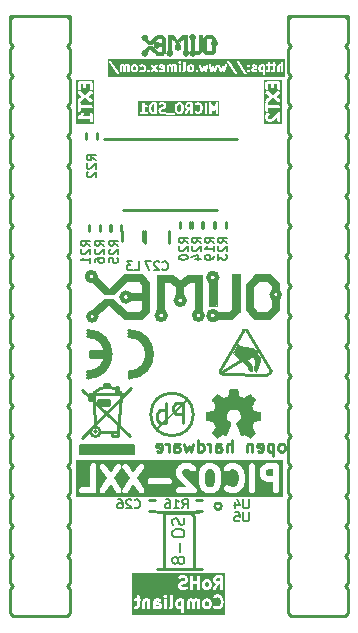
<source format=gbr>
%TF.GenerationSoftware,KiCad,Pcbnew,7.0.11-7.0.11~ubuntu22.04.1*%
%TF.CreationDate,2024-12-17T16:05:18+02:00*%
%TF.ProjectId,RP2350-PICO2-XXL_Rev_A,52503233-3530-42d5-9049-434f322d5858,A*%
%TF.SameCoordinates,PX81b3200PY6e263e0*%
%TF.FileFunction,Legend,Bot*%
%TF.FilePolarity,Positive*%
%FSLAX46Y46*%
G04 Gerber Fmt 4.6, Leading zero omitted, Abs format (unit mm)*
G04 Created by KiCad (PCBNEW 7.0.11-7.0.11~ubuntu22.04.1) date 2024-12-17 16:05:18*
%MOMM*%
%LPD*%
G01*
G04 APERTURE LIST*
%ADD10C,0.508000*%
%ADD11C,0.190500*%
%ADD12C,0.254000*%
%ADD13C,0.203200*%
%ADD14C,0.228600*%
%ADD15C,0.200000*%
%ADD16C,0.050000*%
%ADD17C,0.700000*%
%ADD18C,0.100000*%
%ADD19C,0.500000*%
%ADD20C,0.400000*%
%ADD21C,0.009000*%
%ADD22C,0.010000*%
%ADD23C,0.300000*%
%ADD24C,0.150000*%
%ADD25C,0.127000*%
G04 APERTURE END LIST*
D10*
G36*
X17354016Y12512862D02*
G01*
X17468646Y12398232D01*
X17540761Y12109773D01*
X17540761Y11494976D01*
X17468646Y11206518D01*
X17354016Y11091888D01*
X17250991Y11040375D01*
X16983864Y11040375D01*
X16880838Y11091888D01*
X16766208Y11206518D01*
X16694094Y11494976D01*
X16694094Y12109773D01*
X16766208Y12398232D01*
X16880838Y12512861D01*
X16983866Y12564375D01*
X17250989Y12564375D01*
X17354016Y12512862D01*
G37*
G36*
X22475618Y12007994D02*
G01*
X22015485Y12007994D01*
X21912456Y12059509D01*
X21873987Y12097977D01*
X21822475Y12201003D01*
X21822475Y12371366D01*
X21873988Y12474393D01*
X21912457Y12512861D01*
X22015485Y12564375D01*
X22475618Y12564375D01*
X22475618Y12007994D01*
G37*
G36*
X23273904Y10242089D02*
G01*
X5735808Y10242089D01*
X5735808Y10786375D01*
X6026094Y10786375D01*
X6045429Y10689173D01*
X6100489Y10606770D01*
X6182892Y10551710D01*
X6280094Y10532375D01*
X7247713Y10532375D01*
X7344915Y10551710D01*
X7427318Y10606770D01*
X7482378Y10689173D01*
X7501713Y10786375D01*
X7501713Y10835667D01*
X7772637Y10835667D01*
X7772741Y10736562D01*
X7810762Y10645040D01*
X7880914Y10575034D01*
X7972516Y10537204D01*
X8071621Y10537308D01*
X8163143Y10575329D01*
X8233149Y10645481D01*
X8699141Y11344470D01*
X9165134Y10645481D01*
X9235140Y10575330D01*
X9326661Y10537308D01*
X9425767Y10537204D01*
X9517369Y10575034D01*
X9587521Y10645040D01*
X9625542Y10736562D01*
X9625646Y10835667D01*
X9707875Y10835667D01*
X9707979Y10736562D01*
X9746000Y10645040D01*
X9816152Y10575034D01*
X9907754Y10537204D01*
X10006859Y10537308D01*
X10098381Y10575329D01*
X10168387Y10645481D01*
X10634379Y11344470D01*
X11100372Y10645481D01*
X11170378Y10575330D01*
X11261899Y10537308D01*
X11361005Y10537204D01*
X11452607Y10575034D01*
X11522759Y10645040D01*
X11560780Y10736562D01*
X11560832Y10786375D01*
X14250856Y10786375D01*
X14270191Y10689173D01*
X14325251Y10606770D01*
X14407654Y10551710D01*
X14504856Y10532375D01*
X15762761Y10532375D01*
X15859963Y10551710D01*
X15942366Y10606770D01*
X15997426Y10689173D01*
X16016761Y10786375D01*
X15997426Y10883577D01*
X15955731Y10945978D01*
X15942366Y10965981D01*
X15444638Y11463708D01*
X16186094Y11463708D01*
X16192165Y11433185D01*
X16193678Y11402104D01*
X16290440Y11015056D01*
X16298506Y10997980D01*
X16302191Y10979459D01*
X16319478Y10953587D01*
X16332772Y10925446D01*
X16346759Y10912757D01*
X16357251Y10897055D01*
X16550775Y10703531D01*
X16584625Y10680913D01*
X16616789Y10655951D01*
X16810313Y10559190D01*
X16819114Y10556780D01*
X16826702Y10551710D01*
X16866632Y10543768D01*
X16905900Y10533014D01*
X16914953Y10534156D01*
X16923904Y10532375D01*
X17310951Y10532375D01*
X17319901Y10534156D01*
X17328955Y10533014D01*
X17368222Y10543768D01*
X17408153Y10551710D01*
X17415740Y10556780D01*
X17424542Y10559190D01*
X17618066Y10655951D01*
X17650229Y10680913D01*
X17684080Y10703531D01*
X17877604Y10897055D01*
X17888095Y10912757D01*
X17902083Y10925446D01*
X17915376Y10953587D01*
X17932664Y10979459D01*
X17932751Y10979898D01*
X18314856Y10979898D01*
X18334191Y10882697D01*
X18389251Y10800293D01*
X18486013Y10703531D01*
X18493601Y10698461D01*
X18499197Y10691251D01*
X18534568Y10671088D01*
X18568417Y10648471D01*
X18577366Y10646691D01*
X18585297Y10642170D01*
X18875583Y10545409D01*
X18915978Y10540317D01*
X18955904Y10532375D01*
X19149428Y10532375D01*
X19189353Y10540317D01*
X19229749Y10545409D01*
X19520034Y10642170D01*
X19527964Y10646691D01*
X19536914Y10648471D01*
X19570762Y10671088D01*
X19606134Y10691251D01*
X19611729Y10698461D01*
X19619318Y10703531D01*
X19702162Y10786375D01*
X20443618Y10786375D01*
X20462953Y10689173D01*
X20518013Y10606770D01*
X20600416Y10551710D01*
X20697618Y10532375D01*
X20794820Y10551710D01*
X20877223Y10606770D01*
X20932283Y10689173D01*
X20951618Y10786375D01*
X20951618Y12141041D01*
X21314475Y12141041D01*
X21316255Y12132091D01*
X21315114Y12123036D01*
X21325867Y12083766D01*
X21333810Y12043839D01*
X21338879Y12036253D01*
X21341290Y12027449D01*
X21438052Y11833925D01*
X21463016Y11801760D01*
X21485633Y11767911D01*
X21582395Y11671150D01*
X21616243Y11648534D01*
X21648407Y11623571D01*
X21841930Y11526810D01*
X21850732Y11524400D01*
X21858321Y11519329D01*
X21898249Y11511387D01*
X21937517Y11500633D01*
X21946571Y11501775D01*
X21955523Y11499994D01*
X22475618Y11499994D01*
X22475618Y10786375D01*
X22494953Y10689173D01*
X22550013Y10606770D01*
X22632416Y10551710D01*
X22729618Y10532375D01*
X22826820Y10551710D01*
X22909223Y10606770D01*
X22964283Y10689173D01*
X22983618Y10786375D01*
X22983618Y12818375D01*
X22964283Y12915577D01*
X22909223Y12997980D01*
X22826820Y13053040D01*
X22729618Y13072375D01*
X21955523Y13072375D01*
X21946571Y13070595D01*
X21937517Y13071736D01*
X21898249Y13060983D01*
X21858321Y13053040D01*
X21850732Y13047970D01*
X21841930Y13045559D01*
X21648407Y12948798D01*
X21616240Y12923834D01*
X21582394Y12901218D01*
X21485632Y12804456D01*
X21463016Y12770610D01*
X21438052Y12738443D01*
X21341290Y12544919D01*
X21338879Y12536116D01*
X21333810Y12528529D01*
X21325867Y12488603D01*
X21315114Y12449332D01*
X21316255Y12440278D01*
X21314475Y12431327D01*
X21314475Y12141041D01*
X20951618Y12141041D01*
X20951618Y12818375D01*
X20932283Y12915577D01*
X20877223Y12997980D01*
X20794820Y13053040D01*
X20697618Y13072375D01*
X20600416Y13053040D01*
X20518013Y12997980D01*
X20462953Y12915577D01*
X20443618Y12818375D01*
X20443618Y10786375D01*
X19702162Y10786375D01*
X19812842Y10897055D01*
X19835457Y10930902D01*
X19860422Y10963068D01*
X19957183Y11156591D01*
X19964531Y11183425D01*
X19976415Y11208580D01*
X20073177Y11595628D01*
X20074689Y11626709D01*
X20080761Y11657232D01*
X20080761Y11947517D01*
X20074689Y11978041D01*
X20073177Y12009121D01*
X19976415Y12396169D01*
X19964531Y12421325D01*
X19957183Y12448158D01*
X19860422Y12641681D01*
X19835457Y12673848D01*
X19812842Y12707694D01*
X19619318Y12901218D01*
X19611729Y12906289D01*
X19606134Y12913498D01*
X19570760Y12933663D01*
X19536914Y12956278D01*
X19527965Y12958058D01*
X19520035Y12962579D01*
X19229750Y13059340D01*
X19189360Y13064432D01*
X19149428Y13072375D01*
X18955904Y13072375D01*
X18915971Y13064432D01*
X18875582Y13059340D01*
X18585296Y12962579D01*
X18577364Y12958058D01*
X18568417Y12956278D01*
X18534574Y12933666D01*
X18499196Y12913498D01*
X18493599Y12906288D01*
X18486013Y12901218D01*
X18389251Y12804456D01*
X18334191Y12722052D01*
X18314856Y12624851D01*
X18334191Y12527650D01*
X18389251Y12445246D01*
X18471655Y12390186D01*
X18568856Y12370851D01*
X18666057Y12390186D01*
X18748461Y12445246D01*
X18802823Y12499608D01*
X18997124Y12564375D01*
X19108211Y12564375D01*
X19302506Y12499610D01*
X19424485Y12377631D01*
X19490346Y12245909D01*
X19572761Y11916249D01*
X19572761Y11688500D01*
X19490346Y11358840D01*
X19424485Y11227118D01*
X19302507Y11105141D01*
X19108209Y11040375D01*
X18997123Y11040375D01*
X18802823Y11105141D01*
X18748461Y11159503D01*
X18666057Y11214563D01*
X18568856Y11233898D01*
X18471655Y11214563D01*
X18389251Y11159503D01*
X18334191Y11077099D01*
X18314856Y10979898D01*
X17932751Y10979898D01*
X17936348Y10997980D01*
X17944415Y11015056D01*
X18041177Y11402104D01*
X18042689Y11433185D01*
X18048761Y11463708D01*
X18048761Y12141041D01*
X18042689Y12171565D01*
X18041177Y12202645D01*
X17944415Y12589693D01*
X17936348Y12606770D01*
X17932664Y12625290D01*
X17915376Y12651163D01*
X17902083Y12679303D01*
X17888095Y12691993D01*
X17877604Y12707694D01*
X17684080Y12901218D01*
X17650233Y12923834D01*
X17618067Y12948798D01*
X17424543Y13045560D01*
X17415739Y13047971D01*
X17408153Y13053040D01*
X17368226Y13060983D01*
X17328956Y13071736D01*
X17319901Y13070595D01*
X17310951Y13072375D01*
X16923904Y13072375D01*
X16914952Y13070595D01*
X16905898Y13071736D01*
X16866630Y13060983D01*
X16826702Y13053040D01*
X16819113Y13047970D01*
X16810311Y13045559D01*
X16616788Y12948798D01*
X16584621Y12923834D01*
X16550775Y12901218D01*
X16357251Y12707694D01*
X16346759Y12691993D01*
X16332772Y12679303D01*
X16319478Y12651163D01*
X16302191Y12625290D01*
X16298506Y12606770D01*
X16290440Y12589693D01*
X16193678Y12202645D01*
X16192165Y12171565D01*
X16186094Y12141041D01*
X16186094Y11463708D01*
X15444638Y11463708D01*
X14823621Y12084724D01*
X14758856Y12279023D01*
X14758856Y12371366D01*
X14810369Y12474393D01*
X14848838Y12512861D01*
X14951866Y12564375D01*
X15315751Y12564375D01*
X15418778Y12512862D01*
X15486394Y12445246D01*
X15568798Y12390186D01*
X15665999Y12370851D01*
X15763200Y12390186D01*
X15845604Y12445246D01*
X15900664Y12527650D01*
X15919999Y12624851D01*
X15900664Y12722052D01*
X15845604Y12804456D01*
X15748842Y12901218D01*
X15714995Y12923834D01*
X15682829Y12948798D01*
X15489305Y13045560D01*
X15480501Y13047971D01*
X15472915Y13053040D01*
X15432988Y13060983D01*
X15393718Y13071736D01*
X15384663Y13070595D01*
X15375713Y13072375D01*
X14891904Y13072375D01*
X14882952Y13070595D01*
X14873898Y13071736D01*
X14834630Y13060983D01*
X14794702Y13053040D01*
X14787113Y13047970D01*
X14778311Y13045559D01*
X14584788Y12948798D01*
X14552621Y12923834D01*
X14518775Y12901218D01*
X14422013Y12804456D01*
X14399397Y12770610D01*
X14374433Y12738443D01*
X14277671Y12544919D01*
X14275260Y12536116D01*
X14270191Y12528529D01*
X14262248Y12488603D01*
X14251495Y12449332D01*
X14252636Y12440278D01*
X14250856Y12431327D01*
X14250856Y12237803D01*
X14258797Y12197879D01*
X14263890Y12157481D01*
X14360652Y11867195D01*
X14365173Y11859265D01*
X14366953Y11850316D01*
X14389568Y11816470D01*
X14409733Y11781096D01*
X14416942Y11775501D01*
X14422013Y11767912D01*
X15149551Y11040375D01*
X14504856Y11040375D01*
X14407654Y11021040D01*
X14325251Y10965980D01*
X14270191Y10883577D01*
X14250856Y10786375D01*
X11560832Y10786375D01*
X11560884Y10835667D01*
X11523054Y10927269D01*
X11100919Y11560470D01*
X11831809Y11560470D01*
X11851144Y11463268D01*
X11906204Y11380865D01*
X11988607Y11325805D01*
X12085809Y11306470D01*
X13633999Y11306470D01*
X13731201Y11325805D01*
X13813604Y11380865D01*
X13868664Y11463268D01*
X13887999Y11560470D01*
X13868664Y11657672D01*
X13813604Y11740075D01*
X13731201Y11795135D01*
X13633999Y11814470D01*
X12085809Y11814470D01*
X11988607Y11795135D01*
X11906204Y11740075D01*
X11851144Y11657672D01*
X11831809Y11560470D01*
X11100919Y11560470D01*
X10939649Y11802375D01*
X11523054Y12677481D01*
X11560884Y12769083D01*
X11560780Y12868188D01*
X11522759Y12959710D01*
X11452607Y13029716D01*
X11361005Y13067546D01*
X11261899Y13067442D01*
X11170378Y13029420D01*
X11100372Y12959269D01*
X10634379Y12260281D01*
X10168387Y12959269D01*
X10098381Y13029421D01*
X10006859Y13067442D01*
X9907754Y13067546D01*
X9816152Y13029716D01*
X9746000Y12959710D01*
X9707979Y12868188D01*
X9707875Y12769083D01*
X9745705Y12677481D01*
X10329109Y11802375D01*
X9745705Y10927269D01*
X9707875Y10835667D01*
X9625646Y10835667D01*
X9587816Y10927269D01*
X9004411Y11802375D01*
X9587816Y12677481D01*
X9625646Y12769083D01*
X9625542Y12868188D01*
X9587521Y12959710D01*
X9517369Y13029716D01*
X9425767Y13067546D01*
X9326661Y13067442D01*
X9235140Y13029420D01*
X9165134Y12959269D01*
X8699141Y12260281D01*
X8233149Y12959269D01*
X8163143Y13029421D01*
X8071621Y13067442D01*
X7972516Y13067546D01*
X7880914Y13029716D01*
X7810762Y12959710D01*
X7772741Y12868188D01*
X7772637Y12769083D01*
X7810467Y12677481D01*
X8393871Y11802375D01*
X7810467Y10927269D01*
X7772637Y10835667D01*
X7501713Y10835667D01*
X7501713Y12818375D01*
X7482378Y12915577D01*
X7427318Y12997980D01*
X7344915Y13053040D01*
X7247713Y13072375D01*
X7150511Y13053040D01*
X7068108Y12997980D01*
X7013048Y12915577D01*
X6993713Y12818375D01*
X6993713Y11040375D01*
X6280094Y11040375D01*
X6182892Y11021040D01*
X6100489Y10965980D01*
X6045429Y10883577D01*
X6026094Y10786375D01*
X5735808Y10786375D01*
X5735808Y13362661D01*
X23273904Y13362661D01*
X23273904Y10242089D01*
G37*
D11*
G36*
X21583464Y46352641D02*
G01*
X21483485Y46352641D01*
X21444850Y46371958D01*
X21430424Y46386385D01*
X21411107Y46425019D01*
X21411107Y46597762D01*
X21430425Y46636398D01*
X21444851Y46650825D01*
X21483485Y46670141D01*
X21583464Y46670141D01*
X21583464Y46352641D01*
G37*
G36*
X10809146Y46650824D02*
G01*
X10823573Y46636397D01*
X10842891Y46597762D01*
X10842891Y46425019D01*
X10823574Y46386385D01*
X10809147Y46371958D01*
X10770513Y46352641D01*
X10706626Y46352641D01*
X10667991Y46371958D01*
X10653565Y46386385D01*
X10634248Y46425019D01*
X10634248Y46597762D01*
X10653566Y46636398D01*
X10667992Y46650825D01*
X10706626Y46670141D01*
X10770512Y46670141D01*
X10809146Y46650824D01*
G37*
G36*
X13116859Y46658110D02*
G01*
X13128891Y46634048D01*
X13128891Y46627577D01*
X12970752Y46659205D01*
X12992626Y46670141D01*
X13092798Y46670141D01*
X13116859Y46658110D01*
G37*
G36*
X15562575Y46650824D02*
G01*
X15577002Y46636397D01*
X15596320Y46597762D01*
X15596320Y46425019D01*
X15577003Y46386385D01*
X15562576Y46371958D01*
X15523942Y46352641D01*
X15460055Y46352641D01*
X15421420Y46371958D01*
X15406994Y46386385D01*
X15387677Y46425019D01*
X15387677Y46597762D01*
X15406995Y46636398D01*
X15421421Y46650825D01*
X15460055Y46670141D01*
X15523941Y46670141D01*
X15562575Y46650824D01*
G37*
G36*
X23443108Y45803946D02*
G01*
X8448110Y45803946D01*
X8448110Y47059515D01*
X8556967Y47059515D01*
X8572887Y47002841D01*
X9226030Y46023127D01*
X9272222Y45986633D01*
X9331042Y45984261D01*
X9380023Y46016915D01*
X9400456Y46072123D01*
X9384536Y46128797D01*
X9298807Y46257391D01*
X9464033Y46257391D01*
X9482224Y46201404D01*
X9529849Y46166803D01*
X9588717Y46166803D01*
X9636342Y46201404D01*
X9654533Y46257391D01*
X9654533Y46634048D01*
X9666564Y46658110D01*
X9690626Y46670141D01*
X9754512Y46670141D01*
X9778573Y46658111D01*
X9790605Y46634048D01*
X9790605Y46257391D01*
X9808796Y46201404D01*
X9856421Y46166803D01*
X9915289Y46166803D01*
X9962914Y46201404D01*
X9981105Y46257391D01*
X9981105Y46634049D01*
X9993135Y46658111D01*
X10017197Y46670141D01*
X10081083Y46670141D01*
X10117176Y46652095D01*
X10117176Y46257391D01*
X10135367Y46201404D01*
X10182992Y46166803D01*
X10241860Y46166803D01*
X10289485Y46201404D01*
X10307676Y46257391D01*
X10307676Y46402534D01*
X10443748Y46402534D01*
X10450533Y46381651D01*
X10453804Y46359937D01*
X10490090Y46287365D01*
X10500922Y46276367D01*
X10507931Y46262611D01*
X10544216Y46226325D01*
X10557972Y46219316D01*
X10568973Y46208481D01*
X10641545Y46172196D01*
X10663259Y46168926D01*
X10684141Y46162141D01*
X10792998Y46162141D01*
X10813882Y46168927D01*
X10835595Y46172197D01*
X10908166Y46208482D01*
X10919164Y46219315D01*
X10932921Y46226324D01*
X10969207Y46262610D01*
X10976216Y46276367D01*
X10987049Y46287365D01*
X10997297Y46307861D01*
X11134239Y46307861D01*
X11143889Y46249790D01*
X11185830Y46208482D01*
X11258402Y46172196D01*
X11280116Y46168926D01*
X11300998Y46162141D01*
X11446141Y46162141D01*
X11467025Y46168927D01*
X11488738Y46172197D01*
X11561309Y46208482D01*
X11572307Y46219315D01*
X11586064Y46226324D01*
X11622350Y46262610D01*
X11629359Y46276367D01*
X11631731Y46278775D01*
X11787491Y46278775D01*
X11794341Y46265332D01*
X11796701Y46250434D01*
X11807367Y46239768D01*
X11814218Y46226323D01*
X11850504Y46190038D01*
X11863944Y46183190D01*
X11874611Y46172523D01*
X11882203Y46171321D01*
X11888421Y46166803D01*
X11896106Y46166803D01*
X11902956Y46163313D01*
X11917854Y46165674D01*
X11932754Y46163313D01*
X11939604Y46166803D01*
X11947289Y46166803D01*
X11953508Y46171322D01*
X11961098Y46172524D01*
X11971762Y46183189D01*
X11985206Y46190038D01*
X12021492Y46226323D01*
X12028342Y46239768D01*
X12039009Y46250434D01*
X12040679Y46260976D01*
X12112958Y46260976D01*
X12129029Y46204345D01*
X12175318Y46167975D01*
X12234144Y46165759D01*
X12283038Y46198544D01*
X12407712Y46357221D01*
X12532386Y46198544D01*
X12581280Y46165759D01*
X12640105Y46167975D01*
X12686395Y46204345D01*
X12702466Y46260976D01*
X12682180Y46316239D01*
X12528846Y46511391D01*
X12585866Y46583962D01*
X12766034Y46583962D01*
X12767809Y46578498D01*
X12766683Y46572865D01*
X12776765Y46550935D01*
X12784225Y46527975D01*
X12788872Y46524599D01*
X12791272Y46519379D01*
X12812320Y46507563D01*
X12831850Y46493374D01*
X12837595Y46493374D01*
X12842604Y46490562D01*
X13128891Y46433305D01*
X13128891Y46388733D01*
X13116860Y46364672D01*
X13092799Y46352641D01*
X12992626Y46352641D01*
X12940165Y46378871D01*
X12881954Y46387638D01*
X12829707Y46360514D01*
X12803381Y46307861D01*
X12813031Y46249790D01*
X12854973Y46208481D01*
X12927545Y46172196D01*
X12949259Y46168926D01*
X12970141Y46162141D01*
X13115284Y46162141D01*
X13136168Y46168927D01*
X13157881Y46172197D01*
X13230452Y46208482D01*
X13230991Y46209014D01*
X13231741Y46209138D01*
X13251912Y46229619D01*
X13272393Y46249790D01*
X13272517Y46250540D01*
X13273049Y46251079D01*
X13276205Y46257391D01*
X13455462Y46257391D01*
X13473653Y46201404D01*
X13521278Y46166803D01*
X13580146Y46166803D01*
X13627771Y46201404D01*
X13645962Y46257391D01*
X13645962Y46634048D01*
X13657993Y46658110D01*
X13682055Y46670141D01*
X13745941Y46670141D01*
X13770002Y46658111D01*
X13782034Y46634048D01*
X13782034Y46257391D01*
X13800225Y46201404D01*
X13847850Y46166803D01*
X13906718Y46166803D01*
X13954343Y46201404D01*
X13972534Y46257391D01*
X13972534Y46634049D01*
X13984564Y46658111D01*
X14008626Y46670141D01*
X14072512Y46670141D01*
X14108605Y46652095D01*
X14108605Y46257391D01*
X14126796Y46201404D01*
X14174421Y46166803D01*
X14233289Y46166803D01*
X14280914Y46201404D01*
X14299105Y46257391D01*
X14299105Y46765391D01*
X14280914Y46821378D01*
X14233289Y46855979D01*
X14174421Y46855979D01*
X14155011Y46841878D01*
X14137596Y46850585D01*
X14115881Y46853856D01*
X14094998Y46860641D01*
X13986141Y46860641D01*
X13965257Y46853856D01*
X13943544Y46850585D01*
X13877283Y46817455D01*
X13811023Y46850585D01*
X13789309Y46853856D01*
X13768426Y46860641D01*
X13659569Y46860641D01*
X13638685Y46853856D01*
X13616971Y46850585D01*
X13544400Y46814299D01*
X13543860Y46813768D01*
X13543113Y46813643D01*
X13522940Y46793163D01*
X13502460Y46772990D01*
X13502335Y46772243D01*
X13501804Y46771703D01*
X13465518Y46699132D01*
X13462247Y46677418D01*
X13455462Y46656534D01*
X13455462Y46257391D01*
X13276205Y46257391D01*
X13309335Y46323651D01*
X13312605Y46345365D01*
X13319391Y46366248D01*
X13319391Y46656534D01*
X13312605Y46677418D01*
X13309335Y46699132D01*
X13273049Y46771703D01*
X13272517Y46772243D01*
X13272393Y46772990D01*
X13251912Y46793163D01*
X13231740Y46813643D01*
X13230992Y46813768D01*
X13230453Y46814299D01*
X13157882Y46850585D01*
X13136167Y46853856D01*
X13115284Y46860641D01*
X12970141Y46860641D01*
X12949257Y46853856D01*
X12927544Y46850585D01*
X12854972Y46814299D01*
X12854432Y46813768D01*
X12853683Y46813643D01*
X12833511Y46793163D01*
X12813031Y46772991D01*
X12812906Y46772242D01*
X12812375Y46771702D01*
X12776090Y46699131D01*
X12772819Y46677419D01*
X12766034Y46656534D01*
X12766034Y46583962D01*
X12585866Y46583962D01*
X12682180Y46706543D01*
X12702466Y46761806D01*
X12686395Y46818437D01*
X12640105Y46854807D01*
X12581280Y46857023D01*
X12532386Y46824238D01*
X12407712Y46665562D01*
X12283038Y46824238D01*
X12234144Y46857023D01*
X12175318Y46854807D01*
X12129029Y46818437D01*
X12112958Y46761806D01*
X12133244Y46706544D01*
X12286578Y46511391D01*
X12133244Y46316238D01*
X12112958Y46260976D01*
X12040679Y46260976D01*
X12041369Y46265333D01*
X12048218Y46278774D01*
X12045858Y46293674D01*
X12048219Y46308576D01*
X12041369Y46322019D01*
X12039010Y46336917D01*
X12028343Y46347584D01*
X12021493Y46361028D01*
X11985207Y46397314D01*
X11971762Y46404165D01*
X11961097Y46414830D01*
X11953507Y46416033D01*
X11947289Y46420550D01*
X11939604Y46420550D01*
X11932755Y46424040D01*
X11917855Y46421680D01*
X11902955Y46424040D01*
X11896106Y46420550D01*
X11888421Y46420550D01*
X11882202Y46416033D01*
X11874613Y46414830D01*
X11863947Y46404165D01*
X11850503Y46397314D01*
X11814217Y46361028D01*
X11807367Y46347585D01*
X11796700Y46336917D01*
X11794340Y46322019D01*
X11787491Y46308576D01*
X11789851Y46293677D01*
X11787491Y46278775D01*
X11631731Y46278775D01*
X11640192Y46287365D01*
X11676478Y46359937D01*
X11679748Y46381651D01*
X11686534Y46402534D01*
X11686534Y46620248D01*
X11679748Y46641132D01*
X11676478Y46662846D01*
X11640192Y46735417D01*
X11629358Y46746416D01*
X11622350Y46760171D01*
X11586064Y46796457D01*
X11572308Y46803466D01*
X11561310Y46814299D01*
X11488739Y46850585D01*
X11467024Y46853856D01*
X11446141Y46860641D01*
X11300998Y46860641D01*
X11280114Y46853856D01*
X11258400Y46850585D01*
X11185829Y46814299D01*
X11143889Y46772990D01*
X11134239Y46714919D01*
X11160566Y46662266D01*
X11212813Y46635143D01*
X11271025Y46643911D01*
X11323484Y46670141D01*
X11423655Y46670141D01*
X11462289Y46650824D01*
X11476716Y46636397D01*
X11496034Y46597762D01*
X11496034Y46425019D01*
X11476717Y46386385D01*
X11462290Y46371958D01*
X11423656Y46352641D01*
X11323483Y46352641D01*
X11271024Y46378870D01*
X11212812Y46387638D01*
X11160566Y46360514D01*
X11134239Y46307861D01*
X10997297Y46307861D01*
X11023335Y46359937D01*
X11026605Y46381651D01*
X11033391Y46402534D01*
X11033391Y46620248D01*
X11026605Y46641132D01*
X11023335Y46662846D01*
X10987049Y46735417D01*
X10976215Y46746416D01*
X10969207Y46760171D01*
X10932921Y46796457D01*
X10919165Y46803466D01*
X10908167Y46814299D01*
X10835596Y46850585D01*
X10813881Y46853856D01*
X10792998Y46860641D01*
X10684141Y46860641D01*
X10663257Y46853856D01*
X10641544Y46850585D01*
X10568972Y46814299D01*
X10557972Y46803466D01*
X10544216Y46796456D01*
X10507931Y46760170D01*
X10500922Y46746416D01*
X10490090Y46735417D01*
X10453804Y46662846D01*
X10450533Y46641132D01*
X10443748Y46620248D01*
X10443748Y46402534D01*
X10307676Y46402534D01*
X10307676Y46765391D01*
X10289485Y46821378D01*
X10241860Y46855979D01*
X10182992Y46855979D01*
X10163582Y46841878D01*
X10146167Y46850585D01*
X10124452Y46853856D01*
X10103569Y46860641D01*
X9994712Y46860641D01*
X9973828Y46853856D01*
X9952115Y46850585D01*
X9885854Y46817455D01*
X9819594Y46850585D01*
X9797880Y46853856D01*
X9776997Y46860641D01*
X9668140Y46860641D01*
X9647256Y46853856D01*
X9625542Y46850585D01*
X9552971Y46814299D01*
X9552431Y46813768D01*
X9551684Y46813643D01*
X9531511Y46793163D01*
X9511031Y46772990D01*
X9510906Y46772243D01*
X9510375Y46771703D01*
X9474089Y46699132D01*
X9470818Y46677418D01*
X9464033Y46656534D01*
X9464033Y46257391D01*
X9298807Y46257391D01*
X8824930Y46968205D01*
X14436348Y46968205D01*
X14443198Y46954762D01*
X14445558Y46939863D01*
X14456223Y46929198D01*
X14463074Y46915753D01*
X14499360Y46879467D01*
X14512804Y46872617D01*
X14523470Y46861951D01*
X14531059Y46860749D01*
X14537278Y46856231D01*
X14544963Y46856231D01*
X14545457Y46855979D01*
X14537278Y46855979D01*
X14489653Y46821378D01*
X14471462Y46765391D01*
X14471462Y46257391D01*
X14489653Y46201404D01*
X14537278Y46166803D01*
X14596146Y46166803D01*
X14643771Y46201404D01*
X14657353Y46243206D01*
X14762810Y46243206D01*
X14789137Y46190553D01*
X14841383Y46163429D01*
X14899595Y46172197D01*
X14972166Y46208482D01*
X14972705Y46209014D01*
X14973455Y46209138D01*
X14993626Y46229619D01*
X15014107Y46249790D01*
X15014231Y46250540D01*
X15014763Y46251079D01*
X15051049Y46323651D01*
X15054319Y46345365D01*
X15061105Y46366248D01*
X15061105Y46402534D01*
X15197177Y46402534D01*
X15203962Y46381651D01*
X15207233Y46359937D01*
X15243519Y46287365D01*
X15254351Y46276367D01*
X15261360Y46262611D01*
X15297645Y46226325D01*
X15311401Y46219316D01*
X15322402Y46208481D01*
X15394974Y46172196D01*
X15416688Y46168926D01*
X15437570Y46162141D01*
X15546427Y46162141D01*
X15567311Y46168927D01*
X15589024Y46172197D01*
X15661595Y46208482D01*
X15672593Y46219315D01*
X15686350Y46226324D01*
X15722636Y46262610D01*
X15729645Y46276367D01*
X15732017Y46278775D01*
X15887777Y46278775D01*
X15894627Y46265332D01*
X15896987Y46250434D01*
X15907653Y46239768D01*
X15914504Y46226323D01*
X15950790Y46190038D01*
X15964230Y46183190D01*
X15974897Y46172523D01*
X15982489Y46171321D01*
X15988707Y46166803D01*
X15996392Y46166803D01*
X16003242Y46163313D01*
X16018140Y46165674D01*
X16033040Y46163313D01*
X16039890Y46166803D01*
X16047575Y46166803D01*
X16053794Y46171322D01*
X16061384Y46172524D01*
X16072048Y46183189D01*
X16085492Y46190038D01*
X16121778Y46226323D01*
X16128628Y46239768D01*
X16139295Y46250434D01*
X16141655Y46265333D01*
X16148504Y46278774D01*
X16146144Y46293674D01*
X16148505Y46308576D01*
X16141655Y46322019D01*
X16139296Y46336917D01*
X16128629Y46347584D01*
X16121779Y46361028D01*
X16085493Y46397314D01*
X16072048Y46404165D01*
X16061383Y46414830D01*
X16053793Y46416033D01*
X16047575Y46420550D01*
X16039890Y46420550D01*
X16033041Y46424040D01*
X16018141Y46421680D01*
X16003241Y46424040D01*
X15996392Y46420550D01*
X15988707Y46420550D01*
X15982488Y46416033D01*
X15974899Y46414830D01*
X15964233Y46404165D01*
X15950789Y46397314D01*
X15914503Y46361028D01*
X15907653Y46347585D01*
X15896986Y46336917D01*
X15894626Y46322019D01*
X15887777Y46308576D01*
X15890137Y46293677D01*
X15887777Y46278775D01*
X15732017Y46278775D01*
X15740478Y46287365D01*
X15776764Y46359937D01*
X15780034Y46381651D01*
X15786820Y46402534D01*
X15786820Y46620248D01*
X15780034Y46641132D01*
X15776764Y46662846D01*
X15740478Y46735417D01*
X15736728Y46739224D01*
X16216842Y46739224D01*
X16361985Y46231224D01*
X16377645Y46207959D01*
X16392598Y46184214D01*
X16394007Y46183651D01*
X16394857Y46182388D01*
X16421238Y46172758D01*
X16447255Y46162351D01*
X16448726Y46162724D01*
X16450155Y46162202D01*
X16477119Y46169907D01*
X16504324Y46176789D01*
X16505297Y46177958D01*
X16506758Y46178375D01*
X16524053Y46200469D01*
X16542007Y46222016D01*
X16598713Y46363781D01*
X16655419Y46222016D01*
X16673372Y46200469D01*
X16690668Y46178375D01*
X16692128Y46177958D01*
X16693102Y46176789D01*
X16720306Y46169907D01*
X16747271Y46162202D01*
X16748699Y46162724D01*
X16750171Y46162351D01*
X16776202Y46172764D01*
X16802569Y46182389D01*
X16803417Y46183650D01*
X16804828Y46184214D01*
X16819785Y46207966D01*
X16835441Y46231224D01*
X16980583Y46739224D01*
X17015128Y46739224D01*
X17160271Y46231224D01*
X17175931Y46207959D01*
X17190884Y46184214D01*
X17192293Y46183651D01*
X17193143Y46182388D01*
X17219524Y46172758D01*
X17245541Y46162351D01*
X17247012Y46162724D01*
X17248441Y46162202D01*
X17275405Y46169907D01*
X17302610Y46176789D01*
X17303583Y46177958D01*
X17305044Y46178375D01*
X17322339Y46200469D01*
X17340293Y46222016D01*
X17396999Y46363781D01*
X17453705Y46222016D01*
X17471658Y46200469D01*
X17488954Y46178375D01*
X17490414Y46177958D01*
X17491388Y46176789D01*
X17518592Y46169907D01*
X17545557Y46162202D01*
X17546985Y46162724D01*
X17548457Y46162351D01*
X17574488Y46172764D01*
X17600855Y46182389D01*
X17601703Y46183650D01*
X17603114Y46184214D01*
X17618071Y46207966D01*
X17633727Y46231224D01*
X17778869Y46739224D01*
X17813414Y46739224D01*
X17958557Y46231224D01*
X17974217Y46207959D01*
X17989170Y46184214D01*
X17990579Y46183651D01*
X17991429Y46182388D01*
X18017810Y46172758D01*
X18043827Y46162351D01*
X18045298Y46162724D01*
X18046727Y46162202D01*
X18073691Y46169907D01*
X18100896Y46176789D01*
X18101869Y46177958D01*
X18103330Y46178375D01*
X18120625Y46200469D01*
X18138579Y46222016D01*
X18195285Y46363781D01*
X18251991Y46222016D01*
X18269944Y46200469D01*
X18287240Y46178375D01*
X18288700Y46177958D01*
X18289674Y46176789D01*
X18316878Y46169907D01*
X18343843Y46162202D01*
X18345271Y46162724D01*
X18346743Y46162351D01*
X18372774Y46172764D01*
X18399141Y46182389D01*
X18399989Y46183650D01*
X18401400Y46184214D01*
X18416357Y46207966D01*
X18432013Y46231224D01*
X18577155Y46739224D01*
X18575045Y46798054D01*
X18538758Y46844408D01*
X18482155Y46860580D01*
X18426857Y46840394D01*
X18393985Y46791558D01*
X18325386Y46551462D01*
X18283722Y46655623D01*
X18268734Y46673611D01*
X18256257Y46693425D01*
X18250210Y46695844D01*
X18246039Y46700850D01*
X18223334Y46706594D01*
X18201600Y46715288D01*
X18195285Y46713691D01*
X18188970Y46715288D01*
X18167235Y46706594D01*
X18144531Y46700850D01*
X18140359Y46695844D01*
X18134313Y46693425D01*
X18121835Y46673611D01*
X18106848Y46655623D01*
X18065183Y46551462D01*
X17996584Y46791558D01*
X17963712Y46840394D01*
X17908414Y46860580D01*
X17851811Y46844407D01*
X17815524Y46798054D01*
X17813414Y46739224D01*
X17778869Y46739224D01*
X17776759Y46798054D01*
X17740472Y46844408D01*
X17683869Y46860580D01*
X17628571Y46840394D01*
X17595699Y46791558D01*
X17527100Y46551462D01*
X17485436Y46655623D01*
X17470448Y46673611D01*
X17457971Y46693425D01*
X17451924Y46695844D01*
X17447753Y46700850D01*
X17425048Y46706594D01*
X17403314Y46715288D01*
X17396999Y46713691D01*
X17390684Y46715288D01*
X17368949Y46706594D01*
X17346245Y46700850D01*
X17342073Y46695844D01*
X17336027Y46693425D01*
X17323549Y46673611D01*
X17308562Y46655623D01*
X17266897Y46551462D01*
X17198298Y46791558D01*
X17165426Y46840394D01*
X17110128Y46860580D01*
X17053525Y46844407D01*
X17017238Y46798054D01*
X17015128Y46739224D01*
X16980583Y46739224D01*
X16978473Y46798054D01*
X16942186Y46844408D01*
X16885583Y46860580D01*
X16830285Y46840394D01*
X16797413Y46791558D01*
X16728814Y46551462D01*
X16687150Y46655623D01*
X16672162Y46673611D01*
X16659685Y46693425D01*
X16653638Y46695844D01*
X16649467Y46700850D01*
X16626762Y46706594D01*
X16605028Y46715288D01*
X16598713Y46713691D01*
X16592398Y46715288D01*
X16570663Y46706594D01*
X16547959Y46700850D01*
X16543787Y46695844D01*
X16537741Y46693425D01*
X16525263Y46673611D01*
X16510276Y46655623D01*
X16468611Y46551462D01*
X16400012Y46791558D01*
X16367140Y46840394D01*
X16311842Y46860580D01*
X16255239Y46844407D01*
X16218952Y46798054D01*
X16216842Y46739224D01*
X15736728Y46739224D01*
X15729644Y46746416D01*
X15722636Y46760171D01*
X15686350Y46796457D01*
X15672594Y46803466D01*
X15661596Y46814299D01*
X15589025Y46850585D01*
X15567310Y46853856D01*
X15546427Y46860641D01*
X15437570Y46860641D01*
X15416686Y46853856D01*
X15394973Y46850585D01*
X15322401Y46814299D01*
X15311401Y46803466D01*
X15297645Y46796456D01*
X15261360Y46760170D01*
X15254351Y46746416D01*
X15243519Y46735417D01*
X15207233Y46662846D01*
X15203962Y46641132D01*
X15197177Y46620248D01*
X15197177Y46402534D01*
X15061105Y46402534D01*
X15061105Y47019391D01*
X15048068Y47059515D01*
X18571826Y47059515D01*
X18587746Y47002841D01*
X19240889Y46023127D01*
X19287081Y45986633D01*
X19345901Y45984261D01*
X19394882Y46016915D01*
X19415315Y46072123D01*
X19399395Y46128797D01*
X18778916Y47059515D01*
X19370112Y47059515D01*
X19386032Y47002841D01*
X20039175Y46023127D01*
X20085367Y45986633D01*
X20144187Y45984261D01*
X20193168Y46016915D01*
X20213601Y46072123D01*
X20197681Y46128797D01*
X20097696Y46278775D01*
X20242064Y46278775D01*
X20248914Y46265332D01*
X20251274Y46250434D01*
X20261940Y46239768D01*
X20268791Y46226323D01*
X20305077Y46190038D01*
X20318517Y46183190D01*
X20329184Y46172523D01*
X20336776Y46171321D01*
X20342994Y46166803D01*
X20350679Y46166803D01*
X20357529Y46163313D01*
X20372427Y46165674D01*
X20387327Y46163313D01*
X20394177Y46166803D01*
X20401862Y46166803D01*
X20408081Y46171322D01*
X20415671Y46172524D01*
X20426335Y46183189D01*
X20439779Y46190038D01*
X20476065Y46226323D01*
X20482915Y46239768D01*
X20493582Y46250434D01*
X20495942Y46265333D01*
X20502791Y46278774D01*
X20500431Y46293674D01*
X20502792Y46308576D01*
X20495942Y46322019D01*
X20493583Y46336917D01*
X20482916Y46347584D01*
X20476066Y46361028D01*
X20470846Y46366248D01*
X20603749Y46366248D01*
X20610534Y46345365D01*
X20613805Y46323651D01*
X20650091Y46251079D01*
X20650622Y46250540D01*
X20650747Y46249790D01*
X20671227Y46229619D01*
X20691399Y46209138D01*
X20692148Y46209014D01*
X20692688Y46208482D01*
X20765260Y46172196D01*
X20786974Y46168926D01*
X20807856Y46162141D01*
X20952999Y46162141D01*
X20973880Y46168926D01*
X20995595Y46172196D01*
X21068168Y46208482D01*
X21110109Y46249790D01*
X21119759Y46307861D01*
X21093433Y46360514D01*
X21041187Y46387638D01*
X20982975Y46378871D01*
X20930514Y46352641D01*
X20830341Y46352641D01*
X20806279Y46364672D01*
X20796420Y46384391D01*
X20805492Y46402534D01*
X21220607Y46402534D01*
X21227392Y46381651D01*
X21230663Y46359937D01*
X21266949Y46287365D01*
X21277781Y46276367D01*
X21284790Y46262611D01*
X21321075Y46226325D01*
X21334831Y46219316D01*
X21345832Y46208481D01*
X21418404Y46172196D01*
X21440118Y46168926D01*
X21461000Y46162141D01*
X21583464Y46162141D01*
X21583464Y46003391D01*
X21601655Y45947404D01*
X21649280Y45912803D01*
X21708148Y45912803D01*
X21755773Y45947404D01*
X21773964Y46003391D01*
X21773964Y46227957D01*
X21842126Y46227957D01*
X21876727Y46180332D01*
X21932714Y46162141D01*
X22005286Y46162141D01*
X22026170Y46168927D01*
X22047883Y46172197D01*
X22120454Y46208482D01*
X22120993Y46209014D01*
X22121743Y46209138D01*
X22141914Y46229619D01*
X22162395Y46249790D01*
X22162519Y46250540D01*
X22163051Y46251079D01*
X22199337Y46323651D01*
X22202607Y46345365D01*
X22209393Y46366248D01*
X22209393Y46670141D01*
X22223000Y46670141D01*
X22278987Y46688332D01*
X22295571Y46711159D01*
X22312156Y46688332D01*
X22368143Y46670141D01*
X22454322Y46670141D01*
X22454322Y46388733D01*
X22442291Y46364672D01*
X22418230Y46352641D01*
X22368143Y46352641D01*
X22312156Y46334450D01*
X22277555Y46286825D01*
X22277555Y46227957D01*
X22312156Y46180332D01*
X22368143Y46162141D01*
X22440715Y46162141D01*
X22461599Y46168927D01*
X22483312Y46172197D01*
X22555883Y46208482D01*
X22556422Y46209014D01*
X22557172Y46209138D01*
X22577343Y46229619D01*
X22597824Y46249790D01*
X22597948Y46250540D01*
X22598480Y46251079D01*
X22601636Y46257391D01*
X22817180Y46257391D01*
X22835371Y46201404D01*
X22882996Y46166803D01*
X22941864Y46166803D01*
X22989489Y46201404D01*
X23007680Y46257391D01*
X23007680Y46634049D01*
X23019710Y46658111D01*
X23043772Y46670141D01*
X23107658Y46670141D01*
X23143751Y46652095D01*
X23143751Y46257391D01*
X23161942Y46201404D01*
X23209567Y46166803D01*
X23268435Y46166803D01*
X23316060Y46201404D01*
X23334251Y46257391D01*
X23334251Y47019391D01*
X23316060Y47075378D01*
X23268435Y47109979D01*
X23209567Y47109979D01*
X23161942Y47075378D01*
X23143751Y47019391D01*
X23143751Y46856220D01*
X23130144Y46860641D01*
X23021287Y46860641D01*
X23000403Y46853856D01*
X22978690Y46850585D01*
X22906118Y46814299D01*
X22905578Y46813768D01*
X22904829Y46813643D01*
X22884657Y46793163D01*
X22864177Y46772991D01*
X22864052Y46772242D01*
X22863521Y46771702D01*
X22827236Y46699131D01*
X22823965Y46677419D01*
X22817180Y46656534D01*
X22817180Y46257391D01*
X22601636Y46257391D01*
X22634766Y46323651D01*
X22638036Y46345365D01*
X22644822Y46366248D01*
X22644822Y46670141D01*
X22658429Y46670141D01*
X22714416Y46688332D01*
X22749017Y46735957D01*
X22749017Y46794825D01*
X22714416Y46842450D01*
X22658429Y46860641D01*
X22644822Y46860641D01*
X22644822Y47019391D01*
X22626631Y47075378D01*
X22579006Y47109979D01*
X22520138Y47109979D01*
X22472513Y47075378D01*
X22454322Y47019391D01*
X22454322Y46860641D01*
X22368143Y46860641D01*
X22312156Y46842450D01*
X22295571Y46819624D01*
X22278987Y46842450D01*
X22223000Y46860641D01*
X22209393Y46860641D01*
X22209393Y47019391D01*
X22191202Y47075378D01*
X22143577Y47109979D01*
X22084709Y47109979D01*
X22037084Y47075378D01*
X22018893Y47019391D01*
X22018893Y46860641D01*
X21932714Y46860641D01*
X21876727Y46842450D01*
X21842126Y46794825D01*
X21842126Y46735957D01*
X21876727Y46688332D01*
X21932714Y46670141D01*
X22018893Y46670141D01*
X22018893Y46388733D01*
X22006862Y46364672D01*
X21982801Y46352641D01*
X21932714Y46352641D01*
X21876727Y46334450D01*
X21842126Y46286825D01*
X21842126Y46227957D01*
X21773964Y46227957D01*
X21773964Y46765391D01*
X21755773Y46821378D01*
X21708148Y46855979D01*
X21649280Y46855979D01*
X21643037Y46851444D01*
X21627026Y46853856D01*
X21606143Y46860641D01*
X21461000Y46860641D01*
X21440116Y46853856D01*
X21418403Y46850585D01*
X21345831Y46814299D01*
X21334831Y46803466D01*
X21321075Y46796456D01*
X21284790Y46760170D01*
X21277781Y46746416D01*
X21266949Y46735417D01*
X21230663Y46662846D01*
X21227392Y46641132D01*
X21220607Y46620248D01*
X21220607Y46402534D01*
X20805492Y46402534D01*
X20806280Y46404110D01*
X20830342Y46416141D01*
X20916714Y46416141D01*
X20937598Y46422927D01*
X20959311Y46426197D01*
X21031882Y46462482D01*
X21032421Y46463014D01*
X21033171Y46463138D01*
X21053342Y46483619D01*
X21073823Y46503790D01*
X21073947Y46504540D01*
X21074479Y46505079D01*
X21110765Y46577651D01*
X21114035Y46599365D01*
X21120821Y46620248D01*
X21120821Y46656534D01*
X21114035Y46677418D01*
X21110765Y46699132D01*
X21074479Y46771703D01*
X21073947Y46772243D01*
X21073823Y46772990D01*
X21053342Y46793163D01*
X21033170Y46813643D01*
X21032422Y46813768D01*
X21031883Y46814299D01*
X20959312Y46850585D01*
X20937597Y46853856D01*
X20916714Y46860641D01*
X20807856Y46860641D01*
X20786972Y46853856D01*
X20765258Y46850585D01*
X20692687Y46814299D01*
X20650747Y46772990D01*
X20641097Y46714919D01*
X20667424Y46662266D01*
X20719671Y46635143D01*
X20777883Y46643911D01*
X20830342Y46670141D01*
X20894228Y46670141D01*
X20918289Y46658110D01*
X20928149Y46638391D01*
X20918290Y46618672D01*
X20894229Y46606641D01*
X20807856Y46606641D01*
X20786972Y46599856D01*
X20765258Y46596585D01*
X20692687Y46560299D01*
X20692147Y46559768D01*
X20691400Y46559643D01*
X20671227Y46539163D01*
X20650747Y46518990D01*
X20650622Y46518243D01*
X20650091Y46517703D01*
X20613805Y46445132D01*
X20610534Y46423418D01*
X20603749Y46402534D01*
X20603749Y46366248D01*
X20470846Y46366248D01*
X20439780Y46397314D01*
X20426335Y46404165D01*
X20415670Y46414830D01*
X20408080Y46416033D01*
X20401862Y46420550D01*
X20394177Y46420550D01*
X20387328Y46424040D01*
X20372428Y46421680D01*
X20357528Y46424040D01*
X20350679Y46420550D01*
X20342994Y46420550D01*
X20336775Y46416033D01*
X20329186Y46414830D01*
X20318520Y46404165D01*
X20305076Y46397314D01*
X20268790Y46361028D01*
X20261940Y46347585D01*
X20251273Y46336917D01*
X20248913Y46322019D01*
X20242064Y46308576D01*
X20244424Y46293677D01*
X20242064Y46278775D01*
X20097696Y46278775D01*
X19831600Y46677918D01*
X20242064Y46677918D01*
X20248914Y46664475D01*
X20251274Y46649577D01*
X20261940Y46638911D01*
X20268791Y46625466D01*
X20305077Y46589181D01*
X20318517Y46582333D01*
X20329184Y46571666D01*
X20336776Y46570464D01*
X20342994Y46565946D01*
X20350679Y46565946D01*
X20357529Y46562456D01*
X20372427Y46564817D01*
X20387327Y46562456D01*
X20394177Y46565946D01*
X20401862Y46565946D01*
X20408081Y46570465D01*
X20415671Y46571667D01*
X20426335Y46582332D01*
X20439779Y46589181D01*
X20476065Y46625466D01*
X20482915Y46638911D01*
X20493582Y46649577D01*
X20495942Y46664476D01*
X20502791Y46677917D01*
X20500431Y46692817D01*
X20502792Y46707719D01*
X20495942Y46721162D01*
X20493583Y46736060D01*
X20482916Y46746727D01*
X20476066Y46760171D01*
X20439780Y46796457D01*
X20426335Y46803308D01*
X20415670Y46813973D01*
X20408080Y46815176D01*
X20401862Y46819693D01*
X20394177Y46819693D01*
X20387328Y46823183D01*
X20372428Y46820823D01*
X20357528Y46823183D01*
X20350679Y46819693D01*
X20342994Y46819693D01*
X20336775Y46815176D01*
X20329186Y46813973D01*
X20318520Y46803308D01*
X20305076Y46796457D01*
X20268790Y46760171D01*
X20261940Y46746728D01*
X20251273Y46736060D01*
X20248913Y46721162D01*
X20242064Y46707719D01*
X20244424Y46692820D01*
X20242064Y46677918D01*
X19831600Y46677918D01*
X19544538Y47108511D01*
X19498346Y47145005D01*
X19439526Y47147377D01*
X19390545Y47114723D01*
X19370112Y47059515D01*
X18778916Y47059515D01*
X18746252Y47108511D01*
X18700060Y47145005D01*
X18641240Y47147377D01*
X18592259Y47114723D01*
X18571826Y47059515D01*
X15048068Y47059515D01*
X15042914Y47075378D01*
X14995289Y47109979D01*
X14936421Y47109979D01*
X14888796Y47075378D01*
X14870605Y47019391D01*
X14870605Y46388733D01*
X14858574Y46364672D01*
X14814401Y46342585D01*
X14772460Y46301277D01*
X14762810Y46243206D01*
X14657353Y46243206D01*
X14661962Y46257391D01*
X14661962Y46765391D01*
X14643771Y46821378D01*
X14596146Y46855979D01*
X14587967Y46855979D01*
X14588461Y46856231D01*
X14596146Y46856231D01*
X14602364Y46860749D01*
X14609954Y46861951D01*
X14620619Y46872617D01*
X14634064Y46879467D01*
X14670350Y46915753D01*
X14677200Y46929198D01*
X14687866Y46939863D01*
X14690225Y46954762D01*
X14697076Y46968205D01*
X14694715Y46983105D01*
X14697076Y46998005D01*
X14690225Y47011449D01*
X14687866Y47026347D01*
X14677200Y47037013D01*
X14670350Y47050457D01*
X14634064Y47086743D01*
X14620619Y47093594D01*
X14609954Y47104259D01*
X14602364Y47105462D01*
X14596146Y47109979D01*
X14588461Y47109979D01*
X14581612Y47113469D01*
X14566712Y47111109D01*
X14551812Y47113469D01*
X14544963Y47109979D01*
X14537278Y47109979D01*
X14531059Y47105462D01*
X14523470Y47104259D01*
X14512804Y47093594D01*
X14499360Y47086743D01*
X14463074Y47050457D01*
X14456223Y47037013D01*
X14445558Y47026347D01*
X14443198Y47011449D01*
X14436348Y46998005D01*
X14438708Y46983105D01*
X14436348Y46968205D01*
X8824930Y46968205D01*
X8731393Y47108511D01*
X8685201Y47145005D01*
X8626381Y47147377D01*
X8577400Y47114723D01*
X8556967Y47059515D01*
X8448110Y47059515D01*
X8448110Y47256234D01*
X23443108Y47256234D01*
X23443108Y45803946D01*
G37*
D12*
G36*
X14674085Y952308D02*
G01*
X14540779Y952308D01*
X14489267Y978064D01*
X14470030Y997301D01*
X14444275Y1048811D01*
X14444275Y1279137D01*
X14470030Y1330647D01*
X14489269Y1349886D01*
X14540779Y1375641D01*
X14674085Y1375641D01*
X14674085Y952308D01*
G37*
G36*
X12771187Y1069314D02*
G01*
X12787228Y1037232D01*
X12787228Y1000430D01*
X12771187Y968350D01*
X12739105Y952308D01*
X12557418Y952308D01*
X12557418Y1085355D01*
X12739105Y1085355D01*
X12771187Y1069314D01*
G37*
G36*
X16951377Y1349886D02*
G01*
X16970616Y1330647D01*
X16996371Y1279137D01*
X16996371Y1048811D01*
X16970616Y997301D01*
X16951378Y978064D01*
X16899867Y952308D01*
X16814684Y952308D01*
X16763172Y978064D01*
X16743935Y997301D01*
X16718180Y1048811D01*
X16718180Y1279137D01*
X16743935Y1330647D01*
X16763174Y1349886D01*
X16814684Y1375641D01*
X16899867Y1375641D01*
X16951377Y1349886D01*
G37*
G36*
X16951377Y2985646D02*
G01*
X16970616Y2966407D01*
X16996371Y2914897D01*
X16996371Y2684571D01*
X16970616Y2633061D01*
X16951378Y2613824D01*
X16899867Y2588068D01*
X16814684Y2588068D01*
X16763172Y2613824D01*
X16743935Y2633061D01*
X16718180Y2684571D01*
X16718180Y2914897D01*
X16743935Y2966407D01*
X16763174Y2985646D01*
X16814684Y3011401D01*
X16899867Y3011401D01*
X16951377Y2985646D01*
G37*
G36*
X17963990Y3071877D02*
G01*
X17733922Y3071877D01*
X17682412Y3097632D01*
X17663173Y3116871D01*
X17637418Y3168381D01*
X17637418Y3253564D01*
X17663173Y3305074D01*
X17682412Y3324313D01*
X17733922Y3350068D01*
X17963990Y3350068D01*
X17963990Y3071877D01*
G37*
G36*
X18411514Y215791D02*
G01*
X10514616Y215791D01*
X10514616Y807234D01*
X10659759Y807234D01*
X10689486Y742141D01*
X10749686Y703452D01*
X10785466Y698308D01*
X10882228Y698308D01*
X10893272Y701552D01*
X10904720Y700315D01*
X10939023Y711715D01*
X11035785Y760095D01*
X11052431Y775580D01*
X11071980Y787190D01*
X11084830Y805717D01*
X11088182Y808834D01*
X11088876Y811550D01*
X11092582Y816892D01*
X11096790Y825308D01*
X11384180Y825308D01*
X11404341Y756647D01*
X11458422Y709785D01*
X11529254Y699601D01*
X11594347Y729328D01*
X11633036Y789528D01*
X11638180Y825308D01*
X11638180Y1327518D01*
X11654221Y1359600D01*
X11686303Y1375641D01*
X11771486Y1375641D01*
X11819609Y1351580D01*
X11819609Y825308D01*
X11839770Y756647D01*
X11893851Y709785D01*
X11964683Y699601D01*
X12029776Y729328D01*
X12068465Y789528D01*
X12073609Y825308D01*
X12303418Y825308D01*
X12323579Y756647D01*
X12377660Y709785D01*
X12448492Y699601D01*
X12473708Y711117D01*
X12481715Y709677D01*
X12491400Y703452D01*
X12527180Y698308D01*
X12769085Y698308D01*
X12780129Y701552D01*
X12791577Y700315D01*
X12825880Y711715D01*
X12922642Y760095D01*
X12939288Y775580D01*
X12958837Y787190D01*
X12971687Y805717D01*
X12975039Y808834D01*
X12975733Y811550D01*
X12979439Y816892D01*
X13027820Y913654D01*
X13029858Y924984D01*
X13036084Y934670D01*
X13041228Y970450D01*
X13041228Y1067212D01*
X13037984Y1078258D01*
X13039221Y1089705D01*
X13027820Y1124008D01*
X12979439Y1220770D01*
X12963954Y1237417D01*
X12952345Y1256964D01*
X12933818Y1269815D01*
X12930701Y1273166D01*
X12927985Y1273861D01*
X12922643Y1277566D01*
X12825881Y1325947D01*
X12814551Y1327986D01*
X12804865Y1334211D01*
X12769085Y1339355D01*
X12563336Y1339355D01*
X12573459Y1359600D01*
X12605541Y1375641D01*
X12739105Y1375641D01*
X12809051Y1340668D01*
X12879479Y1327994D01*
X12945580Y1355408D01*
X12986366Y1414208D01*
X12988887Y1485723D01*
X12952345Y1547250D01*
X12922643Y1567852D01*
X12825881Y1616233D01*
X12814551Y1618272D01*
X12804865Y1624497D01*
X12769085Y1629641D01*
X12575561Y1629641D01*
X12564515Y1626398D01*
X12553068Y1627634D01*
X12518765Y1616233D01*
X12422003Y1567852D01*
X12405356Y1552368D01*
X12385809Y1540758D01*
X12372958Y1522232D01*
X12369607Y1519114D01*
X12368912Y1516399D01*
X12365207Y1511056D01*
X12316826Y1414294D01*
X12314787Y1402965D01*
X12308562Y1393278D01*
X12303418Y1357498D01*
X12303418Y825308D01*
X12073609Y825308D01*
X12073609Y1502641D01*
X12053448Y1571302D01*
X11999367Y1618164D01*
X11928535Y1628348D01*
X11879144Y1605792D01*
X11858262Y1616233D01*
X11846932Y1618272D01*
X11837246Y1624497D01*
X11801466Y1629641D01*
X11656323Y1629641D01*
X11645277Y1626398D01*
X11633830Y1627634D01*
X11599527Y1616233D01*
X11502765Y1567852D01*
X11486118Y1552368D01*
X11466571Y1540758D01*
X11453720Y1522232D01*
X11450369Y1519114D01*
X11449674Y1516399D01*
X11445969Y1511056D01*
X11397588Y1414294D01*
X11395549Y1402965D01*
X11389324Y1393278D01*
X11384180Y1357498D01*
X11384180Y825308D01*
X11096790Y825308D01*
X11140963Y913654D01*
X11143001Y924984D01*
X11149227Y934670D01*
X11154371Y970450D01*
X11154371Y1375641D01*
X11172514Y1375641D01*
X11241175Y1395802D01*
X11288037Y1449883D01*
X11298221Y1520715D01*
X11268494Y1585808D01*
X11208294Y1624497D01*
X11172514Y1629641D01*
X11154371Y1629641D01*
X11154371Y1801987D01*
X13174600Y1801987D01*
X13180352Y1775543D01*
X13182283Y1748545D01*
X13187840Y1741122D01*
X13189811Y1732062D01*
X13211473Y1703124D01*
X13259854Y1654743D01*
X13267992Y1650299D01*
X13273549Y1642877D01*
X13286474Y1638057D01*
X13296899Y1629023D01*
X13310553Y1627060D01*
X13318846Y1622532D01*
X13266490Y1598621D01*
X13227801Y1538421D01*
X13222657Y1502641D01*
X13222657Y825308D01*
X13242818Y756647D01*
X13296899Y709785D01*
X13367731Y699601D01*
X13432824Y729328D01*
X13471513Y789528D01*
X13476014Y820834D01*
X13609783Y820834D01*
X13632351Y752925D01*
X13688049Y707998D01*
X13759196Y700315D01*
X13793499Y711715D01*
X13890261Y760095D01*
X13906907Y775580D01*
X13926456Y787190D01*
X13939306Y805717D01*
X13942658Y808834D01*
X13943352Y811550D01*
X13947058Y816892D01*
X13995439Y913654D01*
X13997477Y924984D01*
X14003703Y934670D01*
X14008847Y970450D01*
X14008847Y1018831D01*
X14190275Y1018831D01*
X14193518Y1007786D01*
X14192282Y996338D01*
X14203683Y962035D01*
X14252064Y865273D01*
X14253684Y863531D01*
X14254191Y861204D01*
X14275853Y832266D01*
X14324234Y783885D01*
X14326324Y782744D01*
X14327540Y780697D01*
X14357242Y760095D01*
X14454004Y711715D01*
X14465334Y709677D01*
X14475019Y703452D01*
X14510799Y698308D01*
X14674085Y698308D01*
X14674085Y486641D01*
X14694246Y417980D01*
X14748327Y371118D01*
X14819159Y360934D01*
X14884252Y390661D01*
X14922941Y450861D01*
X14928085Y486641D01*
X14928085Y825308D01*
X15157895Y825308D01*
X15178056Y756647D01*
X15232137Y709785D01*
X15302969Y699601D01*
X15368062Y729328D01*
X15406751Y789528D01*
X15411895Y825308D01*
X15411895Y1327518D01*
X15427935Y1359600D01*
X15460018Y1375641D01*
X15545200Y1375641D01*
X15577282Y1359600D01*
X15593323Y1327518D01*
X15593323Y825308D01*
X15613484Y756647D01*
X15667565Y709785D01*
X15738397Y699601D01*
X15803490Y729328D01*
X15842179Y789528D01*
X15847323Y825308D01*
X15847323Y1327518D01*
X15863364Y1359600D01*
X15895446Y1375641D01*
X15980629Y1375641D01*
X16028752Y1351580D01*
X16028752Y825308D01*
X16048913Y756647D01*
X16102994Y709785D01*
X16173826Y699601D01*
X16238919Y729328D01*
X16277608Y789528D01*
X16282752Y825308D01*
X16282752Y1018831D01*
X16464180Y1018831D01*
X16467423Y1007786D01*
X16466187Y996338D01*
X16477588Y962035D01*
X16525969Y865273D01*
X16527589Y863531D01*
X16528096Y861204D01*
X16549758Y832266D01*
X16598139Y783885D01*
X16600229Y782744D01*
X16601445Y780697D01*
X16631147Y760095D01*
X16727909Y711715D01*
X16739239Y709677D01*
X16748924Y703452D01*
X16784704Y698308D01*
X16929847Y698308D01*
X16940891Y701552D01*
X16952339Y700315D01*
X16986642Y711715D01*
X17083404Y760095D01*
X17085147Y761717D01*
X17087474Y762223D01*
X17116412Y783885D01*
X17164793Y832266D01*
X17165934Y834356D01*
X17167980Y835571D01*
X17188582Y865273D01*
X17221510Y931129D01*
X17383742Y931129D01*
X17398953Y861204D01*
X17420615Y832266D01*
X17468996Y783885D01*
X17479101Y778367D01*
X17486322Y769399D01*
X17518639Y753205D01*
X17663782Y704825D01*
X17666159Y704740D01*
X17668162Y703452D01*
X17703942Y698308D01*
X17800704Y698308D01*
X17802987Y698979D01*
X17805294Y698391D01*
X17840864Y704825D01*
X17986007Y753205D01*
X17995461Y759776D01*
X18006712Y762223D01*
X18035650Y783885D01*
X18132411Y880647D01*
X18133551Y882737D01*
X18135599Y883952D01*
X18156201Y913654D01*
X18204582Y1010416D01*
X18205370Y1014797D01*
X18214198Y1036410D01*
X18262579Y1229934D01*
X18262438Y1233385D01*
X18266371Y1260736D01*
X18266371Y1405879D01*
X18265398Y1409192D01*
X18262579Y1436681D01*
X18214198Y1630205D01*
X18211945Y1634045D01*
X18204582Y1656199D01*
X18156201Y1752961D01*
X18154580Y1754704D01*
X18154074Y1757030D01*
X18132411Y1785968D01*
X18035650Y1882730D01*
X18025544Y1888248D01*
X18018325Y1897215D01*
X17986008Y1913410D01*
X17840865Y1961791D01*
X17838486Y1961878D01*
X17836484Y1963164D01*
X17800704Y1968308D01*
X17703942Y1968308D01*
X17701657Y1967638D01*
X17699351Y1968225D01*
X17663781Y1961791D01*
X17518638Y1913410D01*
X17509183Y1906840D01*
X17497934Y1904392D01*
X17468996Y1882730D01*
X17420615Y1834349D01*
X17386321Y1771542D01*
X17391425Y1700164D01*
X17434310Y1642877D01*
X17501358Y1617870D01*
X17571283Y1633081D01*
X17600221Y1654743D01*
X17627403Y1681925D01*
X17724552Y1714308D01*
X17780094Y1714308D01*
X17877243Y1681925D01*
X17938234Y1620935D01*
X17971163Y1555077D01*
X18012371Y1390245D01*
X18012371Y1276370D01*
X17971163Y1111538D01*
X17938234Y1045681D01*
X17877243Y984690D01*
X17780095Y952308D01*
X17724551Y952308D01*
X17627403Y984690D01*
X17600221Y1011872D01*
X17537414Y1046166D01*
X17466036Y1041062D01*
X17408749Y998177D01*
X17383742Y931129D01*
X17221510Y931129D01*
X17236963Y962035D01*
X17239001Y973365D01*
X17245227Y983051D01*
X17250371Y1018831D01*
X17250371Y1309117D01*
X17247127Y1320163D01*
X17248364Y1331610D01*
X17236963Y1365913D01*
X17188582Y1462675D01*
X17186961Y1464418D01*
X17186455Y1466744D01*
X17164793Y1495682D01*
X17116412Y1544063D01*
X17114322Y1545205D01*
X17113107Y1547250D01*
X17083405Y1567852D01*
X16986643Y1616233D01*
X16975313Y1618272D01*
X16965627Y1624497D01*
X16929847Y1629641D01*
X16784704Y1629641D01*
X16773658Y1626398D01*
X16762211Y1627634D01*
X16727908Y1616233D01*
X16631146Y1567852D01*
X16629403Y1566232D01*
X16627077Y1565725D01*
X16598139Y1544063D01*
X16549758Y1495682D01*
X16548616Y1493593D01*
X16546571Y1492377D01*
X16525969Y1462675D01*
X16477588Y1365913D01*
X16475549Y1354584D01*
X16469324Y1344897D01*
X16464180Y1309117D01*
X16464180Y1018831D01*
X16282752Y1018831D01*
X16282752Y1502641D01*
X16262591Y1571302D01*
X16208510Y1618164D01*
X16137678Y1628348D01*
X16088287Y1605792D01*
X16067405Y1616233D01*
X16056075Y1618272D01*
X16046389Y1624497D01*
X16010609Y1629641D01*
X15865466Y1629641D01*
X15854420Y1626398D01*
X15842973Y1627634D01*
X15808670Y1616233D01*
X15720323Y1572060D01*
X15631976Y1616233D01*
X15620646Y1618272D01*
X15610960Y1624497D01*
X15575180Y1629641D01*
X15430037Y1629641D01*
X15418989Y1626398D01*
X15407543Y1627633D01*
X15373240Y1616233D01*
X15276479Y1567852D01*
X15259832Y1552367D01*
X15240286Y1540758D01*
X15227434Y1522230D01*
X15224084Y1519113D01*
X15223389Y1516399D01*
X15219684Y1511056D01*
X15171303Y1414294D01*
X15169264Y1402965D01*
X15163039Y1393278D01*
X15157895Y1357498D01*
X15157895Y825308D01*
X14928085Y825308D01*
X14928085Y1502641D01*
X14907924Y1571302D01*
X14853843Y1618164D01*
X14783011Y1628348D01*
X14757793Y1616832D01*
X14749789Y1618272D01*
X14740103Y1624497D01*
X14704323Y1629641D01*
X14510799Y1629641D01*
X14499753Y1626398D01*
X14488306Y1627634D01*
X14454003Y1616233D01*
X14357241Y1567852D01*
X14355498Y1566232D01*
X14353172Y1565725D01*
X14324234Y1544063D01*
X14275853Y1495682D01*
X14274711Y1493593D01*
X14272666Y1492377D01*
X14252064Y1462675D01*
X14203683Y1365913D01*
X14201644Y1354584D01*
X14195419Y1344897D01*
X14190275Y1309117D01*
X14190275Y1018831D01*
X14008847Y1018831D01*
X14008847Y1841308D01*
X13988686Y1909969D01*
X13934605Y1956831D01*
X13863773Y1967015D01*
X13798680Y1937288D01*
X13759991Y1877088D01*
X13754847Y1841308D01*
X13754847Y1000430D01*
X13738806Y968350D01*
X13679909Y938901D01*
X13627512Y890162D01*
X13609783Y820834D01*
X13476014Y820834D01*
X13476657Y825308D01*
X13476657Y1502641D01*
X13456496Y1571302D01*
X13402415Y1618164D01*
X13374911Y1622119D01*
X13380277Y1624569D01*
X13394039Y1625553D01*
X13401462Y1631111D01*
X13410522Y1633081D01*
X13428680Y1646674D01*
X13432824Y1648566D01*
X13434321Y1650897D01*
X13439460Y1654743D01*
X13487841Y1703124D01*
X13492285Y1711265D01*
X13499706Y1716819D01*
X13509162Y1742174D01*
X13522135Y1765931D01*
X13521473Y1775180D01*
X13524714Y1783867D01*
X13518961Y1810312D01*
X13517031Y1837309D01*
X13511473Y1844733D01*
X13509503Y1853792D01*
X13487841Y1882730D01*
X13439460Y1931111D01*
X13431319Y1935556D01*
X13425765Y1942976D01*
X13412841Y1947797D01*
X13402415Y1956831D01*
X13388760Y1958795D01*
X13376653Y1965405D01*
X13367404Y1964744D01*
X13358717Y1967984D01*
X13345237Y1965052D01*
X13331583Y1967015D01*
X13319036Y1961286D01*
X13305275Y1960301D01*
X13297851Y1954744D01*
X13288792Y1952773D01*
X13270633Y1939181D01*
X13266490Y1937288D01*
X13264992Y1934958D01*
X13259854Y1931111D01*
X13211473Y1882730D01*
X13207028Y1874592D01*
X13199607Y1869035D01*
X13190149Y1843677D01*
X13177179Y1819923D01*
X13177840Y1810675D01*
X13174600Y1801987D01*
X11154371Y1801987D01*
X11154371Y1841308D01*
X11134210Y1909969D01*
X11080129Y1956831D01*
X11009297Y1967015D01*
X10944204Y1937288D01*
X10905515Y1877088D01*
X10900371Y1841308D01*
X10900371Y1629641D01*
X10785466Y1629641D01*
X10716805Y1609480D01*
X10669943Y1555399D01*
X10659759Y1484567D01*
X10689486Y1419474D01*
X10749686Y1380785D01*
X10785466Y1375641D01*
X10900371Y1375641D01*
X10900371Y1000430D01*
X10884330Y968350D01*
X10852248Y952308D01*
X10785466Y952308D01*
X10716805Y932147D01*
X10669943Y878066D01*
X10659759Y807234D01*
X10514616Y807234D01*
X10514616Y2654591D01*
X14432180Y2654591D01*
X14435423Y2643546D01*
X14434187Y2632098D01*
X14445588Y2597795D01*
X14493969Y2501033D01*
X14495589Y2499291D01*
X14496096Y2496964D01*
X14517758Y2468026D01*
X14566139Y2419645D01*
X14568229Y2418504D01*
X14569445Y2416457D01*
X14599147Y2395855D01*
X14695909Y2347475D01*
X14707239Y2345437D01*
X14716924Y2339212D01*
X14752704Y2334068D01*
X14994609Y2334068D01*
X14996892Y2334739D01*
X14999199Y2334151D01*
X15034769Y2340585D01*
X15179912Y2388965D01*
X15238675Y2429804D01*
X15251609Y2461068D01*
X15448180Y2461068D01*
X15468341Y2392407D01*
X15522422Y2345545D01*
X15593254Y2335361D01*
X15658347Y2365088D01*
X15697036Y2425288D01*
X15702180Y2461068D01*
X15702180Y2866258D01*
X16028752Y2866258D01*
X16028752Y2461068D01*
X16048913Y2392407D01*
X16102994Y2345545D01*
X16173826Y2335361D01*
X16238919Y2365088D01*
X16277608Y2425288D01*
X16282752Y2461068D01*
X16282752Y2654591D01*
X16464180Y2654591D01*
X16467423Y2643546D01*
X16466187Y2632098D01*
X16477588Y2597795D01*
X16525969Y2501033D01*
X16527589Y2499291D01*
X16528096Y2496964D01*
X16549758Y2468026D01*
X16598139Y2419645D01*
X16600229Y2418504D01*
X16601445Y2416457D01*
X16631147Y2395855D01*
X16727909Y2347475D01*
X16739239Y2345437D01*
X16748924Y2339212D01*
X16784704Y2334068D01*
X16929847Y2334068D01*
X16940891Y2337312D01*
X16952339Y2336075D01*
X16986642Y2347475D01*
X17083404Y2395855D01*
X17085147Y2397477D01*
X17087474Y2397983D01*
X17116412Y2419645D01*
X17164793Y2468026D01*
X17165934Y2470116D01*
X17167980Y2471331D01*
X17188582Y2501033D01*
X17236963Y2597795D01*
X17239001Y2609125D01*
X17245227Y2618811D01*
X17250371Y2654591D01*
X17250371Y2944877D01*
X17247127Y2955923D01*
X17248364Y2967370D01*
X17236963Y3001673D01*
X17188582Y3098435D01*
X17186961Y3100178D01*
X17186455Y3102504D01*
X17164793Y3131442D01*
X17157834Y3138401D01*
X17383418Y3138401D01*
X17386661Y3127356D01*
X17385425Y3115908D01*
X17396826Y3081605D01*
X17445207Y2984843D01*
X17446827Y2983101D01*
X17447334Y2980774D01*
X17468996Y2951836D01*
X17517377Y2903455D01*
X17519466Y2902314D01*
X17520682Y2900268D01*
X17550384Y2879666D01*
X17622998Y2843359D01*
X17406376Y2533898D01*
X17383518Y2466087D01*
X17400949Y2396683D01*
X17453136Y2347720D01*
X17523510Y2334745D01*
X17589728Y2361876D01*
X17614460Y2388238D01*
X17915208Y2817877D01*
X17963990Y2817877D01*
X17963990Y2461068D01*
X17984151Y2392407D01*
X18038232Y2345545D01*
X18109064Y2335361D01*
X18174157Y2365088D01*
X18212846Y2425288D01*
X18217990Y2461068D01*
X18217990Y3477068D01*
X18215377Y3485966D01*
X18216697Y3495142D01*
X18205454Y3519761D01*
X18197829Y3545729D01*
X18190821Y3551801D01*
X18186970Y3560235D01*
X18164201Y3574868D01*
X18143748Y3592591D01*
X18134571Y3593911D01*
X18126770Y3598924D01*
X18090990Y3604068D01*
X17703942Y3604068D01*
X17692896Y3600825D01*
X17681449Y3602061D01*
X17647146Y3590660D01*
X17550384Y3542279D01*
X17548641Y3540659D01*
X17546315Y3540152D01*
X17517377Y3518490D01*
X17468996Y3470109D01*
X17467854Y3468020D01*
X17465809Y3466804D01*
X17445207Y3437102D01*
X17396826Y3340340D01*
X17394787Y3329011D01*
X17388562Y3319324D01*
X17383418Y3283544D01*
X17383418Y3138401D01*
X17157834Y3138401D01*
X17116412Y3179823D01*
X17114322Y3180965D01*
X17113107Y3183010D01*
X17083405Y3203612D01*
X16986643Y3251993D01*
X16975313Y3254032D01*
X16965627Y3260257D01*
X16929847Y3265401D01*
X16784704Y3265401D01*
X16773658Y3262158D01*
X16762211Y3263394D01*
X16727908Y3251993D01*
X16631146Y3203612D01*
X16629403Y3201992D01*
X16627077Y3201485D01*
X16598139Y3179823D01*
X16549758Y3131442D01*
X16548616Y3129353D01*
X16546571Y3128137D01*
X16525969Y3098435D01*
X16477588Y3001673D01*
X16475549Y2990344D01*
X16469324Y2980657D01*
X16464180Y2944877D01*
X16464180Y2654591D01*
X16282752Y2654591D01*
X16282752Y3477068D01*
X16262591Y3545729D01*
X16208510Y3592591D01*
X16137678Y3602775D01*
X16072585Y3573048D01*
X16033896Y3512848D01*
X16028752Y3477068D01*
X16028752Y3120258D01*
X15702180Y3120258D01*
X15702180Y3477068D01*
X15682019Y3545729D01*
X15627938Y3592591D01*
X15557106Y3602775D01*
X15492013Y3573048D01*
X15453324Y3512848D01*
X15448180Y3477068D01*
X15448180Y2461068D01*
X15251609Y2461068D01*
X15266030Y2495928D01*
X15253293Y2566346D01*
X15204508Y2618698D01*
X15135163Y2636365D01*
X15099592Y2629931D01*
X14974000Y2588068D01*
X14782684Y2588068D01*
X14731172Y2613824D01*
X14711935Y2633061D01*
X14686180Y2684571D01*
X14686180Y2721373D01*
X14711935Y2772883D01*
X14731174Y2792122D01*
X14797030Y2825050D01*
X14977030Y2870050D01*
X14980869Y2872303D01*
X15003024Y2879666D01*
X15099786Y2928047D01*
X15101528Y2929668D01*
X15103855Y2930174D01*
X15132793Y2951836D01*
X15181174Y3000217D01*
X15182315Y3002307D01*
X15184361Y3003522D01*
X15204963Y3033224D01*
X15253344Y3129986D01*
X15255382Y3141316D01*
X15261608Y3151002D01*
X15266752Y3186782D01*
X15266752Y3283544D01*
X15263508Y3294590D01*
X15264745Y3306037D01*
X15253344Y3340340D01*
X15204963Y3437102D01*
X15203342Y3438845D01*
X15202836Y3441171D01*
X15181174Y3470109D01*
X15132793Y3518490D01*
X15130703Y3519632D01*
X15129488Y3521677D01*
X15099786Y3542279D01*
X15003024Y3590660D01*
X14991694Y3592699D01*
X14982008Y3598924D01*
X14946228Y3604068D01*
X14704323Y3604068D01*
X14702038Y3603398D01*
X14699732Y3603985D01*
X14664162Y3597551D01*
X14519019Y3549170D01*
X14460257Y3508331D01*
X14432902Y3442206D01*
X14445639Y3371788D01*
X14494425Y3319436D01*
X14563770Y3301770D01*
X14599341Y3308204D01*
X14724933Y3350068D01*
X14916248Y3350068D01*
X14967758Y3324313D01*
X14986997Y3305074D01*
X15012752Y3253564D01*
X15012752Y3216762D01*
X14986997Y3165252D01*
X14967758Y3146013D01*
X14901902Y3113085D01*
X14721902Y3068085D01*
X14718062Y3065833D01*
X14695908Y3058469D01*
X14599146Y3010088D01*
X14597403Y3008468D01*
X14595077Y3007961D01*
X14566139Y2986299D01*
X14517758Y2937918D01*
X14516616Y2935829D01*
X14514571Y2934613D01*
X14493969Y2904911D01*
X14445588Y2808149D01*
X14443549Y2796820D01*
X14437324Y2787133D01*
X14432180Y2751353D01*
X14432180Y2654591D01*
X10514616Y2654591D01*
X10514616Y3749211D01*
X18411514Y3749211D01*
X18411514Y215791D01*
G37*
D11*
X15242609Y31739857D02*
X14879752Y31993857D01*
X15242609Y32175286D02*
X14480609Y32175286D01*
X14480609Y32175286D02*
X14480609Y31885000D01*
X14480609Y31885000D02*
X14516895Y31812429D01*
X14516895Y31812429D02*
X14553181Y31776143D01*
X14553181Y31776143D02*
X14625752Y31739857D01*
X14625752Y31739857D02*
X14734609Y31739857D01*
X14734609Y31739857D02*
X14807181Y31776143D01*
X14807181Y31776143D02*
X14843466Y31812429D01*
X14843466Y31812429D02*
X14879752Y31885000D01*
X14879752Y31885000D02*
X14879752Y32175286D01*
X14553181Y31449572D02*
X14516895Y31413286D01*
X14516895Y31413286D02*
X14480609Y31340714D01*
X14480609Y31340714D02*
X14480609Y31159286D01*
X14480609Y31159286D02*
X14516895Y31086714D01*
X14516895Y31086714D02*
X14553181Y31050429D01*
X14553181Y31050429D02*
X14625752Y31014143D01*
X14625752Y31014143D02*
X14698324Y31014143D01*
X14698324Y31014143D02*
X14807181Y31050429D01*
X14807181Y31050429D02*
X15242609Y31485857D01*
X15242609Y31485857D02*
X15242609Y31014143D01*
X14480609Y30542429D02*
X14480609Y30469858D01*
X14480609Y30469858D02*
X14516895Y30397286D01*
X14516895Y30397286D02*
X14553181Y30361000D01*
X14553181Y30361000D02*
X14625752Y30324715D01*
X14625752Y30324715D02*
X14770895Y30288429D01*
X14770895Y30288429D02*
X14952324Y30288429D01*
X14952324Y30288429D02*
X15097466Y30324715D01*
X15097466Y30324715D02*
X15170038Y30361000D01*
X15170038Y30361000D02*
X15206324Y30397286D01*
X15206324Y30397286D02*
X15242609Y30469858D01*
X15242609Y30469858D02*
X15242609Y30542429D01*
X15242609Y30542429D02*
X15206324Y30615000D01*
X15206324Y30615000D02*
X15170038Y30651286D01*
X15170038Y30651286D02*
X15097466Y30687572D01*
X15097466Y30687572D02*
X14952324Y30723858D01*
X14952324Y30723858D02*
X14770895Y30723858D01*
X14770895Y30723858D02*
X14625752Y30687572D01*
X14625752Y30687572D02*
X14553181Y30651286D01*
X14553181Y30651286D02*
X14516895Y30615000D01*
X14516895Y30615000D02*
X14480609Y30542429D01*
D12*
X14854588Y16447075D02*
X14854588Y18147075D01*
X14854588Y18147075D02*
X14283159Y18147075D01*
X14283159Y18147075D02*
X14140302Y18066123D01*
X14140302Y18066123D02*
X14068873Y17985170D01*
X14068873Y17985170D02*
X13997445Y17823266D01*
X13997445Y17823266D02*
X13997445Y17580408D01*
X13997445Y17580408D02*
X14068873Y17418504D01*
X14068873Y17418504D02*
X14140302Y17337551D01*
X14140302Y17337551D02*
X14283159Y17256599D01*
X14283159Y17256599D02*
X14854588Y17256599D01*
X13354588Y16447075D02*
X13354588Y18147075D01*
X13354588Y17499456D02*
X13211731Y17580408D01*
X13211731Y17580408D02*
X12926016Y17580408D01*
X12926016Y17580408D02*
X12783159Y17499456D01*
X12783159Y17499456D02*
X12711731Y17418504D01*
X12711731Y17418504D02*
X12640302Y17256599D01*
X12640302Y17256599D02*
X12640302Y16770885D01*
X12640302Y16770885D02*
X12711731Y16608980D01*
X12711731Y16608980D02*
X12783159Y16528027D01*
X12783159Y16528027D02*
X12926016Y16447075D01*
X12926016Y16447075D02*
X13211731Y16447075D01*
X13211731Y16447075D02*
X13354588Y16528027D01*
D11*
X20380571Y10019391D02*
X20380571Y9402534D01*
X20380571Y9402534D02*
X20344285Y9329962D01*
X20344285Y9329962D02*
X20308000Y9293676D01*
X20308000Y9293676D02*
X20235428Y9257391D01*
X20235428Y9257391D02*
X20090285Y9257391D01*
X20090285Y9257391D02*
X20017714Y9293676D01*
X20017714Y9293676D02*
X19981428Y9329962D01*
X19981428Y9329962D02*
X19945142Y9402534D01*
X19945142Y9402534D02*
X19945142Y10019391D01*
X19255714Y9765391D02*
X19255714Y9257391D01*
X19437142Y10055676D02*
X19618571Y9511391D01*
X19618571Y9511391D02*
X19146856Y9511391D01*
X20380571Y8919391D02*
X20380571Y8302534D01*
X20380571Y8302534D02*
X20344285Y8229962D01*
X20344285Y8229962D02*
X20308000Y8193676D01*
X20308000Y8193676D02*
X20235428Y8157391D01*
X20235428Y8157391D02*
X20090285Y8157391D01*
X20090285Y8157391D02*
X20017714Y8193676D01*
X20017714Y8193676D02*
X19981428Y8229962D01*
X19981428Y8229962D02*
X19945142Y8302534D01*
X19945142Y8302534D02*
X19945142Y8919391D01*
X19219428Y8919391D02*
X19582285Y8919391D01*
X19582285Y8919391D02*
X19618571Y8556534D01*
X19618571Y8556534D02*
X19582285Y8592819D01*
X19582285Y8592819D02*
X19509714Y8629105D01*
X19509714Y8629105D02*
X19328285Y8629105D01*
X19328285Y8629105D02*
X19255714Y8592819D01*
X19255714Y8592819D02*
X19219428Y8556534D01*
X19219428Y8556534D02*
X19183142Y8483962D01*
X19183142Y8483962D02*
X19183142Y8302534D01*
X19183142Y8302534D02*
X19219428Y8229962D01*
X19219428Y8229962D02*
X19255714Y8193676D01*
X19255714Y8193676D02*
X19328285Y8157391D01*
X19328285Y8157391D02*
X19509714Y8157391D01*
X19509714Y8157391D02*
X19582285Y8193676D01*
X19582285Y8193676D02*
X19618571Y8229962D01*
D13*
X14911073Y8435239D02*
X14959453Y8290096D01*
X14959453Y8290096D02*
X14959453Y8048191D01*
X14959453Y8048191D02*
X14911073Y7951429D01*
X14911073Y7951429D02*
X14862692Y7903048D01*
X14862692Y7903048D02*
X14765930Y7854667D01*
X14765930Y7854667D02*
X14669168Y7854667D01*
X14669168Y7854667D02*
X14572406Y7903048D01*
X14572406Y7903048D02*
X14524025Y7951429D01*
X14524025Y7951429D02*
X14475644Y8048191D01*
X14475644Y8048191D02*
X14427263Y8241715D01*
X14427263Y8241715D02*
X14378882Y8338477D01*
X14378882Y8338477D02*
X14330501Y8386858D01*
X14330501Y8386858D02*
X14233739Y8435239D01*
X14233739Y8435239D02*
X14136977Y8435239D01*
X14136977Y8435239D02*
X14040215Y8386858D01*
X14040215Y8386858D02*
X13991834Y8338477D01*
X13991834Y8338477D02*
X13943453Y8241715D01*
X13943453Y8241715D02*
X13943453Y7999810D01*
X13943453Y7999810D02*
X13991834Y7854667D01*
X13943453Y7225715D02*
X13943453Y7032191D01*
X13943453Y7032191D02*
X13991834Y6935429D01*
X13991834Y6935429D02*
X14088596Y6838667D01*
X14088596Y6838667D02*
X14282120Y6790286D01*
X14282120Y6790286D02*
X14620787Y6790286D01*
X14620787Y6790286D02*
X14814311Y6838667D01*
X14814311Y6838667D02*
X14911073Y6935429D01*
X14911073Y6935429D02*
X14959453Y7032191D01*
X14959453Y7032191D02*
X14959453Y7225715D01*
X14959453Y7225715D02*
X14911073Y7322477D01*
X14911073Y7322477D02*
X14814311Y7419239D01*
X14814311Y7419239D02*
X14620787Y7467620D01*
X14620787Y7467620D02*
X14282120Y7467620D01*
X14282120Y7467620D02*
X14088596Y7419239D01*
X14088596Y7419239D02*
X13991834Y7322477D01*
X13991834Y7322477D02*
X13943453Y7225715D01*
X14572406Y6354858D02*
X14572406Y5580762D01*
X14378882Y4951810D02*
X14330501Y5048572D01*
X14330501Y5048572D02*
X14282120Y5096953D01*
X14282120Y5096953D02*
X14185358Y5145334D01*
X14185358Y5145334D02*
X14136977Y5145334D01*
X14136977Y5145334D02*
X14040215Y5096953D01*
X14040215Y5096953D02*
X13991834Y5048572D01*
X13991834Y5048572D02*
X13943453Y4951810D01*
X13943453Y4951810D02*
X13943453Y4758286D01*
X13943453Y4758286D02*
X13991834Y4661524D01*
X13991834Y4661524D02*
X14040215Y4613143D01*
X14040215Y4613143D02*
X14136977Y4564762D01*
X14136977Y4564762D02*
X14185358Y4564762D01*
X14185358Y4564762D02*
X14282120Y4613143D01*
X14282120Y4613143D02*
X14330501Y4661524D01*
X14330501Y4661524D02*
X14378882Y4758286D01*
X14378882Y4758286D02*
X14378882Y4951810D01*
X14378882Y4951810D02*
X14427263Y5048572D01*
X14427263Y5048572D02*
X14475644Y5096953D01*
X14475644Y5096953D02*
X14572406Y5145334D01*
X14572406Y5145334D02*
X14765930Y5145334D01*
X14765930Y5145334D02*
X14862692Y5096953D01*
X14862692Y5096953D02*
X14911073Y5048572D01*
X14911073Y5048572D02*
X14959453Y4951810D01*
X14959453Y4951810D02*
X14959453Y4758286D01*
X14959453Y4758286D02*
X14911073Y4661524D01*
X14911073Y4661524D02*
X14862692Y4613143D01*
X14862692Y4613143D02*
X14765930Y4564762D01*
X14765930Y4564762D02*
X14572406Y4564762D01*
X14572406Y4564762D02*
X14475644Y4613143D01*
X14475644Y4613143D02*
X14427263Y4661524D01*
X14427263Y4661524D02*
X14378882Y4758286D01*
D11*
X10739856Y9329962D02*
X10776142Y9293676D01*
X10776142Y9293676D02*
X10884999Y9257391D01*
X10884999Y9257391D02*
X10957571Y9257391D01*
X10957571Y9257391D02*
X11066428Y9293676D01*
X11066428Y9293676D02*
X11138999Y9366248D01*
X11138999Y9366248D02*
X11175285Y9438819D01*
X11175285Y9438819D02*
X11211571Y9583962D01*
X11211571Y9583962D02*
X11211571Y9692819D01*
X11211571Y9692819D02*
X11175285Y9837962D01*
X11175285Y9837962D02*
X11138999Y9910534D01*
X11138999Y9910534D02*
X11066428Y9983105D01*
X11066428Y9983105D02*
X10957571Y10019391D01*
X10957571Y10019391D02*
X10884999Y10019391D01*
X10884999Y10019391D02*
X10776142Y9983105D01*
X10776142Y9983105D02*
X10739856Y9946819D01*
X10449571Y9946819D02*
X10413285Y9983105D01*
X10413285Y9983105D02*
X10340714Y10019391D01*
X10340714Y10019391D02*
X10159285Y10019391D01*
X10159285Y10019391D02*
X10086714Y9983105D01*
X10086714Y9983105D02*
X10050428Y9946819D01*
X10050428Y9946819D02*
X10014142Y9874248D01*
X10014142Y9874248D02*
X10014142Y9801676D01*
X10014142Y9801676D02*
X10050428Y9692819D01*
X10050428Y9692819D02*
X10485856Y9257391D01*
X10485856Y9257391D02*
X10014142Y9257391D01*
X9361000Y10019391D02*
X9506142Y10019391D01*
X9506142Y10019391D02*
X9578714Y9983105D01*
X9578714Y9983105D02*
X9615000Y9946819D01*
X9615000Y9946819D02*
X9687571Y9837962D01*
X9687571Y9837962D02*
X9723857Y9692819D01*
X9723857Y9692819D02*
X9723857Y9402534D01*
X9723857Y9402534D02*
X9687571Y9329962D01*
X9687571Y9329962D02*
X9651285Y9293676D01*
X9651285Y9293676D02*
X9578714Y9257391D01*
X9578714Y9257391D02*
X9433571Y9257391D01*
X9433571Y9257391D02*
X9361000Y9293676D01*
X9361000Y9293676D02*
X9324714Y9329962D01*
X9324714Y9329962D02*
X9288428Y9402534D01*
X9288428Y9402534D02*
X9288428Y9583962D01*
X9288428Y9583962D02*
X9324714Y9656534D01*
X9324714Y9656534D02*
X9361000Y9692819D01*
X9361000Y9692819D02*
X9433571Y9729105D01*
X9433571Y9729105D02*
X9578714Y9729105D01*
X9578714Y9729105D02*
X9651285Y9692819D01*
X9651285Y9692819D02*
X9687571Y9656534D01*
X9687571Y9656534D02*
X9723857Y9583962D01*
X9342609Y31489857D02*
X8979752Y31743857D01*
X9342609Y31925286D02*
X8580609Y31925286D01*
X8580609Y31925286D02*
X8580609Y31635000D01*
X8580609Y31635000D02*
X8616895Y31562429D01*
X8616895Y31562429D02*
X8653181Y31526143D01*
X8653181Y31526143D02*
X8725752Y31489857D01*
X8725752Y31489857D02*
X8834609Y31489857D01*
X8834609Y31489857D02*
X8907181Y31526143D01*
X8907181Y31526143D02*
X8943466Y31562429D01*
X8943466Y31562429D02*
X8979752Y31635000D01*
X8979752Y31635000D02*
X8979752Y31925286D01*
X8653181Y31199572D02*
X8616895Y31163286D01*
X8616895Y31163286D02*
X8580609Y31090714D01*
X8580609Y31090714D02*
X8580609Y30909286D01*
X8580609Y30909286D02*
X8616895Y30836714D01*
X8616895Y30836714D02*
X8653181Y30800429D01*
X8653181Y30800429D02*
X8725752Y30764143D01*
X8725752Y30764143D02*
X8798324Y30764143D01*
X8798324Y30764143D02*
X8907181Y30800429D01*
X8907181Y30800429D02*
X9342609Y31235857D01*
X9342609Y31235857D02*
X9342609Y30764143D01*
X8580609Y30074715D02*
X8580609Y30437572D01*
X8580609Y30437572D02*
X8943466Y30473858D01*
X8943466Y30473858D02*
X8907181Y30437572D01*
X8907181Y30437572D02*
X8870895Y30365000D01*
X8870895Y30365000D02*
X8870895Y30183572D01*
X8870895Y30183572D02*
X8907181Y30111000D01*
X8907181Y30111000D02*
X8943466Y30074715D01*
X8943466Y30074715D02*
X9016038Y30038429D01*
X9016038Y30038429D02*
X9197466Y30038429D01*
X9197466Y30038429D02*
X9270038Y30074715D01*
X9270038Y30074715D02*
X9306324Y30111000D01*
X9306324Y30111000D02*
X9342609Y30183572D01*
X9342609Y30183572D02*
X9342609Y30365000D01*
X9342609Y30365000D02*
X9306324Y30437572D01*
X9306324Y30437572D02*
X9270038Y30473858D01*
X14789856Y9257391D02*
X15043856Y9620248D01*
X15225285Y9257391D02*
X15225285Y10019391D01*
X15225285Y10019391D02*
X14934999Y10019391D01*
X14934999Y10019391D02*
X14862428Y9983105D01*
X14862428Y9983105D02*
X14826142Y9946819D01*
X14826142Y9946819D02*
X14789856Y9874248D01*
X14789856Y9874248D02*
X14789856Y9765391D01*
X14789856Y9765391D02*
X14826142Y9692819D01*
X14826142Y9692819D02*
X14862428Y9656534D01*
X14862428Y9656534D02*
X14934999Y9620248D01*
X14934999Y9620248D02*
X15225285Y9620248D01*
X14064142Y9257391D02*
X14499571Y9257391D01*
X14281856Y9257391D02*
X14281856Y10019391D01*
X14281856Y10019391D02*
X14354428Y9910534D01*
X14354428Y9910534D02*
X14426999Y9837962D01*
X14426999Y9837962D02*
X14499571Y9801676D01*
X13411000Y10019391D02*
X13556142Y10019391D01*
X13556142Y10019391D02*
X13628714Y9983105D01*
X13628714Y9983105D02*
X13665000Y9946819D01*
X13665000Y9946819D02*
X13737571Y9837962D01*
X13737571Y9837962D02*
X13773857Y9692819D01*
X13773857Y9692819D02*
X13773857Y9402534D01*
X13773857Y9402534D02*
X13737571Y9329962D01*
X13737571Y9329962D02*
X13701285Y9293676D01*
X13701285Y9293676D02*
X13628714Y9257391D01*
X13628714Y9257391D02*
X13483571Y9257391D01*
X13483571Y9257391D02*
X13411000Y9293676D01*
X13411000Y9293676D02*
X13374714Y9329962D01*
X13374714Y9329962D02*
X13338428Y9402534D01*
X13338428Y9402534D02*
X13338428Y9583962D01*
X13338428Y9583962D02*
X13374714Y9656534D01*
X13374714Y9656534D02*
X13411000Y9692819D01*
X13411000Y9692819D02*
X13483571Y9729105D01*
X13483571Y9729105D02*
X13628714Y9729105D01*
X13628714Y9729105D02*
X13701285Y9692819D01*
X13701285Y9692819D02*
X13737571Y9656534D01*
X13737571Y9656534D02*
X13773857Y9583962D01*
X18542609Y31739857D02*
X18179752Y31993857D01*
X18542609Y32175286D02*
X17780609Y32175286D01*
X17780609Y32175286D02*
X17780609Y31885000D01*
X17780609Y31885000D02*
X17816895Y31812429D01*
X17816895Y31812429D02*
X17853181Y31776143D01*
X17853181Y31776143D02*
X17925752Y31739857D01*
X17925752Y31739857D02*
X18034609Y31739857D01*
X18034609Y31739857D02*
X18107181Y31776143D01*
X18107181Y31776143D02*
X18143466Y31812429D01*
X18143466Y31812429D02*
X18179752Y31885000D01*
X18179752Y31885000D02*
X18179752Y32175286D01*
X17853181Y31449572D02*
X17816895Y31413286D01*
X17816895Y31413286D02*
X17780609Y31340714D01*
X17780609Y31340714D02*
X17780609Y31159286D01*
X17780609Y31159286D02*
X17816895Y31086714D01*
X17816895Y31086714D02*
X17853181Y31050429D01*
X17853181Y31050429D02*
X17925752Y31014143D01*
X17925752Y31014143D02*
X17998324Y31014143D01*
X17998324Y31014143D02*
X18107181Y31050429D01*
X18107181Y31050429D02*
X18542609Y31485857D01*
X18542609Y31485857D02*
X18542609Y31014143D01*
X17780609Y30760143D02*
X17780609Y30288429D01*
X17780609Y30288429D02*
X18070895Y30542429D01*
X18070895Y30542429D02*
X18070895Y30433572D01*
X18070895Y30433572D02*
X18107181Y30361000D01*
X18107181Y30361000D02*
X18143466Y30324715D01*
X18143466Y30324715D02*
X18216038Y30288429D01*
X18216038Y30288429D02*
X18397466Y30288429D01*
X18397466Y30288429D02*
X18470038Y30324715D01*
X18470038Y30324715D02*
X18506324Y30361000D01*
X18506324Y30361000D02*
X18542609Y30433572D01*
X18542609Y30433572D02*
X18542609Y30651286D01*
X18542609Y30651286D02*
X18506324Y30723858D01*
X18506324Y30723858D02*
X18470038Y30760143D01*
X6942609Y31489857D02*
X6579752Y31743857D01*
X6942609Y31925286D02*
X6180609Y31925286D01*
X6180609Y31925286D02*
X6180609Y31635000D01*
X6180609Y31635000D02*
X6216895Y31562429D01*
X6216895Y31562429D02*
X6253181Y31526143D01*
X6253181Y31526143D02*
X6325752Y31489857D01*
X6325752Y31489857D02*
X6434609Y31489857D01*
X6434609Y31489857D02*
X6507181Y31526143D01*
X6507181Y31526143D02*
X6543466Y31562429D01*
X6543466Y31562429D02*
X6579752Y31635000D01*
X6579752Y31635000D02*
X6579752Y31925286D01*
X6253181Y31199572D02*
X6216895Y31163286D01*
X6216895Y31163286D02*
X6180609Y31090714D01*
X6180609Y31090714D02*
X6180609Y30909286D01*
X6180609Y30909286D02*
X6216895Y30836714D01*
X6216895Y30836714D02*
X6253181Y30800429D01*
X6253181Y30800429D02*
X6325752Y30764143D01*
X6325752Y30764143D02*
X6398324Y30764143D01*
X6398324Y30764143D02*
X6507181Y30800429D01*
X6507181Y30800429D02*
X6942609Y31235857D01*
X6942609Y31235857D02*
X6942609Y30764143D01*
X6942609Y30038429D02*
X6942609Y30473858D01*
X6942609Y30256143D02*
X6180609Y30256143D01*
X6180609Y30256143D02*
X6289466Y30328715D01*
X6289466Y30328715D02*
X6362038Y30401286D01*
X6362038Y30401286D02*
X6398324Y30473858D01*
X7442609Y38739857D02*
X7079752Y38993857D01*
X7442609Y39175286D02*
X6680609Y39175286D01*
X6680609Y39175286D02*
X6680609Y38885000D01*
X6680609Y38885000D02*
X6716895Y38812429D01*
X6716895Y38812429D02*
X6753181Y38776143D01*
X6753181Y38776143D02*
X6825752Y38739857D01*
X6825752Y38739857D02*
X6934609Y38739857D01*
X6934609Y38739857D02*
X7007181Y38776143D01*
X7007181Y38776143D02*
X7043466Y38812429D01*
X7043466Y38812429D02*
X7079752Y38885000D01*
X7079752Y38885000D02*
X7079752Y39175286D01*
X6753181Y38449572D02*
X6716895Y38413286D01*
X6716895Y38413286D02*
X6680609Y38340714D01*
X6680609Y38340714D02*
X6680609Y38159286D01*
X6680609Y38159286D02*
X6716895Y38086714D01*
X6716895Y38086714D02*
X6753181Y38050429D01*
X6753181Y38050429D02*
X6825752Y38014143D01*
X6825752Y38014143D02*
X6898324Y38014143D01*
X6898324Y38014143D02*
X7007181Y38050429D01*
X7007181Y38050429D02*
X7442609Y38485857D01*
X7442609Y38485857D02*
X7442609Y38014143D01*
X6753181Y37723858D02*
X6716895Y37687572D01*
X6716895Y37687572D02*
X6680609Y37615000D01*
X6680609Y37615000D02*
X6680609Y37433572D01*
X6680609Y37433572D02*
X6716895Y37361000D01*
X6716895Y37361000D02*
X6753181Y37324715D01*
X6753181Y37324715D02*
X6825752Y37288429D01*
X6825752Y37288429D02*
X6898324Y37288429D01*
X6898324Y37288429D02*
X7007181Y37324715D01*
X7007181Y37324715D02*
X7442609Y37760143D01*
X7442609Y37760143D02*
X7442609Y37288429D01*
X17442609Y31739857D02*
X17079752Y31993857D01*
X17442609Y32175286D02*
X16680609Y32175286D01*
X16680609Y32175286D02*
X16680609Y31885000D01*
X16680609Y31885000D02*
X16716895Y31812429D01*
X16716895Y31812429D02*
X16753181Y31776143D01*
X16753181Y31776143D02*
X16825752Y31739857D01*
X16825752Y31739857D02*
X16934609Y31739857D01*
X16934609Y31739857D02*
X17007181Y31776143D01*
X17007181Y31776143D02*
X17043466Y31812429D01*
X17043466Y31812429D02*
X17079752Y31885000D01*
X17079752Y31885000D02*
X17079752Y32175286D01*
X17442609Y31014143D02*
X17442609Y31449572D01*
X17442609Y31231857D02*
X16680609Y31231857D01*
X16680609Y31231857D02*
X16789466Y31304429D01*
X16789466Y31304429D02*
X16862038Y31377000D01*
X16862038Y31377000D02*
X16898324Y31449572D01*
X17442609Y30651286D02*
X17442609Y30506143D01*
X17442609Y30506143D02*
X17406324Y30433572D01*
X17406324Y30433572D02*
X17370038Y30397286D01*
X17370038Y30397286D02*
X17261181Y30324715D01*
X17261181Y30324715D02*
X17116038Y30288429D01*
X17116038Y30288429D02*
X16825752Y30288429D01*
X16825752Y30288429D02*
X16753181Y30324715D01*
X16753181Y30324715D02*
X16716895Y30361000D01*
X16716895Y30361000D02*
X16680609Y30433572D01*
X16680609Y30433572D02*
X16680609Y30578715D01*
X16680609Y30578715D02*
X16716895Y30651286D01*
X16716895Y30651286D02*
X16753181Y30687572D01*
X16753181Y30687572D02*
X16825752Y30723858D01*
X16825752Y30723858D02*
X17007181Y30723858D01*
X17007181Y30723858D02*
X17079752Y30687572D01*
X17079752Y30687572D02*
X17116038Y30651286D01*
X17116038Y30651286D02*
X17152324Y30578715D01*
X17152324Y30578715D02*
X17152324Y30433572D01*
X17152324Y30433572D02*
X17116038Y30361000D01*
X17116038Y30361000D02*
X17079752Y30324715D01*
X17079752Y30324715D02*
X17007181Y30288429D01*
D12*
X23249332Y14043188D02*
X23346094Y14091568D01*
X23346094Y14091568D02*
X23394475Y14139949D01*
X23394475Y14139949D02*
X23442856Y14236711D01*
X23442856Y14236711D02*
X23442856Y14526997D01*
X23442856Y14526997D02*
X23394475Y14623759D01*
X23394475Y14623759D02*
X23346094Y14672140D01*
X23346094Y14672140D02*
X23249332Y14720521D01*
X23249332Y14720521D02*
X23104189Y14720521D01*
X23104189Y14720521D02*
X23007427Y14672140D01*
X23007427Y14672140D02*
X22959046Y14623759D01*
X22959046Y14623759D02*
X22910665Y14526997D01*
X22910665Y14526997D02*
X22910665Y14236711D01*
X22910665Y14236711D02*
X22959046Y14139949D01*
X22959046Y14139949D02*
X23007427Y14091568D01*
X23007427Y14091568D02*
X23104189Y14043188D01*
X23104189Y14043188D02*
X23249332Y14043188D01*
X22475237Y14720521D02*
X22475237Y13704521D01*
X22475237Y14672140D02*
X22378475Y14720521D01*
X22378475Y14720521D02*
X22184951Y14720521D01*
X22184951Y14720521D02*
X22088189Y14672140D01*
X22088189Y14672140D02*
X22039808Y14623759D01*
X22039808Y14623759D02*
X21991427Y14526997D01*
X21991427Y14526997D02*
X21991427Y14236711D01*
X21991427Y14236711D02*
X22039808Y14139949D01*
X22039808Y14139949D02*
X22088189Y14091568D01*
X22088189Y14091568D02*
X22184951Y14043188D01*
X22184951Y14043188D02*
X22378475Y14043188D01*
X22378475Y14043188D02*
X22475237Y14091568D01*
X21168951Y14091568D02*
X21265713Y14043188D01*
X21265713Y14043188D02*
X21459237Y14043188D01*
X21459237Y14043188D02*
X21555999Y14091568D01*
X21555999Y14091568D02*
X21604380Y14188330D01*
X21604380Y14188330D02*
X21604380Y14575378D01*
X21604380Y14575378D02*
X21555999Y14672140D01*
X21555999Y14672140D02*
X21459237Y14720521D01*
X21459237Y14720521D02*
X21265713Y14720521D01*
X21265713Y14720521D02*
X21168951Y14672140D01*
X21168951Y14672140D02*
X21120570Y14575378D01*
X21120570Y14575378D02*
X21120570Y14478616D01*
X21120570Y14478616D02*
X21604380Y14381854D01*
X20685142Y14720521D02*
X20685142Y14043188D01*
X20685142Y14623759D02*
X20636761Y14672140D01*
X20636761Y14672140D02*
X20539999Y14720521D01*
X20539999Y14720521D02*
X20394856Y14720521D01*
X20394856Y14720521D02*
X20298094Y14672140D01*
X20298094Y14672140D02*
X20249713Y14575378D01*
X20249713Y14575378D02*
X20249713Y14043188D01*
X18991809Y14043188D02*
X18991809Y15059188D01*
X18556380Y14043188D02*
X18556380Y14575378D01*
X18556380Y14575378D02*
X18604761Y14672140D01*
X18604761Y14672140D02*
X18701523Y14720521D01*
X18701523Y14720521D02*
X18846666Y14720521D01*
X18846666Y14720521D02*
X18943428Y14672140D01*
X18943428Y14672140D02*
X18991809Y14623759D01*
X17637142Y14043188D02*
X17637142Y14575378D01*
X17637142Y14575378D02*
X17685523Y14672140D01*
X17685523Y14672140D02*
X17782285Y14720521D01*
X17782285Y14720521D02*
X17975809Y14720521D01*
X17975809Y14720521D02*
X18072571Y14672140D01*
X17637142Y14091568D02*
X17733904Y14043188D01*
X17733904Y14043188D02*
X17975809Y14043188D01*
X17975809Y14043188D02*
X18072571Y14091568D01*
X18072571Y14091568D02*
X18120952Y14188330D01*
X18120952Y14188330D02*
X18120952Y14285092D01*
X18120952Y14285092D02*
X18072571Y14381854D01*
X18072571Y14381854D02*
X17975809Y14430235D01*
X17975809Y14430235D02*
X17733904Y14430235D01*
X17733904Y14430235D02*
X17637142Y14478616D01*
X17153333Y14043188D02*
X17153333Y14720521D01*
X17153333Y14526997D02*
X17104952Y14623759D01*
X17104952Y14623759D02*
X17056571Y14672140D01*
X17056571Y14672140D02*
X16959809Y14720521D01*
X16959809Y14720521D02*
X16863047Y14720521D01*
X16088952Y14043188D02*
X16088952Y15059188D01*
X16088952Y14091568D02*
X16185714Y14043188D01*
X16185714Y14043188D02*
X16379238Y14043188D01*
X16379238Y14043188D02*
X16476000Y14091568D01*
X16476000Y14091568D02*
X16524381Y14139949D01*
X16524381Y14139949D02*
X16572762Y14236711D01*
X16572762Y14236711D02*
X16572762Y14526997D01*
X16572762Y14526997D02*
X16524381Y14623759D01*
X16524381Y14623759D02*
X16476000Y14672140D01*
X16476000Y14672140D02*
X16379238Y14720521D01*
X16379238Y14720521D02*
X16185714Y14720521D01*
X16185714Y14720521D02*
X16088952Y14672140D01*
X15701905Y14720521D02*
X15508381Y14043188D01*
X15508381Y14043188D02*
X15314857Y14526997D01*
X15314857Y14526997D02*
X15121333Y14043188D01*
X15121333Y14043188D02*
X14927809Y14720521D01*
X14105333Y14043188D02*
X14105333Y14575378D01*
X14105333Y14575378D02*
X14153714Y14672140D01*
X14153714Y14672140D02*
X14250476Y14720521D01*
X14250476Y14720521D02*
X14444000Y14720521D01*
X14444000Y14720521D02*
X14540762Y14672140D01*
X14105333Y14091568D02*
X14202095Y14043188D01*
X14202095Y14043188D02*
X14444000Y14043188D01*
X14444000Y14043188D02*
X14540762Y14091568D01*
X14540762Y14091568D02*
X14589143Y14188330D01*
X14589143Y14188330D02*
X14589143Y14285092D01*
X14589143Y14285092D02*
X14540762Y14381854D01*
X14540762Y14381854D02*
X14444000Y14430235D01*
X14444000Y14430235D02*
X14202095Y14430235D01*
X14202095Y14430235D02*
X14105333Y14478616D01*
X13621524Y14043188D02*
X13621524Y14720521D01*
X13621524Y14526997D02*
X13573143Y14623759D01*
X13573143Y14623759D02*
X13524762Y14672140D01*
X13524762Y14672140D02*
X13428000Y14720521D01*
X13428000Y14720521D02*
X13331238Y14720521D01*
X12605524Y14091568D02*
X12702286Y14043188D01*
X12702286Y14043188D02*
X12895810Y14043188D01*
X12895810Y14043188D02*
X12992572Y14091568D01*
X12992572Y14091568D02*
X13040953Y14188330D01*
X13040953Y14188330D02*
X13040953Y14575378D01*
X13040953Y14575378D02*
X12992572Y14672140D01*
X12992572Y14672140D02*
X12895810Y14720521D01*
X12895810Y14720521D02*
X12702286Y14720521D01*
X12702286Y14720521D02*
X12605524Y14672140D01*
X12605524Y14672140D02*
X12557143Y14575378D01*
X12557143Y14575378D02*
X12557143Y14478616D01*
X12557143Y14478616D02*
X13040953Y14381854D01*
G36*
X7328955Y41808388D02*
G01*
X5768669Y41808388D01*
X5768669Y42351450D01*
X5915105Y42351450D01*
X5915565Y42350442D01*
X5915426Y42349341D01*
X5930395Y42317970D01*
X5944832Y42286357D01*
X5945765Y42285758D01*
X5946243Y42284756D01*
X5975766Y42266477D01*
X6005032Y42247668D01*
X6006479Y42247460D01*
X6007085Y42247085D01*
X6008877Y42247116D01*
X6040812Y42242524D01*
X6929812Y42242524D01*
X6929812Y42079238D01*
X6949973Y42010577D01*
X7004054Y41963715D01*
X7074886Y41953531D01*
X7139979Y41983258D01*
X7178668Y42043458D01*
X7183812Y42079238D01*
X7183812Y42659810D01*
X7163651Y42728471D01*
X7109570Y42775333D01*
X7038738Y42785517D01*
X6973645Y42755790D01*
X6934956Y42695590D01*
X6929812Y42659810D01*
X6929812Y42496524D01*
X6389561Y42496524D01*
X6396309Y42506252D01*
X6444690Y42603014D01*
X6457364Y42673442D01*
X6429950Y42739543D01*
X6371150Y42780329D01*
X6299635Y42782850D01*
X6238108Y42746308D01*
X6217506Y42716606D01*
X6178342Y42638279D01*
X6105041Y42564979D01*
X5970365Y42475194D01*
X5948052Y42448553D01*
X5925289Y42422282D01*
X5925131Y42421184D01*
X5924419Y42420333D01*
X5920050Y42385845D01*
X5915105Y42351450D01*
X5768669Y42351450D01*
X5768669Y42950095D01*
X5913812Y42950095D01*
X5933973Y42881434D01*
X5988054Y42834572D01*
X6058886Y42824388D01*
X6123979Y42854115D01*
X6162668Y42914315D01*
X6167812Y42950095D01*
X6167812Y43113381D01*
X7056812Y43113381D01*
X7125473Y43133542D01*
X7172335Y43187623D01*
X7182519Y43258455D01*
X7152792Y43323548D01*
X7092592Y43362237D01*
X7056812Y43367381D01*
X6167812Y43367381D01*
X6167812Y43530667D01*
X6147651Y43599328D01*
X6093570Y43646190D01*
X6059972Y43651021D01*
X6078635Y43651334D01*
X6111259Y43666901D01*
X6548812Y43958604D01*
X6986365Y43666901D01*
X7054677Y43645590D01*
X7123668Y43664593D01*
X7171432Y43717880D01*
X7182805Y43788530D01*
X7154176Y43854114D01*
X7127259Y43878242D01*
X6777764Y44111238D01*
X7127259Y44344234D01*
X7173205Y44399096D01*
X7182197Y44470088D01*
X7151381Y44534673D01*
X7090539Y44572344D01*
X7018989Y44571142D01*
X6986365Y44555575D01*
X6548812Y44263873D01*
X6111259Y44555575D01*
X6042946Y44576887D01*
X5973956Y44557883D01*
X5926192Y44504596D01*
X5914819Y44433946D01*
X5943448Y44368362D01*
X5970365Y44344235D01*
X6319860Y44111238D01*
X5970365Y43878241D01*
X5924419Y43823380D01*
X5915426Y43752388D01*
X5946243Y43687803D01*
X6007085Y43650132D01*
X6009145Y43650167D01*
X5957645Y43626647D01*
X5918956Y43566447D01*
X5913812Y43530667D01*
X5913812Y42950095D01*
X5768669Y42950095D01*
X5768669Y44788571D01*
X5913812Y44788571D01*
X5933973Y44719910D01*
X5988054Y44673048D01*
X6058886Y44662864D01*
X6123979Y44692591D01*
X6162668Y44752791D01*
X6167812Y44788571D01*
X6167812Y45145381D01*
X6397622Y45145381D01*
X6397622Y44933714D01*
X6417783Y44865053D01*
X6471864Y44818191D01*
X6542696Y44808007D01*
X6607789Y44837734D01*
X6646478Y44897934D01*
X6651622Y44933714D01*
X6651622Y45145381D01*
X6929812Y45145381D01*
X6929812Y44788571D01*
X6949973Y44719910D01*
X7004054Y44673048D01*
X7074886Y44662864D01*
X7139979Y44692591D01*
X7178668Y44752791D01*
X7183812Y44788571D01*
X7183812Y45272381D01*
X7181199Y45281279D01*
X7182519Y45290455D01*
X7171276Y45315074D01*
X7163651Y45341042D01*
X7156643Y45347114D01*
X7152792Y45355548D01*
X7130023Y45370181D01*
X7109570Y45387904D01*
X7100393Y45389224D01*
X7092592Y45394237D01*
X7056812Y45399381D01*
X6040812Y45399381D01*
X6031914Y45396769D01*
X6022738Y45398088D01*
X5998119Y45386846D01*
X5972151Y45379220D01*
X5966079Y45372213D01*
X5957645Y45368361D01*
X5943012Y45345593D01*
X5925289Y45325139D01*
X5923969Y45315963D01*
X5918956Y45308161D01*
X5913812Y45272381D01*
X5913812Y44788571D01*
X5768669Y44788571D01*
X5768669Y45544524D01*
X7328955Y45544524D01*
X7328955Y41808388D01*
G37*
D11*
X10726999Y29417391D02*
X11089856Y29417391D01*
X11089856Y29417391D02*
X11089856Y30179391D01*
X10545570Y30179391D02*
X10073856Y30179391D01*
X10073856Y30179391D02*
X10327856Y29889105D01*
X10327856Y29889105D02*
X10218999Y29889105D01*
X10218999Y29889105D02*
X10146428Y29852819D01*
X10146428Y29852819D02*
X10110142Y29816534D01*
X10110142Y29816534D02*
X10073856Y29743962D01*
X10073856Y29743962D02*
X10073856Y29562534D01*
X10073856Y29562534D02*
X10110142Y29489962D01*
X10110142Y29489962D02*
X10146428Y29453676D01*
X10146428Y29453676D02*
X10218999Y29417391D01*
X10218999Y29417391D02*
X10436713Y29417391D01*
X10436713Y29417391D02*
X10509285Y29453676D01*
X10509285Y29453676D02*
X10545570Y29489962D01*
D12*
G36*
X23228955Y41807095D02*
G01*
X21668669Y41807095D01*
X21668669Y42272762D01*
X21813812Y42272762D01*
X21817055Y42261717D01*
X21815819Y42250269D01*
X21827220Y42215966D01*
X21875601Y42119204D01*
X21877221Y42117462D01*
X21877728Y42115135D01*
X21899390Y42086197D01*
X21947771Y42037816D01*
X21949860Y42036675D01*
X21951076Y42034629D01*
X21980778Y42014027D01*
X22077540Y41965646D01*
X22088869Y41963608D01*
X22098556Y41957382D01*
X22134336Y41952238D01*
X22231098Y41952238D01*
X22233381Y41952909D01*
X22235688Y41952321D01*
X22271259Y41958755D01*
X22416402Y42007136D01*
X22425856Y42013707D01*
X22437106Y42016154D01*
X22466044Y42037817D01*
X22829812Y42401585D01*
X22829812Y42079238D01*
X22849973Y42010577D01*
X22904054Y41963715D01*
X22974886Y41953531D01*
X23039979Y41983258D01*
X23078668Y42043458D01*
X23083812Y42079238D01*
X23083812Y42708191D01*
X23077422Y42729951D01*
X23075805Y42752573D01*
X23067537Y42763618D01*
X23063651Y42776852D01*
X23046512Y42791703D01*
X23032920Y42809860D01*
X23019994Y42814681D01*
X23009570Y42823714D01*
X22987121Y42826942D01*
X22965872Y42834867D01*
X22952392Y42831935D01*
X22938738Y42833898D01*
X22918108Y42824477D01*
X22895947Y42819656D01*
X22877791Y42806065D01*
X22873645Y42804171D01*
X22872146Y42801839D01*
X22867009Y42797993D01*
X22307638Y42238622D01*
X22210488Y42206238D01*
X22164316Y42206238D01*
X22112806Y42231993D01*
X22093567Y42251232D01*
X22067812Y42302742D01*
X22067812Y42484687D01*
X22093567Y42536197D01*
X22127377Y42570007D01*
X22161671Y42632814D01*
X22156567Y42704192D01*
X22113682Y42761478D01*
X22046634Y42786486D01*
X21976709Y42771275D01*
X21947771Y42749613D01*
X21899390Y42701232D01*
X21898248Y42699143D01*
X21896203Y42697927D01*
X21875601Y42668225D01*
X21827220Y42571463D01*
X21825181Y42560134D01*
X21818956Y42550447D01*
X21813812Y42514667D01*
X21813812Y42272762D01*
X21668669Y42272762D01*
X21668669Y42950095D01*
X21813812Y42950095D01*
X21833973Y42881434D01*
X21888054Y42834572D01*
X21958886Y42824388D01*
X22023979Y42854115D01*
X22062668Y42914315D01*
X22067812Y42950095D01*
X22067812Y43113381D01*
X22956812Y43113381D01*
X23025473Y43133542D01*
X23072335Y43187623D01*
X23082519Y43258455D01*
X23052792Y43323548D01*
X22992592Y43362237D01*
X22956812Y43367381D01*
X22067812Y43367381D01*
X22067812Y43530667D01*
X22047651Y43599328D01*
X21993570Y43646190D01*
X21959972Y43651021D01*
X21978635Y43651334D01*
X22011259Y43666901D01*
X22448812Y43958604D01*
X22886365Y43666901D01*
X22954677Y43645590D01*
X23023668Y43664593D01*
X23071432Y43717880D01*
X23082805Y43788530D01*
X23054176Y43854114D01*
X23027259Y43878242D01*
X22677764Y44111238D01*
X23027259Y44344234D01*
X23073205Y44399096D01*
X23082197Y44470088D01*
X23051381Y44534673D01*
X22990539Y44572344D01*
X22918989Y44571142D01*
X22886365Y44555575D01*
X22448812Y44263873D01*
X22011259Y44555575D01*
X21942946Y44576887D01*
X21873956Y44557883D01*
X21826192Y44504596D01*
X21814819Y44433946D01*
X21843448Y44368362D01*
X21870365Y44344235D01*
X22219860Y44111238D01*
X21870365Y43878241D01*
X21824419Y43823380D01*
X21815426Y43752388D01*
X21846243Y43687803D01*
X21907085Y43650132D01*
X21909145Y43650167D01*
X21857645Y43626647D01*
X21818956Y43566447D01*
X21813812Y43530667D01*
X21813812Y42950095D01*
X21668669Y42950095D01*
X21668669Y44788571D01*
X21813812Y44788571D01*
X21833973Y44719910D01*
X21888054Y44673048D01*
X21958886Y44662864D01*
X22023979Y44692591D01*
X22062668Y44752791D01*
X22067812Y44788571D01*
X22067812Y45145381D01*
X22297622Y45145381D01*
X22297622Y44933714D01*
X22317783Y44865053D01*
X22371864Y44818191D01*
X22442696Y44808007D01*
X22507789Y44837734D01*
X22546478Y44897934D01*
X22551622Y44933714D01*
X22551622Y45145381D01*
X22829812Y45145381D01*
X22829812Y44788571D01*
X22849973Y44719910D01*
X22904054Y44673048D01*
X22974886Y44662864D01*
X23039979Y44692591D01*
X23078668Y44752791D01*
X23083812Y44788571D01*
X23083812Y45272381D01*
X23081199Y45281279D01*
X23082519Y45290455D01*
X23071276Y45315074D01*
X23063651Y45341042D01*
X23056643Y45347114D01*
X23052792Y45355548D01*
X23030023Y45370181D01*
X23009570Y45387904D01*
X23000393Y45389224D01*
X22992592Y45394237D01*
X22956812Y45399381D01*
X21940812Y45399381D01*
X21931914Y45396769D01*
X21922738Y45398088D01*
X21898119Y45386846D01*
X21872151Y45379220D01*
X21866079Y45372213D01*
X21857645Y45368361D01*
X21843012Y45345593D01*
X21825289Y45325139D01*
X21823969Y45315963D01*
X21818956Y45308161D01*
X21813812Y45272381D01*
X21813812Y44788571D01*
X21668669Y44788571D01*
X21668669Y45544524D01*
X23228955Y45544524D01*
X23228955Y41807095D01*
G37*
D11*
X16342609Y31739857D02*
X15979752Y31993857D01*
X16342609Y32175286D02*
X15580609Y32175286D01*
X15580609Y32175286D02*
X15580609Y31885000D01*
X15580609Y31885000D02*
X15616895Y31812429D01*
X15616895Y31812429D02*
X15653181Y31776143D01*
X15653181Y31776143D02*
X15725752Y31739857D01*
X15725752Y31739857D02*
X15834609Y31739857D01*
X15834609Y31739857D02*
X15907181Y31776143D01*
X15907181Y31776143D02*
X15943466Y31812429D01*
X15943466Y31812429D02*
X15979752Y31885000D01*
X15979752Y31885000D02*
X15979752Y32175286D01*
X15653181Y31449572D02*
X15616895Y31413286D01*
X15616895Y31413286D02*
X15580609Y31340714D01*
X15580609Y31340714D02*
X15580609Y31159286D01*
X15580609Y31159286D02*
X15616895Y31086714D01*
X15616895Y31086714D02*
X15653181Y31050429D01*
X15653181Y31050429D02*
X15725752Y31014143D01*
X15725752Y31014143D02*
X15798324Y31014143D01*
X15798324Y31014143D02*
X15907181Y31050429D01*
X15907181Y31050429D02*
X16342609Y31485857D01*
X16342609Y31485857D02*
X16342609Y31014143D01*
X15834609Y30361000D02*
X16342609Y30361000D01*
X15544324Y30542429D02*
X16088609Y30723858D01*
X16088609Y30723858D02*
X16088609Y30252143D01*
X13089856Y29479962D02*
X13126142Y29443676D01*
X13126142Y29443676D02*
X13234999Y29407391D01*
X13234999Y29407391D02*
X13307571Y29407391D01*
X13307571Y29407391D02*
X13416428Y29443676D01*
X13416428Y29443676D02*
X13488999Y29516248D01*
X13488999Y29516248D02*
X13525285Y29588819D01*
X13525285Y29588819D02*
X13561571Y29733962D01*
X13561571Y29733962D02*
X13561571Y29842819D01*
X13561571Y29842819D02*
X13525285Y29987962D01*
X13525285Y29987962D02*
X13488999Y30060534D01*
X13488999Y30060534D02*
X13416428Y30133105D01*
X13416428Y30133105D02*
X13307571Y30169391D01*
X13307571Y30169391D02*
X13234999Y30169391D01*
X13234999Y30169391D02*
X13126142Y30133105D01*
X13126142Y30133105D02*
X13089856Y30096819D01*
X12799571Y30096819D02*
X12763285Y30133105D01*
X12763285Y30133105D02*
X12690714Y30169391D01*
X12690714Y30169391D02*
X12509285Y30169391D01*
X12509285Y30169391D02*
X12436714Y30133105D01*
X12436714Y30133105D02*
X12400428Y30096819D01*
X12400428Y30096819D02*
X12364142Y30024248D01*
X12364142Y30024248D02*
X12364142Y29951676D01*
X12364142Y29951676D02*
X12400428Y29842819D01*
X12400428Y29842819D02*
X12835856Y29407391D01*
X12835856Y29407391D02*
X12364142Y29407391D01*
X12110142Y30169391D02*
X11602142Y30169391D01*
X11602142Y30169391D02*
X11928714Y29407391D01*
D13*
G36*
X12405104Y42836151D02*
G01*
X12329667Y42836151D01*
X12251948Y42862057D01*
X12203157Y42910848D01*
X12176813Y42963536D01*
X12143847Y43095403D01*
X12143847Y43186500D01*
X12176813Y43318366D01*
X12203156Y43371053D01*
X12251948Y43419845D01*
X12329667Y43445751D01*
X12405104Y43445751D01*
X12405104Y42836151D01*
G37*
G36*
X14613986Y43425146D02*
G01*
X14659838Y43379294D01*
X14688684Y43263911D01*
X14688684Y43017990D01*
X14659838Y42902608D01*
X14613986Y42856756D01*
X14572777Y42836151D01*
X14465925Y42836151D01*
X14424716Y42856756D01*
X14378863Y42902610D01*
X14350018Y43017991D01*
X14350018Y43263911D01*
X14378863Y43379292D01*
X14424715Y43425146D01*
X14465927Y43445751D01*
X14572776Y43445751D01*
X14613986Y43425146D01*
G37*
G36*
X15462780Y43223198D02*
G01*
X15278727Y43223198D01*
X15237515Y43243804D01*
X15222127Y43259192D01*
X15201523Y43300401D01*
X15201523Y43368549D01*
X15222127Y43409758D01*
X15237515Y43425145D01*
X15278727Y43445751D01*
X15462780Y43445751D01*
X15462780Y43223198D01*
G37*
G36*
X17910856Y42439427D02*
G01*
X11055410Y42439427D01*
X11055410Y42703155D01*
X11171524Y42703155D01*
X11208432Y42652355D01*
X11268151Y42632951D01*
X11732608Y42632951D01*
X11792327Y42652355D01*
X11829235Y42703155D01*
X11829235Y42765947D01*
X11792327Y42816747D01*
X11732608Y42836151D01*
X11601980Y42836151D01*
X11601980Y43082894D01*
X11940647Y43082894D01*
X11944554Y43070869D01*
X11943680Y43058253D01*
X11982385Y42903433D01*
X11988390Y42893836D01*
X11990077Y42882638D01*
X12028782Y42805228D01*
X12040337Y42793496D01*
X12047814Y42778823D01*
X12125224Y42701413D01*
X12146094Y42690780D01*
X12164938Y42676869D01*
X12281052Y42638165D01*
X12297518Y42638040D01*
X12313180Y42632951D01*
X12506704Y42632951D01*
X12522009Y42637924D01*
X12538100Y42637924D01*
X12551118Y42647383D01*
X12566423Y42652355D01*
X12575881Y42665374D01*
X12588900Y42674832D01*
X12593872Y42690137D01*
X12603331Y42703155D01*
X12603331Y42719246D01*
X12608304Y42734551D01*
X12608304Y42889370D01*
X12753446Y42889370D01*
X12760683Y42867094D01*
X12764172Y42843933D01*
X12802877Y42766523D01*
X12814432Y42754791D01*
X12821909Y42740118D01*
X12860614Y42701413D01*
X12875287Y42693937D01*
X12887020Y42682381D01*
X12964429Y42643677D01*
X12987590Y42640189D01*
X13009865Y42632951D01*
X13203389Y42632951D01*
X13219050Y42638040D01*
X13235517Y42638165D01*
X13351632Y42676869D01*
X13389559Y42704868D01*
X13377695Y42688537D01*
X13377695Y42625745D01*
X13414603Y42574945D01*
X13474322Y42555541D01*
X14093599Y42555541D01*
X14153318Y42574945D01*
X14190226Y42625745D01*
X14190226Y42688537D01*
X14153318Y42739337D01*
X14093599Y42758741D01*
X13474322Y42758741D01*
X13414603Y42739337D01*
X13406657Y42728401D01*
X13421100Y42774026D01*
X13401244Y42833596D01*
X13350166Y42870118D01*
X13287375Y42869641D01*
X13186903Y42836151D01*
X13033849Y42836151D01*
X12992639Y42856756D01*
X12977252Y42872143D01*
X12956646Y42913355D01*
X12956646Y42942794D01*
X12977252Y42984006D01*
X12992639Y42999394D01*
X13004819Y43005484D01*
X14146818Y43005484D01*
X14150725Y42993457D01*
X14149852Y42980842D01*
X14188557Y42826023D01*
X14202955Y42803014D01*
X14215280Y42778823D01*
X14292690Y42701413D01*
X14307363Y42693937D01*
X14319096Y42682381D01*
X14396506Y42643677D01*
X14419666Y42640189D01*
X14441942Y42632951D01*
X14596761Y42632951D01*
X14619037Y42640190D01*
X14642197Y42643677D01*
X14719607Y42682381D01*
X14731340Y42693938D01*
X14746012Y42701413D01*
X14823422Y42778823D01*
X14835746Y42803011D01*
X14850147Y42826024D01*
X14888851Y42980843D01*
X14887976Y42993459D01*
X14891884Y43005484D01*
X14891884Y43276417D01*
X14998323Y43276417D01*
X15005561Y43254141D01*
X15009049Y43230981D01*
X15047753Y43153571D01*
X15059309Y43141838D01*
X15066785Y43127166D01*
X15105490Y43088461D01*
X15120162Y43080985D01*
X15131895Y43069429D01*
X15189986Y43040384D01*
X15016689Y42792815D01*
X14998339Y42732764D01*
X15018790Y42673396D01*
X15070232Y42637387D01*
X15133014Y42638491D01*
X15183157Y42676287D01*
X15423755Y43019998D01*
X15462780Y43019998D01*
X15462780Y42734551D01*
X15482184Y42674832D01*
X15532984Y42637924D01*
X15595776Y42637924D01*
X15646576Y42674832D01*
X15665980Y42734551D01*
X15665980Y42796068D01*
X15812374Y42796068D01*
X15840880Y42740119D01*
X15879584Y42701414D01*
X15900454Y42690780D01*
X15919299Y42676869D01*
X16035414Y42638164D01*
X16051882Y42638040D01*
X16067542Y42632951D01*
X16144951Y42632951D01*
X16160612Y42638040D01*
X16177079Y42638165D01*
X16293194Y42676869D01*
X16312037Y42690780D01*
X16332907Y42701413D01*
X16366045Y42734551D01*
X16662628Y42734551D01*
X16682032Y42674832D01*
X16732832Y42637924D01*
X16795624Y42637924D01*
X16846424Y42674832D01*
X16865828Y42734551D01*
X17049675Y42734551D01*
X17069079Y42674832D01*
X17119879Y42637924D01*
X17182671Y42637924D01*
X17233471Y42674832D01*
X17252875Y42734551D01*
X17252875Y43089383D01*
X17330140Y42923814D01*
X17343444Y42909556D01*
X17352895Y42892494D01*
X17364352Y42887148D01*
X17372978Y42877903D01*
X17392123Y42874188D01*
X17409796Y42865940D01*
X17422207Y42868349D01*
X17434619Y42865940D01*
X17452291Y42874188D01*
X17471438Y42877903D01*
X17480063Y42887148D01*
X17491521Y42892494D01*
X17500971Y42909556D01*
X17514276Y42923814D01*
X17591542Y43089384D01*
X17591542Y42734551D01*
X17610946Y42674832D01*
X17661746Y42637924D01*
X17724538Y42637924D01*
X17775338Y42674832D01*
X17794742Y42734551D01*
X17794742Y43547351D01*
X17791664Y43556824D01*
X17792881Y43566708D01*
X17782169Y43586047D01*
X17775338Y43607070D01*
X17767280Y43612924D01*
X17762455Y43621636D01*
X17742421Y43630986D01*
X17724538Y43643978D01*
X17714580Y43643978D01*
X17705554Y43648190D01*
X17683851Y43643978D01*
X17661746Y43643978D01*
X17653689Y43638125D01*
X17643912Y43636227D01*
X17628829Y43620064D01*
X17610946Y43607070D01*
X17607868Y43597599D01*
X17601074Y43590317D01*
X17422208Y43207033D01*
X17243343Y43590316D01*
X17236548Y43597598D01*
X17233471Y43607070D01*
X17215586Y43620064D01*
X17200505Y43636227D01*
X17190727Y43638125D01*
X17182671Y43643978D01*
X17160566Y43643978D01*
X17138863Y43648190D01*
X17129837Y43643978D01*
X17119879Y43643978D01*
X17101995Y43630986D01*
X17081962Y43621636D01*
X17077136Y43612924D01*
X17069079Y43607070D01*
X17062247Y43586047D01*
X17051536Y43566708D01*
X17052752Y43556824D01*
X17049675Y43547351D01*
X17049675Y42734551D01*
X16865828Y42734551D01*
X16865828Y43547351D01*
X16846424Y43607070D01*
X16795624Y43643978D01*
X16732832Y43643978D01*
X16682032Y43607070D01*
X16662628Y43547351D01*
X16662628Y42734551D01*
X16366045Y42734551D01*
X16410317Y42778823D01*
X16417793Y42793496D01*
X16429349Y42805228D01*
X16468054Y42882638D01*
X16469740Y42893835D01*
X16475747Y42903434D01*
X16514451Y43058253D01*
X16513576Y43070869D01*
X16517484Y43082894D01*
X16517484Y43199008D01*
X16513576Y43211034D01*
X16514451Y43223649D01*
X16475747Y43378468D01*
X16469740Y43388067D01*
X16468054Y43399264D01*
X16429349Y43476673D01*
X16417792Y43488406D01*
X16410317Y43503078D01*
X16332907Y43580488D01*
X16312037Y43591122D01*
X16293194Y43605032D01*
X16177080Y43643737D01*
X16160612Y43643863D01*
X16144951Y43648951D01*
X16067542Y43648951D01*
X16051880Y43643863D01*
X16035413Y43643737D01*
X15919298Y43605032D01*
X15900454Y43591122D01*
X15879584Y43580487D01*
X15840880Y43541782D01*
X15812374Y43485833D01*
X15822198Y43423815D01*
X15866599Y43379414D01*
X15928618Y43369592D01*
X15984566Y43398100D01*
X16006310Y43419845D01*
X16084029Y43445751D01*
X16128464Y43445751D01*
X16206182Y43419845D01*
X16254974Y43371053D01*
X16281318Y43318366D01*
X16314284Y43186502D01*
X16314284Y43095400D01*
X16281318Y42963536D01*
X16254974Y42910848D01*
X16206182Y42862057D01*
X16128465Y42836151D01*
X16084028Y42836151D01*
X16006310Y42862057D01*
X15984566Y42883801D01*
X15928618Y42912309D01*
X15866599Y42902487D01*
X15822198Y42858086D01*
X15812374Y42796068D01*
X15665980Y42796068D01*
X15665980Y43547351D01*
X15661007Y43562657D01*
X15661007Y43578747D01*
X15651548Y43591766D01*
X15646576Y43607070D01*
X15633557Y43616529D01*
X15624099Y43629547D01*
X15608794Y43634520D01*
X15595776Y43643978D01*
X15579685Y43643978D01*
X15564380Y43648951D01*
X15254742Y43648951D01*
X15232465Y43641714D01*
X15209305Y43638225D01*
X15131895Y43599520D01*
X15120162Y43587965D01*
X15105490Y43580488D01*
X15066785Y43541783D01*
X15059309Y43527112D01*
X15047753Y43515378D01*
X15009049Y43437968D01*
X15005561Y43414809D01*
X14998323Y43392532D01*
X14998323Y43276417D01*
X14891884Y43276417D01*
X14887976Y43288443D01*
X14888851Y43301058D01*
X14850147Y43455877D01*
X14835746Y43478891D01*
X14823422Y43503078D01*
X14746012Y43580488D01*
X14731339Y43587964D01*
X14719607Y43599520D01*
X14642198Y43638225D01*
X14619034Y43641714D01*
X14596761Y43648951D01*
X14441942Y43648951D01*
X14419665Y43641714D01*
X14396505Y43638225D01*
X14319095Y43599520D01*
X14307362Y43587965D01*
X14292690Y43580488D01*
X14215280Y43503078D01*
X14202955Y43478888D01*
X14188557Y43455878D01*
X14149852Y43301059D01*
X14150725Y43288445D01*
X14146818Y43276417D01*
X14146818Y43005484D01*
X13004819Y43005484D01*
X13045328Y43025738D01*
X13189326Y43061737D01*
X13198923Y43067743D01*
X13210121Y43069429D01*
X13287531Y43108134D01*
X13299263Y43119690D01*
X13313936Y43127166D01*
X13352641Y43165871D01*
X13360117Y43180545D01*
X13371673Y43192277D01*
X13410377Y43269686D01*
X13413865Y43292848D01*
X13421103Y43315122D01*
X13421103Y43392532D01*
X13413865Y43414807D01*
X13410377Y43437968D01*
X13371673Y43515377D01*
X13360117Y43527110D01*
X13352641Y43541783D01*
X13313936Y43580488D01*
X13299263Y43587965D01*
X13287531Y43599520D01*
X13210121Y43638225D01*
X13186960Y43641714D01*
X13164684Y43648951D01*
X12971161Y43648951D01*
X12955499Y43643863D01*
X12939032Y43643737D01*
X12822917Y43605032D01*
X12772399Y43567739D01*
X12753449Y43507875D01*
X12773306Y43448305D01*
X12824384Y43411783D01*
X12887175Y43412260D01*
X12987648Y43445751D01*
X13140699Y43445751D01*
X13181911Y43425145D01*
X13197298Y43409758D01*
X13217903Y43368548D01*
X13217903Y43339107D01*
X13197298Y43297897D01*
X13181911Y43282509D01*
X13129219Y43256164D01*
X12985223Y43220164D01*
X12975625Y43214159D01*
X12964429Y43212472D01*
X12887020Y43173768D01*
X12875287Y43162213D01*
X12860614Y43154736D01*
X12821909Y43116031D01*
X12814432Y43101359D01*
X12802877Y43089626D01*
X12764172Y43012216D01*
X12760683Y42989056D01*
X12753446Y42966779D01*
X12753446Y42889370D01*
X12608304Y42889370D01*
X12608304Y43547351D01*
X12603331Y43562657D01*
X12603331Y43578747D01*
X12593872Y43591766D01*
X12588900Y43607070D01*
X12575881Y43616529D01*
X12566423Y43629547D01*
X12551118Y43634520D01*
X12538100Y43643978D01*
X12522009Y43643978D01*
X12506704Y43648951D01*
X12313180Y43648951D01*
X12297518Y43643863D01*
X12281051Y43643737D01*
X12164937Y43605032D01*
X12146093Y43591122D01*
X12125224Y43580488D01*
X12047814Y43503078D01*
X12040338Y43488406D01*
X12028782Y43476673D01*
X11990077Y43399264D01*
X11988390Y43388067D01*
X11982385Y43378469D01*
X11943680Y43223649D01*
X11944554Y43211034D01*
X11940647Y43199008D01*
X11940647Y43082894D01*
X11601980Y43082894D01*
X11601980Y43270618D01*
X11609762Y43262953D01*
X11687171Y43224248D01*
X11749263Y43214896D01*
X11804993Y43243827D01*
X11833074Y43299990D01*
X11822782Y43361933D01*
X11778045Y43405996D01*
X11715382Y43437328D01*
X11656741Y43495969D01*
X11584917Y43603708D01*
X11583237Y43605036D01*
X11582576Y43607070D01*
X11558758Y43624375D01*
X11535646Y43642634D01*
X11533507Y43642721D01*
X11531776Y43643978D01*
X11502330Y43643978D01*
X11472905Y43645165D01*
X11471124Y43643978D01*
X11468984Y43643978D01*
X11445160Y43626670D01*
X11420658Y43610335D01*
X11419915Y43608328D01*
X11418184Y43607070D01*
X11409083Y43579063D01*
X11398863Y43551447D01*
X11399441Y43549388D01*
X11398780Y43547351D01*
X11398780Y42836151D01*
X11268151Y42836151D01*
X11208432Y42816747D01*
X11171524Y42765947D01*
X11171524Y42703155D01*
X11055410Y42703155D01*
X11055410Y43765065D01*
X17910856Y43765065D01*
X17910856Y42439427D01*
G37*
D11*
X8142609Y31489857D02*
X7779752Y31743857D01*
X8142609Y31925286D02*
X7380609Y31925286D01*
X7380609Y31925286D02*
X7380609Y31635000D01*
X7380609Y31635000D02*
X7416895Y31562429D01*
X7416895Y31562429D02*
X7453181Y31526143D01*
X7453181Y31526143D02*
X7525752Y31489857D01*
X7525752Y31489857D02*
X7634609Y31489857D01*
X7634609Y31489857D02*
X7707181Y31526143D01*
X7707181Y31526143D02*
X7743466Y31562429D01*
X7743466Y31562429D02*
X7779752Y31635000D01*
X7779752Y31635000D02*
X7779752Y31925286D01*
X7453181Y31199572D02*
X7416895Y31163286D01*
X7416895Y31163286D02*
X7380609Y31090714D01*
X7380609Y31090714D02*
X7380609Y30909286D01*
X7380609Y30909286D02*
X7416895Y30836714D01*
X7416895Y30836714D02*
X7453181Y30800429D01*
X7453181Y30800429D02*
X7525752Y30764143D01*
X7525752Y30764143D02*
X7598324Y30764143D01*
X7598324Y30764143D02*
X7707181Y30800429D01*
X7707181Y30800429D02*
X8142609Y31235857D01*
X8142609Y31235857D02*
X8142609Y30764143D01*
X7380609Y30111000D02*
X7380609Y30256143D01*
X7380609Y30256143D02*
X7416895Y30328715D01*
X7416895Y30328715D02*
X7453181Y30365000D01*
X7453181Y30365000D02*
X7562038Y30437572D01*
X7562038Y30437572D02*
X7707181Y30473858D01*
X7707181Y30473858D02*
X7997466Y30473858D01*
X7997466Y30473858D02*
X8070038Y30437572D01*
X8070038Y30437572D02*
X8106324Y30401286D01*
X8106324Y30401286D02*
X8142609Y30328715D01*
X8142609Y30328715D02*
X8142609Y30183572D01*
X8142609Y30183572D02*
X8106324Y30111000D01*
X8106324Y30111000D02*
X8070038Y30074715D01*
X8070038Y30074715D02*
X7997466Y30038429D01*
X7997466Y30038429D02*
X7816038Y30038429D01*
X7816038Y30038429D02*
X7743466Y30074715D01*
X7743466Y30074715D02*
X7707181Y30111000D01*
X7707181Y30111000D02*
X7670895Y30183572D01*
X7670895Y30183572D02*
X7670895Y30328715D01*
X7670895Y30328715D02*
X7707181Y30401286D01*
X7707181Y30401286D02*
X7743466Y30437572D01*
X7743466Y30437572D02*
X7816038Y30473858D01*
D14*
%TO.C,R20*%
X14555500Y32996000D02*
X14555500Y33504000D01*
X15444500Y32996000D02*
X15444500Y33504000D01*
D15*
%TO.C,Sign_PB-Free*%
X15060780Y18363320D02*
X12627460Y15942700D01*
D12*
X15702237Y17200000D02*
G75*
G03*
X12097763Y17200000I-1802237J0D01*
G01*
X12097763Y17200000D02*
G75*
G03*
X15702237Y17200000I1802237J0D01*
G01*
%TO.C,U4*%
X12595000Y8913000D02*
X16151000Y8913000D01*
X12595000Y4087000D02*
X16405000Y4087000D01*
X18085981Y9421000D02*
G75*
G03*
X17518019Y9421000I-283981J0D01*
G01*
X17518019Y9421000D02*
G75*
G03*
X18085981Y9421000I283981J0D01*
G01*
%TO.C,U5*%
X15498220Y8897760D02*
X13235080Y8897760D01*
X13235080Y8897760D02*
X13235080Y4102240D01*
X15764920Y8633600D02*
X15498220Y8897760D01*
X15764920Y4102240D02*
X15764920Y8633600D01*
X13235080Y4102240D02*
X15764920Y4102240D01*
D14*
%TO.C,C26*%
X11946000Y9944500D02*
X12454000Y9944500D01*
X11946000Y9055500D02*
X12454000Y9055500D01*
D12*
%TO.C,Sign_Antistatic_Small*%
X22269160Y20864240D02*
X20290500Y24288160D01*
X21971980Y20582300D02*
X18207700Y20584840D01*
D16*
X21349680Y21758320D02*
X21349680Y21872620D01*
X21349680Y21875160D02*
X21334440Y21966600D01*
X21336980Y21694820D02*
X21349680Y21755780D01*
X21334440Y21970000D02*
X21265860Y22110000D01*
X21265860Y22106300D02*
X21133780Y22309500D01*
D12*
X21248080Y21821820D02*
X20976300Y20988700D01*
X21220140Y22677800D02*
X18007040Y20737240D01*
X21070280Y21456060D02*
X20978840Y21130940D01*
X21052500Y21865000D02*
X21070280Y21463680D01*
D16*
X21047420Y20882020D02*
X21334440Y21697360D01*
X21019480Y20851540D02*
X21047420Y20882020D01*
D12*
X21019480Y22276480D02*
X21220140Y21900560D01*
X21006780Y22395860D02*
X19901880Y21730380D01*
D16*
X20973760Y20833760D02*
X21014400Y20849000D01*
X20940740Y21793880D02*
X20925500Y21725300D01*
X20938200Y21438280D02*
X20907720Y21379860D01*
X20935660Y21852300D02*
X20938200Y21793880D01*
X20935660Y22629540D02*
X20841680Y22748920D01*
X20933120Y20843920D02*
X20973760Y20833760D01*
X20925500Y21725300D02*
X20938200Y21438280D01*
X20907720Y21379860D02*
X20877240Y21296040D01*
X20892480Y20876940D02*
X20933120Y20843920D01*
X20877240Y21296040D02*
X20854380Y21171580D01*
D12*
X20864540Y22225680D02*
X21151560Y21786260D01*
D16*
X20862000Y20945520D02*
X20892480Y20876940D01*
X20854380Y21171580D02*
X20846760Y21059820D01*
X20851840Y21976760D02*
X20935660Y21852300D01*
X20846760Y21059820D02*
X20862000Y20945520D01*
X20841680Y22748920D02*
X20798500Y22794640D01*
X20795960Y22797180D02*
X20762940Y22820040D01*
D12*
X20785800Y22652400D02*
X19642800Y21986920D01*
D16*
X20773100Y22116460D02*
X20851840Y21976760D01*
X20762940Y22820040D02*
X20691820Y22840360D01*
X20691820Y22840360D02*
X20028880Y22929260D01*
D12*
X20689280Y22720980D02*
X19711380Y22865760D01*
D16*
X20666420Y21161420D02*
X20651180Y21296040D01*
X20663880Y21034420D02*
X20666420Y21161420D01*
X20653720Y20960760D02*
X20663980Y21034420D01*
X20651180Y21296040D02*
X20618160Y21417960D01*
X20635940Y20912500D02*
X20653720Y20960760D01*
X20618160Y20889640D02*
X20635940Y20911250D01*
X20618160Y21423040D02*
X20574980Y21511940D01*
X20580060Y20864240D02*
X20613080Y20884560D01*
D12*
X20580060Y22718440D02*
X19556440Y22080900D01*
D16*
X20574980Y21511940D02*
X20521640Y21590680D01*
D12*
X20544500Y20978540D02*
X20346380Y21369700D01*
X20524180Y21227460D02*
X20544500Y20978540D01*
D16*
X20521640Y21590680D02*
X20275260Y21814200D01*
X20498780Y20851540D02*
X20577520Y20864240D01*
D12*
X20450520Y21471300D02*
X20524180Y21227460D01*
X20346380Y21369700D02*
X20039040Y21694820D01*
X20308280Y22787020D02*
X19419280Y22212980D01*
D16*
X20277800Y21811660D02*
X20773100Y22116460D01*
X20252400Y21268100D02*
X20498780Y20851540D01*
X20176200Y21384940D02*
X20252400Y21268100D01*
D12*
X20094920Y21796420D02*
X20450520Y21471300D01*
D16*
X20092380Y21478920D02*
X20176200Y21384940D01*
X20036500Y21527180D02*
X20092380Y21478920D01*
X20028880Y22929260D02*
X19757100Y22977520D01*
D12*
X20006020Y22822580D02*
X19307520Y22362840D01*
D16*
X19914580Y21616080D02*
X20036500Y21527180D01*
D12*
X19914580Y24293240D02*
X17986720Y20948060D01*
D16*
X19754560Y22974980D02*
X19640260Y23023240D01*
D12*
X19741860Y22865760D02*
X19205920Y22479680D01*
D16*
X19640260Y23023240D02*
X19467540Y23132460D01*
D12*
X19586920Y22931800D02*
X19360860Y22741300D01*
X19503100Y22982600D02*
X19322760Y22685420D01*
D16*
X19462460Y23132460D02*
X19058600Y22433960D01*
X19398960Y22058040D02*
X19609780Y21859920D01*
D12*
X19327840Y22360300D02*
X19505640Y22139320D01*
D16*
X19287200Y22169800D02*
X19401500Y22055500D01*
X19193220Y22309500D02*
X19292280Y22167260D01*
X19058600Y22433960D02*
X19190680Y22312040D01*
D12*
X22050720Y20587380D02*
G75*
G03*
X22271700Y20828680I-10159J231139D01*
G01*
X20244780Y24344040D02*
G75*
G03*
X19955220Y24344040I-144780J-144779D01*
G01*
X17976560Y20879480D02*
G75*
G03*
X18200080Y20584840I259080J-35560D01*
G01*
D14*
%TO.C,R25*%
X8705500Y32746000D02*
X8705500Y33254000D01*
X9594500Y32746000D02*
X9594500Y33254000D01*
%TO.C,R16*%
X15938000Y9944500D02*
X16446000Y9944500D01*
X15938000Y9055500D02*
X16446000Y9055500D01*
D17*
%TO.C,Logo_OLIMEX_TB*%
X22701000Y26099165D02*
X22116800Y25527665D01*
X22701000Y28067665D02*
X22701000Y27826365D01*
X22701000Y28118465D02*
X22193000Y28626465D01*
X22688300Y26086465D02*
X22688300Y26848465D01*
X22129500Y25527665D02*
X21088100Y25527665D01*
X21100800Y28702665D02*
X20465800Y28093065D01*
X21100800Y28715365D02*
X22104100Y28715365D01*
X20491200Y26137265D02*
X21050000Y25553065D01*
X20478500Y28105765D02*
X20478500Y26175365D01*
D18*
X19627600Y29058265D02*
X19627600Y25908665D01*
X19614900Y29058265D02*
X19627600Y29058265D01*
X19602200Y29058265D02*
X19614900Y29058265D01*
X19487900Y28969365D02*
X19551400Y28982065D01*
D17*
X19322800Y25984865D02*
X19322800Y28715365D01*
D18*
X19322800Y29058265D02*
X19602200Y29058265D01*
X19310100Y29058265D02*
X19005300Y29058265D01*
X19183100Y28982065D02*
X19068800Y28982065D01*
X19005300Y29058265D02*
X19005300Y26022965D01*
D17*
X18865600Y25540365D02*
X19322800Y25997565D01*
X17879800Y25540365D02*
X18865600Y25540365D01*
D18*
X17684500Y26353165D02*
X17074900Y26353165D01*
X17684500Y28372465D02*
X17684500Y26353165D01*
X17544800Y26416665D02*
X17608300Y26416665D01*
D17*
X17367000Y28258165D02*
X17367000Y26657965D01*
D18*
X17201900Y26416665D02*
X17113000Y26416665D01*
X17074900Y26353165D02*
X17049500Y26353165D01*
X17049500Y26353165D02*
X17049500Y28372465D01*
X16465300Y26010265D02*
X16465300Y28994765D01*
X16465300Y29007465D02*
X15220700Y29007465D01*
X16312900Y28943965D02*
X16389100Y28943965D01*
D17*
X16147800Y26099165D02*
X16147800Y28689965D01*
X16147800Y28689965D02*
X15309600Y28689965D01*
X15309600Y28689965D02*
X14700000Y28181965D01*
D18*
X15220700Y29007465D02*
X14636500Y28524865D01*
D17*
X14598400Y27394565D02*
X14598400Y28105765D01*
X14522200Y28181965D02*
X13887200Y28689965D01*
D18*
X13976100Y29007465D02*
X14598400Y28512165D01*
X13950700Y29007465D02*
X13976100Y29007465D01*
D17*
X13887200Y28689965D02*
X12998200Y28689965D01*
X12985500Y28702665D02*
X12985500Y26099165D01*
D18*
X12807700Y28931265D02*
X12706100Y28931265D01*
X12655300Y25984865D02*
X12655300Y28994765D01*
X12655300Y28994765D02*
X12655300Y29007465D01*
X12655300Y29007465D02*
X13950700Y29007465D01*
D17*
X11728200Y25972165D02*
X11296400Y25540365D01*
X11728200Y28207365D02*
X11728200Y25972165D01*
X11728200Y28232765D02*
X11245600Y28740765D01*
X11296400Y25540365D02*
X9975600Y25540365D01*
D18*
X11283700Y29045565D02*
X9912100Y29045565D01*
D17*
X11197500Y28715365D02*
X9975600Y28715365D01*
X10509000Y27140565D02*
X11728200Y27140565D01*
X9975600Y25540365D02*
X8832600Y26657965D01*
X9975600Y28715365D02*
X8883400Y27648565D01*
D18*
X9912100Y29045565D02*
X9861300Y29045565D01*
X9861300Y29045565D02*
X8604000Y27800965D01*
D19*
X8858000Y27534265D02*
X8299200Y27534265D01*
X8832600Y26759565D02*
X8299200Y26759565D01*
D17*
X7486400Y25845165D02*
X8324600Y26657965D01*
X7435600Y28524865D02*
X8299200Y27631165D01*
D20*
X23025747Y27343765D02*
G75*
G03*
X22350853Y27343765I-337447J0D01*
G01*
X22350853Y27343765D02*
G75*
G03*
X23025747Y27343765I337447J0D01*
G01*
X17733324Y25565765D02*
G75*
G03*
X17000676Y25565765I-366324J0D01*
G01*
X17000676Y25565765D02*
G75*
G03*
X17733324Y25565765I366324J0D01*
G01*
X17727818Y28791565D02*
G75*
G03*
X16980782Y28791565I-373518J0D01*
G01*
X16980782Y28791565D02*
G75*
G03*
X17727818Y28791565I373518J0D01*
G01*
X16494759Y25591165D02*
G75*
G03*
X15775441Y25591165I-359659J0D01*
G01*
X15775441Y25591165D02*
G75*
G03*
X16494759Y25591165I359659J0D01*
G01*
X14969318Y26861165D02*
G75*
G03*
X14227482Y26861165I-370918J0D01*
G01*
X14227482Y26861165D02*
G75*
G03*
X14969318Y26861165I370918J0D01*
G01*
X13348729Y25578465D02*
G75*
G03*
X12622271Y25578465I-363229J0D01*
G01*
X12622271Y25578465D02*
G75*
G03*
X13348729Y25578465I363229J0D01*
G01*
X10360659Y27140565D02*
G75*
G03*
X9641341Y27140565I-359659J0D01*
G01*
X9641341Y27140565D02*
G75*
G03*
X10360659Y27140565I359659J0D01*
G01*
X7485666Y25489565D02*
G75*
G03*
X6826734Y25489565I-329466J0D01*
G01*
X6826734Y25489565D02*
G75*
G03*
X7485666Y25489565I329466J0D01*
G01*
X7426735Y28880465D02*
G75*
G03*
X6707865Y28880465I-359435J0D01*
G01*
X6707865Y28880465D02*
G75*
G03*
X7426735Y28880465I359435J0D01*
G01*
D14*
%TO.C,R23*%
X17555500Y32996000D02*
X17555500Y33504000D01*
X18444500Y32996000D02*
X18444500Y33504000D01*
%TO.C,R21*%
X7794500Y33254000D02*
X7794500Y32746000D01*
X6905500Y33254000D02*
X6905500Y32746000D01*
%TO.C,R22*%
X6655500Y40496000D02*
X6655500Y41004000D01*
X7544500Y40496000D02*
X7544500Y41004000D01*
%TO.C,Logo_OLIMEX_80-Bot*%
D21*
X15660723Y49418858D02*
X15710243Y49402209D01*
X15717559Y49398391D01*
X15764933Y49365293D01*
X15806381Y49322340D01*
X15837265Y49274204D01*
X15849360Y49241375D01*
X15857114Y49194301D01*
X15855908Y49147135D01*
X15845451Y49105862D01*
X15844904Y49104568D01*
X15827990Y49072712D01*
X15805268Y49039897D01*
X15780587Y49011148D01*
X15757799Y48991490D01*
X15734484Y48976250D01*
X15734462Y48562865D01*
X15734440Y48149480D01*
X15616330Y48149480D01*
X15543940Y48149480D01*
X15498220Y48149480D01*
X15498010Y48562865D01*
X15497800Y48976250D01*
X15472909Y48994705D01*
X15464684Y49001389D01*
X15443238Y49022204D01*
X15423467Y49045138D01*
X15405120Y49072934D01*
X15384353Y49123998D01*
X15377027Y49177084D01*
X15377540Y49181990D01*
X15543940Y49181990D01*
X15544725Y49160981D01*
X15549325Y49139524D01*
X15559180Y49124840D01*
X15568580Y49118574D01*
X15592480Y49111551D01*
X15621251Y49109164D01*
X15648757Y49111714D01*
X15668862Y49119497D01*
X15672232Y49122383D01*
X15684032Y49142650D01*
X15689563Y49170333D01*
X15688833Y49200109D01*
X15681853Y49226655D01*
X15668632Y49244651D01*
X15661358Y49248072D01*
X15640529Y49252605D01*
X15614874Y49254380D01*
X15609429Y49254325D01*
X15577698Y49250257D01*
X15557575Y49238242D01*
X15547007Y49216185D01*
X15543940Y49181990D01*
X15377540Y49181990D01*
X15382581Y49230175D01*
X15400456Y49281252D01*
X15430093Y49328295D01*
X15470933Y49369287D01*
X15522417Y49402209D01*
X15554573Y49414645D01*
X15607247Y49423004D01*
X15660723Y49418858D01*
G36*
X15660723Y49418858D02*
G01*
X15710243Y49402209D01*
X15717559Y49398391D01*
X15764933Y49365293D01*
X15806381Y49322340D01*
X15837265Y49274204D01*
X15849360Y49241375D01*
X15857114Y49194301D01*
X15855908Y49147135D01*
X15845451Y49105862D01*
X15844904Y49104568D01*
X15827990Y49072712D01*
X15805268Y49039897D01*
X15780587Y49011148D01*
X15757799Y48991490D01*
X15734484Y48976250D01*
X15734462Y48562865D01*
X15734440Y48149480D01*
X15616330Y48149480D01*
X15543940Y48149480D01*
X15498220Y48149480D01*
X15498010Y48562865D01*
X15497800Y48976250D01*
X15472909Y48994705D01*
X15464684Y49001389D01*
X15443238Y49022204D01*
X15423467Y49045138D01*
X15405120Y49072934D01*
X15384353Y49123998D01*
X15377027Y49177084D01*
X15377540Y49181990D01*
X15543940Y49181990D01*
X15544725Y49160981D01*
X15549325Y49139524D01*
X15559180Y49124840D01*
X15568580Y49118574D01*
X15592480Y49111551D01*
X15621251Y49109164D01*
X15648757Y49111714D01*
X15668862Y49119497D01*
X15672232Y49122383D01*
X15684032Y49142650D01*
X15689563Y49170333D01*
X15688833Y49200109D01*
X15681853Y49226655D01*
X15668632Y49244651D01*
X15661358Y49248072D01*
X15640529Y49252605D01*
X15614874Y49254380D01*
X15609429Y49254325D01*
X15577698Y49250257D01*
X15557575Y49238242D01*
X15547007Y49216185D01*
X15543940Y49181990D01*
X15377540Y49181990D01*
X15382581Y49230175D01*
X15400456Y49281252D01*
X15430093Y49328295D01*
X15470933Y49369287D01*
X15522417Y49402209D01*
X15554573Y49414645D01*
X15607247Y49423004D01*
X15660723Y49418858D01*
G37*
X16420240Y48633105D02*
X16420213Y48529346D01*
X16420108Y48421872D01*
X16419909Y48327991D01*
X16419603Y48246814D01*
X16419178Y48177454D01*
X16418619Y48119026D01*
X16417914Y48070642D01*
X16417049Y48031414D01*
X16416012Y48000457D01*
X16414787Y47976883D01*
X16413363Y47959805D01*
X16411727Y47948336D01*
X16409864Y47941590D01*
X16405505Y47934126D01*
X16390212Y47914700D01*
X16366985Y47888787D01*
X16338090Y47858591D01*
X16305792Y47826314D01*
X16272357Y47794160D01*
X16240051Y47764330D01*
X16211138Y47739029D01*
X16187884Y47720460D01*
X16172555Y47710824D01*
X16165637Y47708456D01*
X16148609Y47705086D01*
X16123824Y47702651D01*
X16089414Y47701044D01*
X16043508Y47700156D01*
X15984240Y47699878D01*
X15822070Y47699856D01*
X15806830Y47676541D01*
X15806183Y47675568D01*
X15785440Y47652013D01*
X15755897Y47627175D01*
X15722768Y47604987D01*
X15691270Y47589383D01*
X15682010Y47586363D01*
X15643567Y47580300D01*
X15599649Y47580641D01*
X15556554Y47587027D01*
X15543940Y47591260D01*
X15520578Y47599100D01*
X15490440Y47617650D01*
X15453539Y47649068D01*
X15420793Y47685619D01*
X15397255Y47722258D01*
X15391306Y47736442D01*
X15381346Y47779727D01*
X15379607Y47818010D01*
X15543940Y47818010D01*
X15544725Y47797001D01*
X15549325Y47775544D01*
X15559180Y47760860D01*
X15568580Y47754594D01*
X15592480Y47747571D01*
X15621251Y47745184D01*
X15648757Y47747734D01*
X15668862Y47755517D01*
X15672232Y47758403D01*
X15684032Y47778670D01*
X15689563Y47806353D01*
X15688833Y47836129D01*
X15681853Y47862675D01*
X15668632Y47880671D01*
X15661358Y47884092D01*
X15640529Y47888625D01*
X15614874Y47890400D01*
X15609429Y47890345D01*
X15577698Y47886277D01*
X15557575Y47874262D01*
X15547007Y47852205D01*
X15543940Y47818010D01*
X15379607Y47818010D01*
X15379158Y47827906D01*
X15384720Y47875072D01*
X15398008Y47915317D01*
X15405754Y47929496D01*
X15437499Y47971857D01*
X15477989Y48009683D01*
X15522417Y48038229D01*
X15523389Y48038708D01*
X15563493Y48052234D01*
X15609329Y48058269D01*
X15654747Y48056510D01*
X15693597Y48046655D01*
X15695523Y48045834D01*
X15726719Y48029058D01*
X15759043Y48006475D01*
X15787434Y47981982D01*
X15806830Y47959479D01*
X15822070Y47936164D01*
X15951419Y47936142D01*
X16080768Y47936120D01*
X16132394Y47987351D01*
X16184020Y48038581D01*
X16184020Y48669341D01*
X16184020Y49300100D01*
X16302130Y49300100D01*
X16420240Y49300100D01*
X16420240Y48633105D01*
G36*
X16420240Y48633105D02*
G01*
X16420213Y48529346D01*
X16420108Y48421872D01*
X16419909Y48327991D01*
X16419603Y48246814D01*
X16419178Y48177454D01*
X16418619Y48119026D01*
X16417914Y48070642D01*
X16417049Y48031414D01*
X16416012Y48000457D01*
X16414787Y47976883D01*
X16413363Y47959805D01*
X16411727Y47948336D01*
X16409864Y47941590D01*
X16405505Y47934126D01*
X16390212Y47914700D01*
X16366985Y47888787D01*
X16338090Y47858591D01*
X16305792Y47826314D01*
X16272357Y47794160D01*
X16240051Y47764330D01*
X16211138Y47739029D01*
X16187884Y47720460D01*
X16172555Y47710824D01*
X16165637Y47708456D01*
X16148609Y47705086D01*
X16123824Y47702651D01*
X16089414Y47701044D01*
X16043508Y47700156D01*
X15984240Y47699878D01*
X15822070Y47699856D01*
X15806830Y47676541D01*
X15806183Y47675568D01*
X15785440Y47652013D01*
X15755897Y47627175D01*
X15722768Y47604987D01*
X15691270Y47589383D01*
X15682010Y47586363D01*
X15643567Y47580300D01*
X15599649Y47580641D01*
X15556554Y47587027D01*
X15543940Y47591260D01*
X15520578Y47599100D01*
X15490440Y47617650D01*
X15453539Y47649068D01*
X15420793Y47685619D01*
X15397255Y47722258D01*
X15391306Y47736442D01*
X15381346Y47779727D01*
X15379607Y47818010D01*
X15543940Y47818010D01*
X15544725Y47797001D01*
X15549325Y47775544D01*
X15559180Y47760860D01*
X15568580Y47754594D01*
X15592480Y47747571D01*
X15621251Y47745184D01*
X15648757Y47747734D01*
X15668862Y47755517D01*
X15672232Y47758403D01*
X15684032Y47778670D01*
X15689563Y47806353D01*
X15688833Y47836129D01*
X15681853Y47862675D01*
X15668632Y47880671D01*
X15661358Y47884092D01*
X15640529Y47888625D01*
X15614874Y47890400D01*
X15609429Y47890345D01*
X15577698Y47886277D01*
X15557575Y47874262D01*
X15547007Y47852205D01*
X15543940Y47818010D01*
X15379607Y47818010D01*
X15379158Y47827906D01*
X15384720Y47875072D01*
X15398008Y47915317D01*
X15405754Y47929496D01*
X15437499Y47971857D01*
X15477989Y48009683D01*
X15522417Y48038229D01*
X15523389Y48038708D01*
X15563493Y48052234D01*
X15609329Y48058269D01*
X15654747Y48056510D01*
X15693597Y48046655D01*
X15695523Y48045834D01*
X15726719Y48029058D01*
X15759043Y48006475D01*
X15787434Y47981982D01*
X15806830Y47959479D01*
X15822070Y47936164D01*
X15951419Y47936142D01*
X16080768Y47936120D01*
X16132394Y47987351D01*
X16184020Y48038581D01*
X16184020Y48669341D01*
X16184020Y49300100D01*
X16302130Y49300100D01*
X16420240Y49300100D01*
X16420240Y48633105D01*
G37*
X17074877Y49300941D02*
X17131579Y49300344D01*
X17184623Y49299218D01*
X17231695Y49297566D01*
X17270480Y49295387D01*
X17298663Y49292683D01*
X17313930Y49289455D01*
X17314258Y49289308D01*
X17328538Y49279687D01*
X17350656Y49261101D01*
X17378492Y49235688D01*
X17409924Y49205586D01*
X17442832Y49172933D01*
X17475092Y49139868D01*
X17504585Y49108527D01*
X17529189Y49081051D01*
X17546782Y49059575D01*
X17555244Y49046239D01*
X17557065Y49039411D01*
X17560239Y49016613D01*
X17562435Y48985581D01*
X17563262Y48950989D01*
X17563284Y48877190D01*
X17586599Y48861950D01*
X17587504Y48861348D01*
X17610456Y48841187D01*
X17635131Y48812155D01*
X17657680Y48779277D01*
X17674251Y48747578D01*
X17676614Y48741225D01*
X17683683Y48706965D01*
X17685645Y48666704D01*
X17682502Y48627227D01*
X17674251Y48595322D01*
X17673704Y48594028D01*
X17656790Y48562172D01*
X17634068Y48529357D01*
X17609387Y48500608D01*
X17586599Y48480950D01*
X17563284Y48465710D01*
X17563262Y48215910D01*
X17563254Y48199395D01*
X17563042Y48129194D01*
X17562495Y48072502D01*
X17561561Y48027887D01*
X17560185Y47993919D01*
X17558313Y47969167D01*
X17555891Y47952201D01*
X17552864Y47941590D01*
X17548331Y47933942D01*
X17533020Y47914648D01*
X17509869Y47888856D01*
X17481128Y47858766D01*
X17449047Y47826577D01*
X17415873Y47794491D01*
X17383858Y47764705D01*
X17372740Y47754879D01*
X17355250Y47739422D01*
X17332298Y47720839D01*
X17317252Y47711158D01*
X17314721Y47710328D01*
X17296686Y47707591D01*
X17266337Y47705230D01*
X17225961Y47703257D01*
X17177840Y47701686D01*
X17124260Y47700530D01*
X17067503Y47699805D01*
X17009856Y47699522D01*
X16953600Y47699696D01*
X16901022Y47700340D01*
X16854405Y47701469D01*
X16816033Y47703096D01*
X16788190Y47705234D01*
X16773161Y47707898D01*
X16763140Y47713927D01*
X16762726Y47714176D01*
X16742432Y47730350D01*
X16715862Y47753852D01*
X16685198Y47782516D01*
X16652626Y47814176D01*
X16620328Y47846665D01*
X16590489Y47877817D01*
X16565292Y47905467D01*
X16546923Y47927446D01*
X16537564Y47941590D01*
X16535639Y47951320D01*
X16533545Y47975742D01*
X16531699Y48012593D01*
X16531085Y48030930D01*
X16763140Y48030930D01*
X16810970Y47983525D01*
X16858800Y47936120D01*
X17041679Y47936120D01*
X17224559Y47936120D01*
X17275789Y47987746D01*
X17327020Y48039373D01*
X17326810Y48252541D01*
X17326600Y48465710D01*
X17301709Y48484165D01*
X17289551Y48493834D01*
X17251316Y48535283D01*
X17223955Y48583848D01*
X17208404Y48636674D01*
X17206606Y48671450D01*
X17372740Y48671450D01*
X17373525Y48650441D01*
X17378125Y48628984D01*
X17387980Y48614300D01*
X17397380Y48608034D01*
X17421280Y48601011D01*
X17450051Y48598624D01*
X17477557Y48601174D01*
X17497662Y48608957D01*
X17501032Y48611843D01*
X17512832Y48632110D01*
X17518363Y48659793D01*
X17517633Y48689569D01*
X17510653Y48716115D01*
X17497432Y48734111D01*
X17490158Y48737532D01*
X17469329Y48742065D01*
X17443674Y48743840D01*
X17438229Y48743785D01*
X17406498Y48739717D01*
X17386375Y48727702D01*
X17375807Y48705645D01*
X17372740Y48671450D01*
X17206606Y48671450D01*
X17205600Y48690908D01*
X17216480Y48743698D01*
X17231257Y48775439D01*
X17253557Y48809955D01*
X17278993Y48840557D01*
X17303661Y48861950D01*
X17313293Y48868757D01*
X17322334Y48879224D01*
X17326183Y48894307D01*
X17326998Y48919304D01*
X17326988Y48926391D01*
X17326188Y48944220D01*
X17322656Y48958094D01*
X17314364Y48971679D01*
X17299286Y48988642D01*
X17275394Y49012649D01*
X17223768Y49063880D01*
X17044684Y49063880D01*
X16865601Y49063880D01*
X16814371Y49012254D01*
X16763140Y48960628D01*
X16763140Y48495779D01*
X16763140Y48030930D01*
X16531085Y48030930D01*
X16530100Y48060335D01*
X16528749Y48117435D01*
X16527644Y48182355D01*
X16526785Y48253561D01*
X16526172Y48329516D01*
X16525804Y48408685D01*
X16525681Y48489531D01*
X16525803Y48570520D01*
X16526169Y48650115D01*
X16526779Y48726781D01*
X16527633Y48798981D01*
X16528729Y48865181D01*
X16530069Y48923844D01*
X16531650Y48973435D01*
X16533473Y49012417D01*
X16535538Y49039256D01*
X16537844Y49052415D01*
X16542257Y49060271D01*
X16557375Y49080501D01*
X16580142Y49107333D01*
X16608354Y49138502D01*
X16639808Y49171743D01*
X16672302Y49204789D01*
X16703632Y49235376D01*
X16731595Y49261237D01*
X16753989Y49280108D01*
X16768610Y49289724D01*
X16769991Y49290232D01*
X16787483Y49293365D01*
X16817521Y49295962D01*
X16857790Y49298024D01*
X16905974Y49299552D01*
X16959760Y49300546D01*
X17016833Y49301009D01*
X17074877Y49300941D01*
G36*
X17074877Y49300941D02*
G01*
X17131579Y49300344D01*
X17184623Y49299218D01*
X17231695Y49297566D01*
X17270480Y49295387D01*
X17298663Y49292683D01*
X17313930Y49289455D01*
X17314258Y49289308D01*
X17328538Y49279687D01*
X17350656Y49261101D01*
X17378492Y49235688D01*
X17409924Y49205586D01*
X17442832Y49172933D01*
X17475092Y49139868D01*
X17504585Y49108527D01*
X17529189Y49081051D01*
X17546782Y49059575D01*
X17555244Y49046239D01*
X17557065Y49039411D01*
X17560239Y49016613D01*
X17562435Y48985581D01*
X17563262Y48950989D01*
X17563284Y48877190D01*
X17586599Y48861950D01*
X17587504Y48861348D01*
X17610456Y48841187D01*
X17635131Y48812155D01*
X17657680Y48779277D01*
X17674251Y48747578D01*
X17676614Y48741225D01*
X17683683Y48706965D01*
X17685645Y48666704D01*
X17682502Y48627227D01*
X17674251Y48595322D01*
X17673704Y48594028D01*
X17656790Y48562172D01*
X17634068Y48529357D01*
X17609387Y48500608D01*
X17586599Y48480950D01*
X17563284Y48465710D01*
X17563262Y48215910D01*
X17563254Y48199395D01*
X17563042Y48129194D01*
X17562495Y48072502D01*
X17561561Y48027887D01*
X17560185Y47993919D01*
X17558313Y47969167D01*
X17555891Y47952201D01*
X17552864Y47941590D01*
X17548331Y47933942D01*
X17533020Y47914648D01*
X17509869Y47888856D01*
X17481128Y47858766D01*
X17449047Y47826577D01*
X17415873Y47794491D01*
X17383858Y47764705D01*
X17372740Y47754879D01*
X17355250Y47739422D01*
X17332298Y47720839D01*
X17317252Y47711158D01*
X17314721Y47710328D01*
X17296686Y47707591D01*
X17266337Y47705230D01*
X17225961Y47703257D01*
X17177840Y47701686D01*
X17124260Y47700530D01*
X17067503Y47699805D01*
X17009856Y47699522D01*
X16953600Y47699696D01*
X16901022Y47700340D01*
X16854405Y47701469D01*
X16816033Y47703096D01*
X16788190Y47705234D01*
X16773161Y47707898D01*
X16763140Y47713927D01*
X16762726Y47714176D01*
X16742432Y47730350D01*
X16715862Y47753852D01*
X16685198Y47782516D01*
X16652626Y47814176D01*
X16620328Y47846665D01*
X16590489Y47877817D01*
X16565292Y47905467D01*
X16546923Y47927446D01*
X16537564Y47941590D01*
X16535639Y47951320D01*
X16533545Y47975742D01*
X16531699Y48012593D01*
X16531085Y48030930D01*
X16763140Y48030930D01*
X16810970Y47983525D01*
X16858800Y47936120D01*
X17041679Y47936120D01*
X17224559Y47936120D01*
X17275789Y47987746D01*
X17327020Y48039373D01*
X17326810Y48252541D01*
X17326600Y48465710D01*
X17301709Y48484165D01*
X17289551Y48493834D01*
X17251316Y48535283D01*
X17223955Y48583848D01*
X17208404Y48636674D01*
X17206606Y48671450D01*
X17372740Y48671450D01*
X17373525Y48650441D01*
X17378125Y48628984D01*
X17387980Y48614300D01*
X17397380Y48608034D01*
X17421280Y48601011D01*
X17450051Y48598624D01*
X17477557Y48601174D01*
X17497662Y48608957D01*
X17501032Y48611843D01*
X17512832Y48632110D01*
X17518363Y48659793D01*
X17517633Y48689569D01*
X17510653Y48716115D01*
X17497432Y48734111D01*
X17490158Y48737532D01*
X17469329Y48742065D01*
X17443674Y48743840D01*
X17438229Y48743785D01*
X17406498Y48739717D01*
X17386375Y48727702D01*
X17375807Y48705645D01*
X17372740Y48671450D01*
X17206606Y48671450D01*
X17205600Y48690908D01*
X17216480Y48743698D01*
X17231257Y48775439D01*
X17253557Y48809955D01*
X17278993Y48840557D01*
X17303661Y48861950D01*
X17313293Y48868757D01*
X17322334Y48879224D01*
X17326183Y48894307D01*
X17326998Y48919304D01*
X17326988Y48926391D01*
X17326188Y48944220D01*
X17322656Y48958094D01*
X17314364Y48971679D01*
X17299286Y48988642D01*
X17275394Y49012649D01*
X17223768Y49063880D01*
X17044684Y49063880D01*
X16865601Y49063880D01*
X16814371Y49012254D01*
X16763140Y48960628D01*
X16763140Y48495779D01*
X16763140Y48030930D01*
X16531085Y48030930D01*
X16530100Y48060335D01*
X16528749Y48117435D01*
X16527644Y48182355D01*
X16526785Y48253561D01*
X16526172Y48329516D01*
X16525804Y48408685D01*
X16525681Y48489531D01*
X16525803Y48570520D01*
X16526169Y48650115D01*
X16526779Y48726781D01*
X16527633Y48798981D01*
X16528729Y48865181D01*
X16530069Y48923844D01*
X16531650Y48973435D01*
X16533473Y49012417D01*
X16535538Y49039256D01*
X16537844Y49052415D01*
X16542257Y49060271D01*
X16557375Y49080501D01*
X16580142Y49107333D01*
X16608354Y49138502D01*
X16639808Y49171743D01*
X16672302Y49204789D01*
X16703632Y49235376D01*
X16731595Y49261237D01*
X16753989Y49280108D01*
X16768610Y49289724D01*
X16769991Y49290232D01*
X16787483Y49293365D01*
X16817521Y49295962D01*
X16857790Y49298024D01*
X16905974Y49299552D01*
X16959760Y49300546D01*
X17016833Y49301009D01*
X17074877Y49300941D01*
G37*
X13801039Y49299877D02*
X13850232Y49299148D01*
X13887607Y49297828D01*
X13914870Y49295828D01*
X13933728Y49293060D01*
X13945890Y49289437D01*
X13955509Y49282736D01*
X13974991Y49266165D01*
X14002477Y49241209D01*
X14036578Y49209177D01*
X14075903Y49171375D01*
X14119062Y49129113D01*
X14164665Y49083696D01*
X14358921Y48888617D01*
X14557096Y49086379D01*
X14602363Y49131205D01*
X14645776Y49173519D01*
X14685252Y49211326D01*
X14719439Y49243357D01*
X14746982Y49268346D01*
X14766527Y49285023D01*
X14776721Y49292120D01*
X14779021Y49292789D01*
X14797145Y49295229D01*
X14828202Y49297252D01*
X14870350Y49298786D01*
X14921749Y49299760D01*
X14980556Y49300100D01*
X15162940Y49300100D01*
X15162962Y48661925D01*
X15162984Y48023750D01*
X15186299Y48008510D01*
X15187204Y48007908D01*
X15210156Y47987747D01*
X15234831Y47958715D01*
X15257380Y47925837D01*
X15273951Y47894138D01*
X15276532Y47887115D01*
X15283436Y47852949D01*
X15285352Y47812951D01*
X15282269Y47773862D01*
X15274177Y47742423D01*
X15252000Y47700712D01*
X15214551Y47653956D01*
X15169193Y47615674D01*
X15119326Y47589230D01*
X15109303Y47586007D01*
X15071083Y47580216D01*
X15027464Y47580710D01*
X14984708Y47587126D01*
X14972440Y47591249D01*
X14949078Y47599100D01*
X14918633Y47617864D01*
X14881795Y47649306D01*
X14849244Y47685787D01*
X14826024Y47722258D01*
X14816430Y47747054D01*
X14807146Y47794204D01*
X14806852Y47818010D01*
X14972440Y47818010D01*
X14973225Y47797001D01*
X14977825Y47775544D01*
X14987680Y47760860D01*
X14997080Y47754594D01*
X15020980Y47747571D01*
X15049751Y47745184D01*
X15077257Y47747734D01*
X15097362Y47755517D01*
X15100732Y47758403D01*
X15112532Y47778670D01*
X15118063Y47806353D01*
X15117333Y47836129D01*
X15110353Y47862675D01*
X15097132Y47880671D01*
X15089858Y47884092D01*
X15069029Y47888625D01*
X15043374Y47890400D01*
X15037929Y47890345D01*
X15006198Y47886277D01*
X14986075Y47874262D01*
X14975507Y47852205D01*
X14972440Y47818010D01*
X14806852Y47818010D01*
X14806543Y47842979D01*
X14815068Y47886640D01*
X14829638Y47919129D01*
X14852102Y47954863D01*
X14877938Y47986398D01*
X14903361Y48008510D01*
X14926676Y48023750D01*
X14926698Y48543815D01*
X14926720Y49063880D01*
X14894279Y49063880D01*
X14891677Y49063873D01*
X14883219Y49063457D01*
X14874949Y49061636D01*
X14865650Y49057368D01*
X14854105Y49049610D01*
X14839096Y49037321D01*
X14819406Y49019457D01*
X14793817Y48994978D01*
X14761113Y48962840D01*
X14720076Y48922001D01*
X14669489Y48871420D01*
X14477140Y48678960D01*
X14477162Y48606625D01*
X14477172Y48593954D01*
X14477540Y48564621D01*
X14479136Y48545922D01*
X14482880Y48534400D01*
X14489694Y48526595D01*
X14500499Y48519050D01*
X14501404Y48518448D01*
X14524356Y48498287D01*
X14549031Y48469255D01*
X14571580Y48436377D01*
X14588151Y48404678D01*
X14597117Y48373168D01*
X14600326Y48326781D01*
X14594512Y48279175D01*
X14579965Y48236336D01*
X14571681Y48220970D01*
X14539496Y48176787D01*
X14499499Y48138293D01*
X14456336Y48110228D01*
X14441950Y48104167D01*
X14398325Y48093868D01*
X14350065Y48091305D01*
X14303081Y48096499D01*
X14286640Y48101859D01*
X14263278Y48109476D01*
X14232716Y48128428D01*
X14195888Y48159947D01*
X14163385Y48196413D01*
X14140224Y48232798D01*
X14130630Y48257594D01*
X14121346Y48304744D01*
X14121052Y48328550D01*
X14286640Y48328550D01*
X14287425Y48307541D01*
X14292025Y48286084D01*
X14301880Y48271400D01*
X14311280Y48265134D01*
X14335180Y48258111D01*
X14363951Y48255724D01*
X14391457Y48258274D01*
X14411562Y48266057D01*
X14414932Y48268943D01*
X14426732Y48289210D01*
X14432263Y48316893D01*
X14431533Y48346669D01*
X14424553Y48373215D01*
X14411332Y48391211D01*
X14404058Y48394632D01*
X14383229Y48399165D01*
X14357574Y48400940D01*
X14352129Y48400885D01*
X14320398Y48396817D01*
X14300275Y48384802D01*
X14289707Y48362745D01*
X14286640Y48328550D01*
X14121052Y48328550D01*
X14120743Y48353519D01*
X14129268Y48397180D01*
X14143838Y48429669D01*
X14166302Y48465403D01*
X14192138Y48496938D01*
X14217561Y48519050D01*
X14221644Y48521737D01*
X14231023Y48528985D01*
X14236717Y48537639D01*
X14239646Y48551158D01*
X14240733Y48573001D01*
X14240898Y48606625D01*
X14240920Y48678960D01*
X14048571Y48871420D01*
X14033184Y48886814D01*
X13985429Y48934527D01*
X13946879Y48972792D01*
X13916317Y49002653D01*
X13892524Y49025150D01*
X13874286Y49041327D01*
X13860382Y49052225D01*
X13849598Y49058888D01*
X13840714Y49062356D01*
X13832514Y49063673D01*
X13823781Y49063880D01*
X13791340Y49063880D01*
X13791362Y48543815D01*
X13791384Y48023750D01*
X13814699Y48008510D01*
X13815604Y48007908D01*
X13838556Y47987747D01*
X13863231Y47958715D01*
X13885780Y47925837D01*
X13902351Y47894138D01*
X13911317Y47862628D01*
X13914526Y47816241D01*
X13908712Y47768635D01*
X13894165Y47725796D01*
X13885881Y47710430D01*
X13853696Y47666247D01*
X13813699Y47627753D01*
X13770537Y47599688D01*
X13756150Y47593627D01*
X13712525Y47583328D01*
X13664265Y47580765D01*
X13617281Y47585959D01*
X13600840Y47591319D01*
X13577478Y47598935D01*
X13546916Y47617888D01*
X13510088Y47649406D01*
X13477585Y47685873D01*
X13454424Y47722258D01*
X13444830Y47747054D01*
X13435546Y47794204D01*
X13435252Y47818010D01*
X13600840Y47818010D01*
X13601625Y47797001D01*
X13606225Y47775544D01*
X13616080Y47760860D01*
X13625480Y47754594D01*
X13649380Y47747571D01*
X13678151Y47745184D01*
X13705657Y47747734D01*
X13725762Y47755517D01*
X13729132Y47758403D01*
X13740932Y47778670D01*
X13746463Y47806353D01*
X13745733Y47836129D01*
X13738753Y47862675D01*
X13725532Y47880671D01*
X13718258Y47884092D01*
X13697429Y47888625D01*
X13671774Y47890400D01*
X13666329Y47890345D01*
X13634598Y47886277D01*
X13614475Y47874262D01*
X13603907Y47852205D01*
X13600840Y47818010D01*
X13435252Y47818010D01*
X13434943Y47842979D01*
X13443468Y47886640D01*
X13458038Y47919129D01*
X13480502Y47954863D01*
X13506338Y47986398D01*
X13531761Y48008510D01*
X13555076Y48023750D01*
X13555098Y48661925D01*
X13555120Y49300100D01*
X13738245Y49300100D01*
X13738321Y49300100D01*
X13801039Y49299877D01*
G36*
X13801039Y49299877D02*
G01*
X13850232Y49299148D01*
X13887607Y49297828D01*
X13914870Y49295828D01*
X13933728Y49293060D01*
X13945890Y49289437D01*
X13955509Y49282736D01*
X13974991Y49266165D01*
X14002477Y49241209D01*
X14036578Y49209177D01*
X14075903Y49171375D01*
X14119062Y49129113D01*
X14164665Y49083696D01*
X14358921Y48888617D01*
X14557096Y49086379D01*
X14602363Y49131205D01*
X14645776Y49173519D01*
X14685252Y49211326D01*
X14719439Y49243357D01*
X14746982Y49268346D01*
X14766527Y49285023D01*
X14776721Y49292120D01*
X14779021Y49292789D01*
X14797145Y49295229D01*
X14828202Y49297252D01*
X14870350Y49298786D01*
X14921749Y49299760D01*
X14980556Y49300100D01*
X15162940Y49300100D01*
X15162962Y48661925D01*
X15162984Y48023750D01*
X15186299Y48008510D01*
X15187204Y48007908D01*
X15210156Y47987747D01*
X15234831Y47958715D01*
X15257380Y47925837D01*
X15273951Y47894138D01*
X15276532Y47887115D01*
X15283436Y47852949D01*
X15285352Y47812951D01*
X15282269Y47773862D01*
X15274177Y47742423D01*
X15252000Y47700712D01*
X15214551Y47653956D01*
X15169193Y47615674D01*
X15119326Y47589230D01*
X15109303Y47586007D01*
X15071083Y47580216D01*
X15027464Y47580710D01*
X14984708Y47587126D01*
X14972440Y47591249D01*
X14949078Y47599100D01*
X14918633Y47617864D01*
X14881795Y47649306D01*
X14849244Y47685787D01*
X14826024Y47722258D01*
X14816430Y47747054D01*
X14807146Y47794204D01*
X14806852Y47818010D01*
X14972440Y47818010D01*
X14973225Y47797001D01*
X14977825Y47775544D01*
X14987680Y47760860D01*
X14997080Y47754594D01*
X15020980Y47747571D01*
X15049751Y47745184D01*
X15077257Y47747734D01*
X15097362Y47755517D01*
X15100732Y47758403D01*
X15112532Y47778670D01*
X15118063Y47806353D01*
X15117333Y47836129D01*
X15110353Y47862675D01*
X15097132Y47880671D01*
X15089858Y47884092D01*
X15069029Y47888625D01*
X15043374Y47890400D01*
X15037929Y47890345D01*
X15006198Y47886277D01*
X14986075Y47874262D01*
X14975507Y47852205D01*
X14972440Y47818010D01*
X14806852Y47818010D01*
X14806543Y47842979D01*
X14815068Y47886640D01*
X14829638Y47919129D01*
X14852102Y47954863D01*
X14877938Y47986398D01*
X14903361Y48008510D01*
X14926676Y48023750D01*
X14926698Y48543815D01*
X14926720Y49063880D01*
X14894279Y49063880D01*
X14891677Y49063873D01*
X14883219Y49063457D01*
X14874949Y49061636D01*
X14865650Y49057368D01*
X14854105Y49049610D01*
X14839096Y49037321D01*
X14819406Y49019457D01*
X14793817Y48994978D01*
X14761113Y48962840D01*
X14720076Y48922001D01*
X14669489Y48871420D01*
X14477140Y48678960D01*
X14477162Y48606625D01*
X14477172Y48593954D01*
X14477540Y48564621D01*
X14479136Y48545922D01*
X14482880Y48534400D01*
X14489694Y48526595D01*
X14500499Y48519050D01*
X14501404Y48518448D01*
X14524356Y48498287D01*
X14549031Y48469255D01*
X14571580Y48436377D01*
X14588151Y48404678D01*
X14597117Y48373168D01*
X14600326Y48326781D01*
X14594512Y48279175D01*
X14579965Y48236336D01*
X14571681Y48220970D01*
X14539496Y48176787D01*
X14499499Y48138293D01*
X14456336Y48110228D01*
X14441950Y48104167D01*
X14398325Y48093868D01*
X14350065Y48091305D01*
X14303081Y48096499D01*
X14286640Y48101859D01*
X14263278Y48109476D01*
X14232716Y48128428D01*
X14195888Y48159947D01*
X14163385Y48196413D01*
X14140224Y48232798D01*
X14130630Y48257594D01*
X14121346Y48304744D01*
X14121052Y48328550D01*
X14286640Y48328550D01*
X14287425Y48307541D01*
X14292025Y48286084D01*
X14301880Y48271400D01*
X14311280Y48265134D01*
X14335180Y48258111D01*
X14363951Y48255724D01*
X14391457Y48258274D01*
X14411562Y48266057D01*
X14414932Y48268943D01*
X14426732Y48289210D01*
X14432263Y48316893D01*
X14431533Y48346669D01*
X14424553Y48373215D01*
X14411332Y48391211D01*
X14404058Y48394632D01*
X14383229Y48399165D01*
X14357574Y48400940D01*
X14352129Y48400885D01*
X14320398Y48396817D01*
X14300275Y48384802D01*
X14289707Y48362745D01*
X14286640Y48328550D01*
X14121052Y48328550D01*
X14120743Y48353519D01*
X14129268Y48397180D01*
X14143838Y48429669D01*
X14166302Y48465403D01*
X14192138Y48496938D01*
X14217561Y48519050D01*
X14221644Y48521737D01*
X14231023Y48528985D01*
X14236717Y48537639D01*
X14239646Y48551158D01*
X14240733Y48573001D01*
X14240898Y48606625D01*
X14240920Y48678960D01*
X14048571Y48871420D01*
X14033184Y48886814D01*
X13985429Y48934527D01*
X13946879Y48972792D01*
X13916317Y49002653D01*
X13892524Y49025150D01*
X13874286Y49041327D01*
X13860382Y49052225D01*
X13849598Y49058888D01*
X13840714Y49062356D01*
X13832514Y49063673D01*
X13823781Y49063880D01*
X13791340Y49063880D01*
X13791362Y48543815D01*
X13791384Y48023750D01*
X13814699Y48008510D01*
X13815604Y48007908D01*
X13838556Y47987747D01*
X13863231Y47958715D01*
X13885780Y47925837D01*
X13902351Y47894138D01*
X13911317Y47862628D01*
X13914526Y47816241D01*
X13908712Y47768635D01*
X13894165Y47725796D01*
X13885881Y47710430D01*
X13853696Y47666247D01*
X13813699Y47627753D01*
X13770537Y47599688D01*
X13756150Y47593627D01*
X13712525Y47583328D01*
X13664265Y47580765D01*
X13617281Y47585959D01*
X13600840Y47591319D01*
X13577478Y47598935D01*
X13546916Y47617888D01*
X13510088Y47649406D01*
X13477585Y47685873D01*
X13454424Y47722258D01*
X13444830Y47747054D01*
X13435546Y47794204D01*
X13435252Y47818010D01*
X13600840Y47818010D01*
X13601625Y47797001D01*
X13606225Y47775544D01*
X13616080Y47760860D01*
X13625480Y47754594D01*
X13649380Y47747571D01*
X13678151Y47745184D01*
X13705657Y47747734D01*
X13725762Y47755517D01*
X13729132Y47758403D01*
X13740932Y47778670D01*
X13746463Y47806353D01*
X13745733Y47836129D01*
X13738753Y47862675D01*
X13725532Y47880671D01*
X13718258Y47884092D01*
X13697429Y47888625D01*
X13671774Y47890400D01*
X13666329Y47890345D01*
X13634598Y47886277D01*
X13614475Y47874262D01*
X13603907Y47852205D01*
X13600840Y47818010D01*
X13435252Y47818010D01*
X13434943Y47842979D01*
X13443468Y47886640D01*
X13458038Y47919129D01*
X13480502Y47954863D01*
X13506338Y47986398D01*
X13531761Y48008510D01*
X13555076Y48023750D01*
X13555098Y48661925D01*
X13555120Y49300100D01*
X13738245Y49300100D01*
X13738321Y49300100D01*
X13801039Y49299877D01*
G37*
X11599263Y49357898D02*
X11648783Y49341249D01*
X11656099Y49337431D01*
X11703473Y49304333D01*
X11744921Y49261380D01*
X11775805Y49213244D01*
X11787560Y49181756D01*
X11795622Y49134190D01*
X11794423Y49086339D01*
X11783686Y49044173D01*
X11771520Y49015055D01*
X11884080Y48902308D01*
X11996639Y48789560D01*
X12038689Y48789560D01*
X12080739Y48789560D01*
X12324535Y49034163D01*
X12363273Y49072856D01*
X12412483Y49121496D01*
X12458228Y49166145D01*
X12499305Y49205657D01*
X12534510Y49238888D01*
X12562638Y49264691D01*
X12582486Y49281921D01*
X12592850Y49289433D01*
X12596491Y49290628D01*
X12616719Y49293847D01*
X12648893Y49296471D01*
X12690544Y49298500D01*
X12739206Y49299932D01*
X12792411Y49300765D01*
X12847693Y49300999D01*
X12902585Y49300631D01*
X12954618Y49299661D01*
X13001326Y49298087D01*
X13040243Y49295907D01*
X13068899Y49293119D01*
X13084830Y49289724D01*
X13092294Y49285365D01*
X13111720Y49270072D01*
X13137633Y49246845D01*
X13167829Y49217950D01*
X13200106Y49185652D01*
X13232261Y49152217D01*
X13262090Y49119911D01*
X13287391Y49090998D01*
X13305960Y49067744D01*
X13315596Y49052415D01*
X13316358Y49049779D01*
X13318567Y49032067D01*
X13320540Y49001099D01*
X13322276Y48958375D01*
X13323776Y48905396D01*
X13325039Y48843660D01*
X13326065Y48774667D01*
X13326855Y48699918D01*
X13327409Y48620911D01*
X13327725Y48539146D01*
X13327806Y48456123D01*
X13327649Y48373342D01*
X13327256Y48292302D01*
X13326627Y48214503D01*
X13325761Y48141444D01*
X13324658Y48074626D01*
X13323319Y48015547D01*
X13321743Y47965708D01*
X13319930Y47926608D01*
X13317881Y47899747D01*
X13315596Y47886625D01*
X13311183Y47878769D01*
X13296065Y47858539D01*
X13273298Y47831707D01*
X13245086Y47800538D01*
X13213632Y47767297D01*
X13181138Y47734251D01*
X13149808Y47703664D01*
X13121845Y47677803D01*
X13099451Y47658932D01*
X13084830Y47649316D01*
X13081120Y47648126D01*
X13060706Y47644931D01*
X13028382Y47642345D01*
X12986614Y47640365D01*
X12937871Y47638991D01*
X12884619Y47638220D01*
X12829325Y47638052D01*
X12774457Y47638484D01*
X12722482Y47639516D01*
X12675866Y47641146D01*
X12637078Y47643372D01*
X12608583Y47646192D01*
X12592850Y47649607D01*
X12585943Y47654340D01*
X12568304Y47669299D01*
X12542089Y47693112D01*
X12508504Y47724631D01*
X12468752Y47762713D01*
X12424037Y47806212D01*
X12375563Y47853981D01*
X12324535Y47904877D01*
X12080739Y48149480D01*
X12038689Y48149480D01*
X11996639Y48149480D01*
X11884080Y48036733D01*
X11771520Y47923985D01*
X11783686Y47894867D01*
X11786121Y47888325D01*
X11793315Y47853869D01*
X11795411Y47813586D01*
X11792386Y47774197D01*
X11784217Y47742423D01*
X11762040Y47700712D01*
X11724591Y47653956D01*
X11679233Y47615674D01*
X11629366Y47589230D01*
X11619343Y47586007D01*
X11581123Y47580216D01*
X11537504Y47580710D01*
X11494748Y47587126D01*
X11482480Y47591249D01*
X11459118Y47599100D01*
X11428980Y47617650D01*
X11392079Y47649068D01*
X11359333Y47685619D01*
X11335795Y47722258D01*
X11329846Y47736442D01*
X11319886Y47779727D01*
X11318147Y47818010D01*
X11482480Y47818010D01*
X11483265Y47797001D01*
X11487865Y47775544D01*
X11497720Y47760860D01*
X11507120Y47754594D01*
X11531020Y47747571D01*
X11559791Y47745184D01*
X11587297Y47747734D01*
X11607403Y47755517D01*
X11610772Y47758403D01*
X11622572Y47778670D01*
X11628103Y47806353D01*
X11627373Y47836129D01*
X11620393Y47862675D01*
X11607172Y47880671D01*
X11599898Y47884092D01*
X11579069Y47888625D01*
X11553414Y47890400D01*
X11547969Y47890345D01*
X11516238Y47886277D01*
X11496115Y47874262D01*
X11485546Y47852205D01*
X11482480Y47818010D01*
X11318147Y47818010D01*
X11317698Y47827906D01*
X11323260Y47875072D01*
X11336548Y47915317D01*
X11339287Y47920691D01*
X11368658Y47964237D01*
X11406486Y48001958D01*
X11449630Y48031640D01*
X11494946Y48051071D01*
X11539293Y48058040D01*
X11577873Y48058040D01*
X11730201Y48211213D01*
X11734602Y48215632D01*
X11774979Y48255648D01*
X11812877Y48292299D01*
X11846663Y48324074D01*
X11874708Y48349464D01*
X11895380Y48366957D01*
X11907050Y48375043D01*
X11926209Y48379826D01*
X11957151Y48383348D01*
X11995752Y48385468D01*
X12038205Y48386185D01*
X12080704Y48385500D01*
X12119446Y48383413D01*
X12150623Y48379924D01*
X12170430Y48375033D01*
X12177337Y48370300D01*
X12194976Y48355341D01*
X12221191Y48331529D01*
X12254776Y48300009D01*
X12294528Y48261927D01*
X12339243Y48218428D01*
X12387717Y48170659D01*
X12438745Y48119763D01*
X12682541Y47875160D01*
X12834794Y47875160D01*
X12987048Y47875160D01*
X13038674Y47926391D01*
X13090300Y47977621D01*
X13090300Y48177851D01*
X13090300Y48378080D01*
X12939805Y48378058D01*
X12789310Y48378036D01*
X12774070Y48354721D01*
X12753815Y48331079D01*
X12722754Y48305151D01*
X12687140Y48282338D01*
X12652200Y48266428D01*
X12626889Y48260174D01*
X12579340Y48257202D01*
X12530737Y48263088D01*
X12511180Y48269602D01*
X12487818Y48277384D01*
X12457439Y48296046D01*
X12420645Y48327381D01*
X12387989Y48363851D01*
X12364495Y48400438D01*
X12358546Y48414622D01*
X12348586Y48457907D01*
X12346847Y48496190D01*
X12511180Y48496190D01*
X12511965Y48475181D01*
X12516565Y48453724D01*
X12526420Y48439040D01*
X12535820Y48432774D01*
X12559720Y48425751D01*
X12588491Y48423364D01*
X12615997Y48425914D01*
X12636103Y48433697D01*
X12639472Y48436583D01*
X12651272Y48456850D01*
X12656803Y48484533D01*
X12656073Y48514309D01*
X12649093Y48540855D01*
X12635872Y48558851D01*
X12628598Y48562272D01*
X12607769Y48566805D01*
X12582114Y48568580D01*
X12576669Y48568525D01*
X12544938Y48564457D01*
X12524815Y48552442D01*
X12514246Y48530385D01*
X12511180Y48496190D01*
X12346847Y48496190D01*
X12346398Y48506086D01*
X12351960Y48553252D01*
X12365248Y48593497D01*
X12372994Y48607676D01*
X12404739Y48650037D01*
X12445229Y48687863D01*
X12489657Y48716409D01*
X12490629Y48716888D01*
X12530733Y48730414D01*
X12576569Y48736449D01*
X12621987Y48734690D01*
X12660837Y48724835D01*
X12662763Y48724014D01*
X12693959Y48707238D01*
X12726283Y48684655D01*
X12754674Y48660163D01*
X12774070Y48637659D01*
X12789310Y48614344D01*
X12939805Y48614322D01*
X13090300Y48614300D01*
X13090300Y48787464D01*
X13090300Y48960628D01*
X13039069Y49012254D01*
X12987839Y49063880D01*
X12835190Y49063880D01*
X12682541Y49063880D01*
X12438745Y48819277D01*
X12400007Y48780584D01*
X12350797Y48731944D01*
X12305052Y48687295D01*
X12263975Y48647783D01*
X12228770Y48614552D01*
X12200642Y48588749D01*
X12180794Y48571519D01*
X12170430Y48564007D01*
X12169200Y48563513D01*
X12149850Y48559341D01*
X12119396Y48556205D01*
X12081555Y48554145D01*
X12040043Y48553199D01*
X11998575Y48553406D01*
X11960868Y48554803D01*
X11930638Y48557430D01*
X11911601Y48561325D01*
X11910406Y48561879D01*
X11897837Y48570977D01*
X11876422Y48589207D01*
X11847744Y48615115D01*
X11813383Y48647251D01*
X11774921Y48684164D01*
X11733940Y48724400D01*
X11577730Y48879491D01*
X11535406Y48882654D01*
X11486192Y48892195D01*
X11482480Y48893966D01*
X11435896Y48916187D01*
X11388634Y48954794D01*
X11355994Y48991811D01*
X11333917Y49029556D01*
X11322134Y49071049D01*
X11318650Y49121030D01*
X11482480Y49121030D01*
X11483265Y49100021D01*
X11487865Y49078564D01*
X11497720Y49063880D01*
X11507120Y49057614D01*
X11531020Y49050591D01*
X11559791Y49048204D01*
X11587297Y49050754D01*
X11607403Y49058537D01*
X11610772Y49061423D01*
X11622572Y49081690D01*
X11628103Y49109373D01*
X11627373Y49139149D01*
X11620393Y49165695D01*
X11607172Y49183691D01*
X11599898Y49187112D01*
X11579069Y49191645D01*
X11553414Y49193420D01*
X11547969Y49193365D01*
X11516238Y49189297D01*
X11496115Y49177282D01*
X11485546Y49155225D01*
X11482480Y49121030D01*
X11318650Y49121030D01*
X11318799Y49136441D01*
X11320948Y49168741D01*
X11326502Y49194074D01*
X11336548Y49218337D01*
X11344294Y49232516D01*
X11376039Y49274877D01*
X11416529Y49312703D01*
X11460957Y49341249D01*
X11493113Y49353685D01*
X11545787Y49362044D01*
X11599263Y49357898D01*
G36*
X11599263Y49357898D02*
G01*
X11648783Y49341249D01*
X11656099Y49337431D01*
X11703473Y49304333D01*
X11744921Y49261380D01*
X11775805Y49213244D01*
X11787560Y49181756D01*
X11795622Y49134190D01*
X11794423Y49086339D01*
X11783686Y49044173D01*
X11771520Y49015055D01*
X11884080Y48902308D01*
X11996639Y48789560D01*
X12038689Y48789560D01*
X12080739Y48789560D01*
X12324535Y49034163D01*
X12363273Y49072856D01*
X12412483Y49121496D01*
X12458228Y49166145D01*
X12499305Y49205657D01*
X12534510Y49238888D01*
X12562638Y49264691D01*
X12582486Y49281921D01*
X12592850Y49289433D01*
X12596491Y49290628D01*
X12616719Y49293847D01*
X12648893Y49296471D01*
X12690544Y49298500D01*
X12739206Y49299932D01*
X12792411Y49300765D01*
X12847693Y49300999D01*
X12902585Y49300631D01*
X12954618Y49299661D01*
X13001326Y49298087D01*
X13040243Y49295907D01*
X13068899Y49293119D01*
X13084830Y49289724D01*
X13092294Y49285365D01*
X13111720Y49270072D01*
X13137633Y49246845D01*
X13167829Y49217950D01*
X13200106Y49185652D01*
X13232261Y49152217D01*
X13262090Y49119911D01*
X13287391Y49090998D01*
X13305960Y49067744D01*
X13315596Y49052415D01*
X13316358Y49049779D01*
X13318567Y49032067D01*
X13320540Y49001099D01*
X13322276Y48958375D01*
X13323776Y48905396D01*
X13325039Y48843660D01*
X13326065Y48774667D01*
X13326855Y48699918D01*
X13327409Y48620911D01*
X13327725Y48539146D01*
X13327806Y48456123D01*
X13327649Y48373342D01*
X13327256Y48292302D01*
X13326627Y48214503D01*
X13325761Y48141444D01*
X13324658Y48074626D01*
X13323319Y48015547D01*
X13321743Y47965708D01*
X13319930Y47926608D01*
X13317881Y47899747D01*
X13315596Y47886625D01*
X13311183Y47878769D01*
X13296065Y47858539D01*
X13273298Y47831707D01*
X13245086Y47800538D01*
X13213632Y47767297D01*
X13181138Y47734251D01*
X13149808Y47703664D01*
X13121845Y47677803D01*
X13099451Y47658932D01*
X13084830Y47649316D01*
X13081120Y47648126D01*
X13060706Y47644931D01*
X13028382Y47642345D01*
X12986614Y47640365D01*
X12937871Y47638991D01*
X12884619Y47638220D01*
X12829325Y47638052D01*
X12774457Y47638484D01*
X12722482Y47639516D01*
X12675866Y47641146D01*
X12637078Y47643372D01*
X12608583Y47646192D01*
X12592850Y47649607D01*
X12585943Y47654340D01*
X12568304Y47669299D01*
X12542089Y47693112D01*
X12508504Y47724631D01*
X12468752Y47762713D01*
X12424037Y47806212D01*
X12375563Y47853981D01*
X12324535Y47904877D01*
X12080739Y48149480D01*
X12038689Y48149480D01*
X11996639Y48149480D01*
X11884080Y48036733D01*
X11771520Y47923985D01*
X11783686Y47894867D01*
X11786121Y47888325D01*
X11793315Y47853869D01*
X11795411Y47813586D01*
X11792386Y47774197D01*
X11784217Y47742423D01*
X11762040Y47700712D01*
X11724591Y47653956D01*
X11679233Y47615674D01*
X11629366Y47589230D01*
X11619343Y47586007D01*
X11581123Y47580216D01*
X11537504Y47580710D01*
X11494748Y47587126D01*
X11482480Y47591249D01*
X11459118Y47599100D01*
X11428980Y47617650D01*
X11392079Y47649068D01*
X11359333Y47685619D01*
X11335795Y47722258D01*
X11329846Y47736442D01*
X11319886Y47779727D01*
X11318147Y47818010D01*
X11482480Y47818010D01*
X11483265Y47797001D01*
X11487865Y47775544D01*
X11497720Y47760860D01*
X11507120Y47754594D01*
X11531020Y47747571D01*
X11559791Y47745184D01*
X11587297Y47747734D01*
X11607403Y47755517D01*
X11610772Y47758403D01*
X11622572Y47778670D01*
X11628103Y47806353D01*
X11627373Y47836129D01*
X11620393Y47862675D01*
X11607172Y47880671D01*
X11599898Y47884092D01*
X11579069Y47888625D01*
X11553414Y47890400D01*
X11547969Y47890345D01*
X11516238Y47886277D01*
X11496115Y47874262D01*
X11485546Y47852205D01*
X11482480Y47818010D01*
X11318147Y47818010D01*
X11317698Y47827906D01*
X11323260Y47875072D01*
X11336548Y47915317D01*
X11339287Y47920691D01*
X11368658Y47964237D01*
X11406486Y48001958D01*
X11449630Y48031640D01*
X11494946Y48051071D01*
X11539293Y48058040D01*
X11577873Y48058040D01*
X11730201Y48211213D01*
X11734602Y48215632D01*
X11774979Y48255648D01*
X11812877Y48292299D01*
X11846663Y48324074D01*
X11874708Y48349464D01*
X11895380Y48366957D01*
X11907050Y48375043D01*
X11926209Y48379826D01*
X11957151Y48383348D01*
X11995752Y48385468D01*
X12038205Y48386185D01*
X12080704Y48385500D01*
X12119446Y48383413D01*
X12150623Y48379924D01*
X12170430Y48375033D01*
X12177337Y48370300D01*
X12194976Y48355341D01*
X12221191Y48331529D01*
X12254776Y48300009D01*
X12294528Y48261927D01*
X12339243Y48218428D01*
X12387717Y48170659D01*
X12438745Y48119763D01*
X12682541Y47875160D01*
X12834794Y47875160D01*
X12987048Y47875160D01*
X13038674Y47926391D01*
X13090300Y47977621D01*
X13090300Y48177851D01*
X13090300Y48378080D01*
X12939805Y48378058D01*
X12789310Y48378036D01*
X12774070Y48354721D01*
X12753815Y48331079D01*
X12722754Y48305151D01*
X12687140Y48282338D01*
X12652200Y48266428D01*
X12626889Y48260174D01*
X12579340Y48257202D01*
X12530737Y48263088D01*
X12511180Y48269602D01*
X12487818Y48277384D01*
X12457439Y48296046D01*
X12420645Y48327381D01*
X12387989Y48363851D01*
X12364495Y48400438D01*
X12358546Y48414622D01*
X12348586Y48457907D01*
X12346847Y48496190D01*
X12511180Y48496190D01*
X12511965Y48475181D01*
X12516565Y48453724D01*
X12526420Y48439040D01*
X12535820Y48432774D01*
X12559720Y48425751D01*
X12588491Y48423364D01*
X12615997Y48425914D01*
X12636103Y48433697D01*
X12639472Y48436583D01*
X12651272Y48456850D01*
X12656803Y48484533D01*
X12656073Y48514309D01*
X12649093Y48540855D01*
X12635872Y48558851D01*
X12628598Y48562272D01*
X12607769Y48566805D01*
X12582114Y48568580D01*
X12576669Y48568525D01*
X12544938Y48564457D01*
X12524815Y48552442D01*
X12514246Y48530385D01*
X12511180Y48496190D01*
X12346847Y48496190D01*
X12346398Y48506086D01*
X12351960Y48553252D01*
X12365248Y48593497D01*
X12372994Y48607676D01*
X12404739Y48650037D01*
X12445229Y48687863D01*
X12489657Y48716409D01*
X12490629Y48716888D01*
X12530733Y48730414D01*
X12576569Y48736449D01*
X12621987Y48734690D01*
X12660837Y48724835D01*
X12662763Y48724014D01*
X12693959Y48707238D01*
X12726283Y48684655D01*
X12754674Y48660163D01*
X12774070Y48637659D01*
X12789310Y48614344D01*
X12939805Y48614322D01*
X13090300Y48614300D01*
X13090300Y48787464D01*
X13090300Y48960628D01*
X13039069Y49012254D01*
X12987839Y49063880D01*
X12835190Y49063880D01*
X12682541Y49063880D01*
X12438745Y48819277D01*
X12400007Y48780584D01*
X12350797Y48731944D01*
X12305052Y48687295D01*
X12263975Y48647783D01*
X12228770Y48614552D01*
X12200642Y48588749D01*
X12180794Y48571519D01*
X12170430Y48564007D01*
X12169200Y48563513D01*
X12149850Y48559341D01*
X12119396Y48556205D01*
X12081555Y48554145D01*
X12040043Y48553199D01*
X11998575Y48553406D01*
X11960868Y48554803D01*
X11930638Y48557430D01*
X11911601Y48561325D01*
X11910406Y48561879D01*
X11897837Y48570977D01*
X11876422Y48589207D01*
X11847744Y48615115D01*
X11813383Y48647251D01*
X11774921Y48684164D01*
X11733940Y48724400D01*
X11577730Y48879491D01*
X11535406Y48882654D01*
X11486192Y48892195D01*
X11482480Y48893966D01*
X11435896Y48916187D01*
X11388634Y48954794D01*
X11355994Y48991811D01*
X11333917Y49029556D01*
X11322134Y49071049D01*
X11318650Y49121030D01*
X11482480Y49121030D01*
X11483265Y49100021D01*
X11487865Y49078564D01*
X11497720Y49063880D01*
X11507120Y49057614D01*
X11531020Y49050591D01*
X11559791Y49048204D01*
X11587297Y49050754D01*
X11607403Y49058537D01*
X11610772Y49061423D01*
X11622572Y49081690D01*
X11628103Y49109373D01*
X11627373Y49139149D01*
X11620393Y49165695D01*
X11607172Y49183691D01*
X11599898Y49187112D01*
X11579069Y49191645D01*
X11553414Y49193420D01*
X11547969Y49193365D01*
X11516238Y49189297D01*
X11496115Y49177282D01*
X11485546Y49155225D01*
X11482480Y49121030D01*
X11318650Y49121030D01*
X11318799Y49136441D01*
X11320948Y49168741D01*
X11326502Y49194074D01*
X11336548Y49218337D01*
X11344294Y49232516D01*
X11376039Y49274877D01*
X11416529Y49312703D01*
X11460957Y49341249D01*
X11493113Y49353685D01*
X11545787Y49362044D01*
X11599263Y49357898D01*
G37*
D14*
%TO.C,R19*%
X16555500Y32996000D02*
X16555500Y33504000D01*
X17444500Y32996000D02*
X17444500Y33504000D01*
%TO.C,Sign_OSHW_7.3x6.0mm*%
D22*
X19213933Y19357629D02*
X19289856Y19357135D01*
X19344491Y19355865D01*
X19381500Y19353453D01*
X19404547Y19349533D01*
X19417296Y19343738D01*
X19423411Y19335701D01*
X19426556Y19325057D01*
X19426646Y19324675D01*
X19431814Y19299653D01*
X19441209Y19251319D01*
X19453867Y19184740D01*
X19468825Y19104986D01*
X19485119Y19017125D01*
X19486448Y19009936D01*
X19502691Y18924660D01*
X19517805Y18849758D01*
X19530808Y18789781D01*
X19540715Y18749283D01*
X19546544Y18732816D01*
X19546575Y18732790D01*
X19564943Y18723680D01*
X19602640Y18708543D01*
X19651543Y18690642D01*
X19654297Y18689670D01*
X19716817Y18666041D01*
X19789543Y18636405D01*
X19857294Y18606938D01*
X19968703Y18556374D01*
X20215399Y18724840D01*
X20232775Y18736689D01*
X20307202Y18787053D01*
X20373614Y18831388D01*
X20428039Y18867084D01*
X20466506Y18891529D01*
X20485042Y18902111D01*
X20497743Y18899685D01*
X20526579Y18880890D01*
X20571143Y18843670D01*
X20632670Y18786980D01*
X20712398Y18709773D01*
X20719532Y18702745D01*
X20782796Y18639778D01*
X20838990Y18582732D01*
X20884677Y18535183D01*
X20916414Y18500703D01*
X20930764Y18482869D01*
X20930810Y18482783D01*
X20932633Y18469205D01*
X20925910Y18447180D01*
X20908946Y18413696D01*
X20880044Y18365739D01*
X20837508Y18300296D01*
X20779644Y18214355D01*
X20769783Y18199849D01*
X20719913Y18126365D01*
X20675905Y18061313D01*
X20640380Y18008583D01*
X20615959Y17972064D01*
X20605264Y17955644D01*
X20604458Y17952166D01*
X20609518Y17926215D01*
X20624677Y17883841D01*
X20647463Y17832272D01*
X20678429Y17764830D01*
X20713004Y17684805D01*
X20742366Y17612371D01*
X20749645Y17593623D01*
X20768710Y17545754D01*
X20782715Y17512404D01*
X20789041Y17499886D01*
X20796025Y17498950D01*
X20827413Y17493539D01*
X20878787Y17484194D01*
X20944802Y17471931D01*
X21020113Y17457768D01*
X21099375Y17442720D01*
X21177243Y17427805D01*
X21248370Y17414039D01*
X21307412Y17402438D01*
X21349022Y17394020D01*
X21367857Y17389801D01*
X21370980Y17388611D01*
X21378591Y17382195D01*
X21384254Y17368535D01*
X21388251Y17344001D01*
X21390866Y17304962D01*
X21392384Y17247787D01*
X21393086Y17168846D01*
X21393257Y17064508D01*
X21393257Y16747201D01*
X21317057Y16732161D01*
X21307840Y16730358D01*
X21258891Y16721020D01*
X21191205Y16708331D01*
X21112478Y16693727D01*
X21030400Y16678645D01*
X20998078Y16672578D01*
X20925855Y16657819D01*
X20865666Y16643863D01*
X20823040Y16632048D01*
X20803510Y16623713D01*
X20794660Y16610095D01*
X20778548Y16574062D01*
X20762065Y16527428D01*
X20756263Y16509966D01*
X20734906Y16452642D01*
X20707359Y16384799D01*
X20678107Y16317645D01*
X20662463Y16282570D01*
X20640174Y16230178D01*
X20624857Y16190942D01*
X20619162Y16171437D01*
X20619478Y16169964D01*
X20630281Y16149271D01*
X20654638Y16109335D01*
X20690081Y16054028D01*
X20734136Y15987219D01*
X20784332Y15912780D01*
X20949501Y15670377D01*
X20732503Y15453017D01*
X20711516Y15432101D01*
X20647342Y15369495D01*
X20589990Y15315505D01*
X20542820Y15273174D01*
X20509192Y15245543D01*
X20492467Y15235657D01*
X20474303Y15243179D01*
X20436265Y15264773D01*
X20382726Y15297849D01*
X20317884Y15339809D01*
X20245940Y15388057D01*
X20175275Y15435709D01*
X20111526Y15477672D01*
X20059513Y15510835D01*
X20023279Y15532622D01*
X20006867Y15540457D01*
X20005905Y15540386D01*
X19984103Y15532662D01*
X19945440Y15514677D01*
X19897612Y15489987D01*
X19897110Y15489716D01*
X19833587Y15457901D01*
X19790060Y15442358D01*
X19763052Y15442315D01*
X19749090Y15457000D01*
X19743180Y15471456D01*
X19727229Y15510169D01*
X19702660Y15569684D01*
X19670779Y15646835D01*
X19632893Y15738459D01*
X19590310Y15841393D01*
X19544337Y15952474D01*
X19502667Y16053528D01*
X19460268Y16157220D01*
X19422756Y16249881D01*
X19391388Y16328358D01*
X19367425Y16389500D01*
X19352123Y16430157D01*
X19346743Y16447175D01*
X19357018Y16462781D01*
X19385563Y16488838D01*
X19425971Y16519113D01*
X19522979Y16598316D01*
X19609793Y16699525D01*
X19673322Y16810884D01*
X19713177Y16929107D01*
X19728965Y17050905D01*
X19720296Y17172990D01*
X19686778Y17292075D01*
X19628021Y17404871D01*
X19543632Y17508089D01*
X19499631Y17548287D01*
X19394211Y17619362D01*
X19281410Y17665699D01*
X19164525Y17688401D01*
X19046853Y17688572D01*
X18931690Y17667313D01*
X18822335Y17625730D01*
X18722083Y17564924D01*
X18634233Y17485999D01*
X18562080Y17390059D01*
X18508922Y17278205D01*
X18478057Y17151543D01*
X18472392Y17090493D01*
X18480185Y16958224D01*
X18515284Y16832734D01*
X18576649Y16716241D01*
X18663243Y16610961D01*
X18774029Y16519113D01*
X18812931Y16490070D01*
X18842104Y16463728D01*
X18853257Y16447200D01*
X18848810Y16432791D01*
X18834378Y16394185D01*
X18811173Y16334799D01*
X18780452Y16257785D01*
X18743474Y16166297D01*
X18701496Y16063484D01*
X18655778Y15952498D01*
X18614178Y15851928D01*
X18571222Y15748053D01*
X18532829Y15655181D01*
X18500305Y15576475D01*
X18474958Y15515101D01*
X18458095Y15474221D01*
X18451025Y15457000D01*
X18450943Y15456796D01*
X18436798Y15442255D01*
X18409659Y15442421D01*
X18366023Y15458073D01*
X18302388Y15489987D01*
X18297379Y15492674D01*
X18250125Y15516850D01*
X18212811Y15533963D01*
X18193133Y15540457D01*
X18177005Y15532782D01*
X18140959Y15511129D01*
X18089092Y15478072D01*
X18025445Y15436190D01*
X17954060Y15388057D01*
X17883724Y15340869D01*
X17818670Y15298733D01*
X17764820Y15265422D01*
X17726374Y15243531D01*
X17707534Y15235657D01*
X17704325Y15236657D01*
X17681954Y15252416D01*
X17643733Y15284967D01*
X17593021Y15331267D01*
X17533181Y15388274D01*
X17467571Y15452942D01*
X17250648Y15670228D01*
X17419601Y15918747D01*
X17588553Y16167267D01*
X17537183Y16278405D01*
X17537031Y16278734D01*
X17506183Y16349582D01*
X17474661Y16428477D01*
X17449266Y16498400D01*
X17445423Y16509678D01*
X17426047Y16562033D01*
X17408574Y16602717D01*
X17396388Y16623713D01*
X17391426Y16626678D01*
X17361634Y16636625D01*
X17311047Y16649495D01*
X17245194Y16663947D01*
X17169600Y16678645D01*
X17146957Y16682790D01*
X17065038Y16697884D01*
X16988600Y16712101D01*
X16925337Y16724005D01*
X16882943Y16732161D01*
X16806743Y16747201D01*
X16806743Y17064508D01*
X16806760Y17103524D01*
X16807082Y17198708D01*
X16808033Y17269745D01*
X16809896Y17320266D01*
X16812955Y17353902D01*
X16817494Y17374282D01*
X16823795Y17385038D01*
X16832143Y17389801D01*
X16840224Y17391730D01*
X16873172Y17398555D01*
X16925736Y17408978D01*
X16992569Y17421982D01*
X17068328Y17436551D01*
X17147665Y17451667D01*
X17225237Y17466315D01*
X17295698Y17479477D01*
X17353702Y17490137D01*
X17393904Y17497279D01*
X17410959Y17499886D01*
X17412112Y17501459D01*
X17421385Y17521881D01*
X17437432Y17560955D01*
X17457635Y17612371D01*
X17485672Y17681647D01*
X17520186Y17761710D01*
X17552538Y17832272D01*
X17559952Y17848111D01*
X17580755Y17897707D01*
X17593219Y17935962D01*
X17594863Y17955644D01*
X17594015Y17957038D01*
X17580548Y17977580D01*
X17553850Y18017484D01*
X17516539Y18072860D01*
X17471234Y18139823D01*
X17420552Y18214483D01*
X17363445Y18299308D01*
X17320607Y18365200D01*
X17291460Y18413522D01*
X17274317Y18447267D01*
X17267495Y18469428D01*
X17269306Y18482998D01*
X17269915Y18484016D01*
X17286297Y18503790D01*
X17319695Y18539825D01*
X17366671Y18588549D01*
X17423786Y18646388D01*
X17487603Y18709773D01*
X17553802Y18774095D01*
X17618648Y18834553D01*
X17666299Y18875345D01*
X17697990Y18897516D01*
X17714958Y18902111D01*
X17717175Y18901079D01*
X17740524Y18887163D01*
X17782912Y18859970D01*
X17840369Y18822111D01*
X17908923Y18776197D01*
X17984601Y18724840D01*
X18231298Y18556374D01*
X18342706Y18606938D01*
X18345943Y18608403D01*
X18414343Y18638035D01*
X18486907Y18667507D01*
X18548457Y18690642D01*
X18548729Y18690738D01*
X18597595Y18708633D01*
X18635212Y18723747D01*
X18653457Y18732816D01*
X18653752Y18733145D01*
X18659946Y18751718D01*
X18670139Y18793955D01*
X18683348Y18855304D01*
X18698590Y18931211D01*
X18714881Y19017125D01*
X18715449Y19020204D01*
X18731713Y19107872D01*
X18746608Y19187259D01*
X18759171Y19253299D01*
X18768438Y19300921D01*
X18773444Y19325057D01*
X18773764Y19326395D01*
X18777060Y19336727D01*
X18783738Y19344494D01*
X18797462Y19350060D01*
X18821895Y19353793D01*
X18860702Y19356058D01*
X18917546Y19357222D01*
X18996090Y19357652D01*
X19100000Y19357714D01*
X19113056Y19357714D01*
X19213933Y19357629D01*
G36*
X19213933Y19357629D02*
G01*
X19289856Y19357135D01*
X19344491Y19355865D01*
X19381500Y19353453D01*
X19404547Y19349533D01*
X19417296Y19343738D01*
X19423411Y19335701D01*
X19426556Y19325057D01*
X19426646Y19324675D01*
X19431814Y19299653D01*
X19441209Y19251319D01*
X19453867Y19184740D01*
X19468825Y19104986D01*
X19485119Y19017125D01*
X19486448Y19009936D01*
X19502691Y18924660D01*
X19517805Y18849758D01*
X19530808Y18789781D01*
X19540715Y18749283D01*
X19546544Y18732816D01*
X19546575Y18732790D01*
X19564943Y18723680D01*
X19602640Y18708543D01*
X19651543Y18690642D01*
X19654297Y18689670D01*
X19716817Y18666041D01*
X19789543Y18636405D01*
X19857294Y18606938D01*
X19968703Y18556374D01*
X20215399Y18724840D01*
X20232775Y18736689D01*
X20307202Y18787053D01*
X20373614Y18831388D01*
X20428039Y18867084D01*
X20466506Y18891529D01*
X20485042Y18902111D01*
X20497743Y18899685D01*
X20526579Y18880890D01*
X20571143Y18843670D01*
X20632670Y18786980D01*
X20712398Y18709773D01*
X20719532Y18702745D01*
X20782796Y18639778D01*
X20838990Y18582732D01*
X20884677Y18535183D01*
X20916414Y18500703D01*
X20930764Y18482869D01*
X20930810Y18482783D01*
X20932633Y18469205D01*
X20925910Y18447180D01*
X20908946Y18413696D01*
X20880044Y18365739D01*
X20837508Y18300296D01*
X20779644Y18214355D01*
X20769783Y18199849D01*
X20719913Y18126365D01*
X20675905Y18061313D01*
X20640380Y18008583D01*
X20615959Y17972064D01*
X20605264Y17955644D01*
X20604458Y17952166D01*
X20609518Y17926215D01*
X20624677Y17883841D01*
X20647463Y17832272D01*
X20678429Y17764830D01*
X20713004Y17684805D01*
X20742366Y17612371D01*
X20749645Y17593623D01*
X20768710Y17545754D01*
X20782715Y17512404D01*
X20789041Y17499886D01*
X20796025Y17498950D01*
X20827413Y17493539D01*
X20878787Y17484194D01*
X20944802Y17471931D01*
X21020113Y17457768D01*
X21099375Y17442720D01*
X21177243Y17427805D01*
X21248370Y17414039D01*
X21307412Y17402438D01*
X21349022Y17394020D01*
X21367857Y17389801D01*
X21370980Y17388611D01*
X21378591Y17382195D01*
X21384254Y17368535D01*
X21388251Y17344001D01*
X21390866Y17304962D01*
X21392384Y17247787D01*
X21393086Y17168846D01*
X21393257Y17064508D01*
X21393257Y16747201D01*
X21317057Y16732161D01*
X21307840Y16730358D01*
X21258891Y16721020D01*
X21191205Y16708331D01*
X21112478Y16693727D01*
X21030400Y16678645D01*
X20998078Y16672578D01*
X20925855Y16657819D01*
X20865666Y16643863D01*
X20823040Y16632048D01*
X20803510Y16623713D01*
X20794660Y16610095D01*
X20778548Y16574062D01*
X20762065Y16527428D01*
X20756263Y16509966D01*
X20734906Y16452642D01*
X20707359Y16384799D01*
X20678107Y16317645D01*
X20662463Y16282570D01*
X20640174Y16230178D01*
X20624857Y16190942D01*
X20619162Y16171437D01*
X20619478Y16169964D01*
X20630281Y16149271D01*
X20654638Y16109335D01*
X20690081Y16054028D01*
X20734136Y15987219D01*
X20784332Y15912780D01*
X20949501Y15670377D01*
X20732503Y15453017D01*
X20711516Y15432101D01*
X20647342Y15369495D01*
X20589990Y15315505D01*
X20542820Y15273174D01*
X20509192Y15245543D01*
X20492467Y15235657D01*
X20474303Y15243179D01*
X20436265Y15264773D01*
X20382726Y15297849D01*
X20317884Y15339809D01*
X20245940Y15388057D01*
X20175275Y15435709D01*
X20111526Y15477672D01*
X20059513Y15510835D01*
X20023279Y15532622D01*
X20006867Y15540457D01*
X20005905Y15540386D01*
X19984103Y15532662D01*
X19945440Y15514677D01*
X19897612Y15489987D01*
X19897110Y15489716D01*
X19833587Y15457901D01*
X19790060Y15442358D01*
X19763052Y15442315D01*
X19749090Y15457000D01*
X19743180Y15471456D01*
X19727229Y15510169D01*
X19702660Y15569684D01*
X19670779Y15646835D01*
X19632893Y15738459D01*
X19590310Y15841393D01*
X19544337Y15952474D01*
X19502667Y16053528D01*
X19460268Y16157220D01*
X19422756Y16249881D01*
X19391388Y16328358D01*
X19367425Y16389500D01*
X19352123Y16430157D01*
X19346743Y16447175D01*
X19357018Y16462781D01*
X19385563Y16488838D01*
X19425971Y16519113D01*
X19522979Y16598316D01*
X19609793Y16699525D01*
X19673322Y16810884D01*
X19713177Y16929107D01*
X19728965Y17050905D01*
X19720296Y17172990D01*
X19686778Y17292075D01*
X19628021Y17404871D01*
X19543632Y17508089D01*
X19499631Y17548287D01*
X19394211Y17619362D01*
X19281410Y17665699D01*
X19164525Y17688401D01*
X19046853Y17688572D01*
X18931690Y17667313D01*
X18822335Y17625730D01*
X18722083Y17564924D01*
X18634233Y17485999D01*
X18562080Y17390059D01*
X18508922Y17278205D01*
X18478057Y17151543D01*
X18472392Y17090493D01*
X18480185Y16958224D01*
X18515284Y16832734D01*
X18576649Y16716241D01*
X18663243Y16610961D01*
X18774029Y16519113D01*
X18812931Y16490070D01*
X18842104Y16463728D01*
X18853257Y16447200D01*
X18848810Y16432791D01*
X18834378Y16394185D01*
X18811173Y16334799D01*
X18780452Y16257785D01*
X18743474Y16166297D01*
X18701496Y16063484D01*
X18655778Y15952498D01*
X18614178Y15851928D01*
X18571222Y15748053D01*
X18532829Y15655181D01*
X18500305Y15576475D01*
X18474958Y15515101D01*
X18458095Y15474221D01*
X18451025Y15457000D01*
X18450943Y15456796D01*
X18436798Y15442255D01*
X18409659Y15442421D01*
X18366023Y15458073D01*
X18302388Y15489987D01*
X18297379Y15492674D01*
X18250125Y15516850D01*
X18212811Y15533963D01*
X18193133Y15540457D01*
X18177005Y15532782D01*
X18140959Y15511129D01*
X18089092Y15478072D01*
X18025445Y15436190D01*
X17954060Y15388057D01*
X17883724Y15340869D01*
X17818670Y15298733D01*
X17764820Y15265422D01*
X17726374Y15243531D01*
X17707534Y15235657D01*
X17704325Y15236657D01*
X17681954Y15252416D01*
X17643733Y15284967D01*
X17593021Y15331267D01*
X17533181Y15388274D01*
X17467571Y15452942D01*
X17250648Y15670228D01*
X17419601Y15918747D01*
X17588553Y16167267D01*
X17537183Y16278405D01*
X17537031Y16278734D01*
X17506183Y16349582D01*
X17474661Y16428477D01*
X17449266Y16498400D01*
X17445423Y16509678D01*
X17426047Y16562033D01*
X17408574Y16602717D01*
X17396388Y16623713D01*
X17391426Y16626678D01*
X17361634Y16636625D01*
X17311047Y16649495D01*
X17245194Y16663947D01*
X17169600Y16678645D01*
X17146957Y16682790D01*
X17065038Y16697884D01*
X16988600Y16712101D01*
X16925337Y16724005D01*
X16882943Y16732161D01*
X16806743Y16747201D01*
X16806743Y17064508D01*
X16806760Y17103524D01*
X16807082Y17198708D01*
X16808033Y17269745D01*
X16809896Y17320266D01*
X16812955Y17353902D01*
X16817494Y17374282D01*
X16823795Y17385038D01*
X16832143Y17389801D01*
X16840224Y17391730D01*
X16873172Y17398555D01*
X16925736Y17408978D01*
X16992569Y17421982D01*
X17068328Y17436551D01*
X17147665Y17451667D01*
X17225237Y17466315D01*
X17295698Y17479477D01*
X17353702Y17490137D01*
X17393904Y17497279D01*
X17410959Y17499886D01*
X17412112Y17501459D01*
X17421385Y17521881D01*
X17437432Y17560955D01*
X17457635Y17612371D01*
X17485672Y17681647D01*
X17520186Y17761710D01*
X17552538Y17832272D01*
X17559952Y17848111D01*
X17580755Y17897707D01*
X17593219Y17935962D01*
X17594863Y17955644D01*
X17594015Y17957038D01*
X17580548Y17977580D01*
X17553850Y18017484D01*
X17516539Y18072860D01*
X17471234Y18139823D01*
X17420552Y18214483D01*
X17363445Y18299308D01*
X17320607Y18365200D01*
X17291460Y18413522D01*
X17274317Y18447267D01*
X17267495Y18469428D01*
X17269306Y18482998D01*
X17269915Y18484016D01*
X17286297Y18503790D01*
X17319695Y18539825D01*
X17366671Y18588549D01*
X17423786Y18646388D01*
X17487603Y18709773D01*
X17553802Y18774095D01*
X17618648Y18834553D01*
X17666299Y18875345D01*
X17697990Y18897516D01*
X17714958Y18902111D01*
X17717175Y18901079D01*
X17740524Y18887163D01*
X17782912Y18859970D01*
X17840369Y18822111D01*
X17908923Y18776197D01*
X17984601Y18724840D01*
X18231298Y18556374D01*
X18342706Y18606938D01*
X18345943Y18608403D01*
X18414343Y18638035D01*
X18486907Y18667507D01*
X18548457Y18690642D01*
X18548729Y18690738D01*
X18597595Y18708633D01*
X18635212Y18723747D01*
X18653457Y18732816D01*
X18653752Y18733145D01*
X18659946Y18751718D01*
X18670139Y18793955D01*
X18683348Y18855304D01*
X18698590Y18931211D01*
X18714881Y19017125D01*
X18715449Y19020204D01*
X18731713Y19107872D01*
X18746608Y19187259D01*
X18759171Y19253299D01*
X18768438Y19300921D01*
X18773444Y19325057D01*
X18773764Y19326395D01*
X18777060Y19336727D01*
X18783738Y19344494D01*
X18797462Y19350060D01*
X18821895Y19353793D01*
X18860702Y19356058D01*
X18917546Y19357222D01*
X18996090Y19357652D01*
X19100000Y19357714D01*
X19113056Y19357714D01*
X19213933Y19357629D01*
G37*
D12*
%TO.C,EXT1*%
X2730000Y50900000D02*
X5270000Y50900000D01*
X444000Y50900000D02*
X190000Y50646000D01*
X190000Y50900000D02*
X2730000Y50900000D01*
X190000Y50900000D02*
X190000Y50646000D01*
X5270000Y50646000D02*
X5016000Y50900000D01*
X190000Y50646000D02*
X190000Y48614000D01*
X5270000Y50392000D02*
X5270000Y50900000D01*
X5270000Y48614000D02*
X5270000Y50392000D01*
X190000Y48614000D02*
X444000Y48360000D01*
X5016000Y48360000D02*
X5270000Y48614000D01*
X444000Y48360000D02*
X190000Y48106000D01*
X5270000Y48106000D02*
X5016000Y48360000D01*
X190000Y48106000D02*
X190000Y46074000D01*
X5270000Y46074000D02*
X5270000Y48106000D01*
X5270000Y46074000D02*
X5016000Y45820000D01*
X190000Y46074000D02*
X444000Y45820000D01*
X5016000Y45820000D02*
X5270000Y45566000D01*
X444000Y45820000D02*
X190000Y45566000D01*
X190000Y45566000D02*
X190000Y43534000D01*
X5270000Y43534000D02*
X5270000Y45566000D01*
X190000Y43534000D02*
X444000Y43280000D01*
X5016000Y43280000D02*
X5270000Y43534000D01*
X444000Y43280000D02*
X190000Y43026000D01*
X5270000Y43026000D02*
X5016000Y43280000D01*
X190000Y43026000D02*
X190000Y40994000D01*
X5270000Y40994000D02*
X5270000Y43026000D01*
X190000Y40994000D02*
X444000Y40740000D01*
X5016000Y40740000D02*
X5270000Y40994000D01*
X444000Y40740000D02*
X190000Y40486000D01*
X5270000Y40486000D02*
X5016000Y40740000D01*
X190000Y40486000D02*
X190000Y38454000D01*
X5270000Y38454000D02*
X5270000Y40486000D01*
X190000Y38454000D02*
X444000Y38200000D01*
X5016000Y38200000D02*
X5270000Y38454000D01*
X444000Y38200000D02*
X190000Y37946000D01*
X444000Y38200000D02*
X190000Y37946000D01*
X5270000Y37946000D02*
X5016000Y38200000D01*
X5270000Y37946000D02*
X5016000Y38200000D01*
X190000Y37946000D02*
X190000Y35914000D01*
X190000Y37946000D02*
X190000Y35914000D01*
X5270000Y35914000D02*
X5270000Y37946000D01*
X5270000Y35914000D02*
X5270000Y37946000D01*
X190000Y35914000D02*
X444000Y35660000D01*
X190000Y35914000D02*
X444000Y35660000D01*
X5016000Y35660000D02*
X5270000Y35914000D01*
X5016000Y35660000D02*
X5270000Y35914000D01*
X444000Y35660000D02*
X190000Y35406000D01*
X5270000Y35406000D02*
X5016000Y35660000D01*
X190000Y35406000D02*
X190000Y33374000D01*
X5270000Y33374000D02*
X5270000Y35406000D01*
X190000Y33374000D02*
X444000Y33120000D01*
X5016000Y33120000D02*
X5270000Y33374000D01*
X444000Y33120000D02*
X190000Y32866000D01*
X444000Y33120000D02*
X190000Y32866000D01*
X5270000Y32866000D02*
X5016000Y33120000D01*
X5270000Y32866000D02*
X5016000Y33120000D01*
X190000Y32866000D02*
X190000Y30834000D01*
X190000Y32866000D02*
X190000Y30834000D01*
X5270000Y30834000D02*
X5270000Y32866000D01*
X5270000Y30834000D02*
X5270000Y32866000D01*
X190000Y30834000D02*
X444000Y30580000D01*
X190000Y30834000D02*
X444000Y30580000D01*
X5016000Y30580000D02*
X5270000Y30834000D01*
X5016000Y30580000D02*
X5270000Y30834000D01*
X444000Y30580000D02*
X190000Y30326000D01*
X5270000Y30326000D02*
X5016000Y30580000D01*
X190000Y30326000D02*
X190000Y28294000D01*
X5270000Y28294000D02*
X5270000Y30326000D01*
X190000Y28294000D02*
X444000Y28040000D01*
X5016000Y28040000D02*
X5270000Y28294000D01*
X444000Y28040000D02*
X190000Y27786000D01*
X444000Y28040000D02*
X190000Y27786000D01*
X5270000Y27786000D02*
X5016000Y28040000D01*
X5270000Y27786000D02*
X5016000Y28040000D01*
X190000Y27786000D02*
X190000Y25754000D01*
X190000Y27786000D02*
X190000Y25754000D01*
X5270000Y25754000D02*
X5270000Y27786000D01*
X5270000Y25754000D02*
X5270000Y27786000D01*
X190000Y25754000D02*
X444000Y25500000D01*
X190000Y25754000D02*
X444000Y25500000D01*
X5016000Y25500000D02*
X5270000Y25754000D01*
X5016000Y25500000D02*
X5270000Y25754000D01*
X444000Y25500000D02*
X190000Y25246000D01*
X5270000Y25246000D02*
X5016000Y25500000D01*
X190000Y25246000D02*
X190000Y23214000D01*
X5270000Y23214000D02*
X5270000Y25246000D01*
X190000Y23214000D02*
X444000Y22960000D01*
X5016000Y22960000D02*
X5270000Y23214000D01*
X444000Y22960000D02*
X190000Y22706000D01*
X5270000Y22706000D02*
X5016000Y22960000D01*
X190000Y22706000D02*
X190000Y20674000D01*
X5270000Y20674000D02*
X5270000Y22706000D01*
X5270000Y20674000D02*
X5016000Y20420000D01*
X190000Y20674000D02*
X444000Y20420000D01*
X5016000Y20420000D02*
X5270000Y20166000D01*
X444000Y20420000D02*
X190000Y20166000D01*
X190000Y20166000D02*
X190000Y18134000D01*
X5270000Y18134000D02*
X5270000Y20166000D01*
X190000Y18134000D02*
X444000Y17880000D01*
X5016000Y17880000D02*
X5270000Y18134000D01*
X444000Y17880000D02*
X190000Y17626000D01*
X5270000Y17626000D02*
X5016000Y17880000D01*
X190000Y17626000D02*
X190000Y15594000D01*
X5270000Y15594000D02*
X5270000Y17626000D01*
X190000Y15594000D02*
X444000Y15340000D01*
X5016000Y15340000D02*
X5270000Y15594000D01*
X444000Y15340000D02*
X190000Y15086000D01*
X5270000Y15086000D02*
X5016000Y15340000D01*
X190000Y15086000D02*
X190000Y13054000D01*
X5270000Y13054000D02*
X5270000Y15086000D01*
X190000Y13054000D02*
X444000Y12800000D01*
X5016000Y12800000D02*
X5270000Y13054000D01*
X444000Y12800000D02*
X190000Y12546000D01*
X444000Y12800000D02*
X190000Y12546000D01*
X5270000Y12546000D02*
X5016000Y12800000D01*
X5270000Y12546000D02*
X5016000Y12800000D01*
X190000Y12546000D02*
X190000Y10514000D01*
X190000Y12546000D02*
X190000Y10514000D01*
X5270000Y10514000D02*
X5270000Y12546000D01*
X5270000Y10514000D02*
X5270000Y12546000D01*
X190000Y10514000D02*
X444000Y10260000D01*
X190000Y10514000D02*
X444000Y10260000D01*
X5016000Y10260000D02*
X5270000Y10514000D01*
X5016000Y10260000D02*
X5270000Y10514000D01*
X444000Y10260000D02*
X190000Y10006000D01*
X5270000Y10006000D02*
X5016000Y10260000D01*
X190000Y10006000D02*
X190000Y7974000D01*
X5270000Y7974000D02*
X5270000Y10006000D01*
X190000Y7974000D02*
X444000Y7720000D01*
X5016000Y7720000D02*
X5270000Y7974000D01*
X444000Y7720000D02*
X190000Y7466000D01*
X444000Y7720000D02*
X190000Y7466000D01*
X5270000Y7466000D02*
X5016000Y7720000D01*
X5270000Y7466000D02*
X5016000Y7720000D01*
X190000Y7466000D02*
X190000Y5434000D01*
X190000Y7466000D02*
X190000Y5434000D01*
X5270000Y5434000D02*
X5270000Y7466000D01*
X5270000Y5434000D02*
X5270000Y7466000D01*
X190000Y5434000D02*
X444000Y5180000D01*
X190000Y5434000D02*
X444000Y5180000D01*
X5016000Y5180000D02*
X5270000Y5434000D01*
X5016000Y5180000D02*
X5270000Y5434000D01*
X444000Y5180000D02*
X190000Y4926000D01*
X5270000Y4926000D02*
X5016000Y5180000D01*
X190000Y4926000D02*
X190000Y2894000D01*
X5270000Y2894000D02*
X5270000Y4926000D01*
X190000Y2894000D02*
X444000Y2640000D01*
X5016000Y2640000D02*
X5270000Y2894000D01*
X444000Y2640000D02*
X190000Y2386000D01*
X444000Y2640000D02*
X190000Y2386000D01*
X5270000Y2386000D02*
X5016000Y2640000D01*
X5270000Y2386000D02*
X5016000Y2640000D01*
X190000Y2386000D02*
X190000Y354000D01*
X190000Y2386000D02*
X190000Y354000D01*
X5270000Y354000D02*
X5270000Y2386000D01*
X5270000Y354000D02*
X5270000Y2386000D01*
X190000Y354000D02*
X444000Y100000D01*
X190000Y354000D02*
X444000Y100000D01*
X5016000Y100000D02*
X5270000Y354000D01*
X5016000Y100000D02*
X5270000Y354000D01*
X2984000Y100000D02*
X5016000Y100000D01*
X444000Y100000D02*
X2857000Y100000D01*
%TO.C,L3*%
X11489000Y32691800D02*
X11489000Y31853600D01*
X9711000Y32691800D02*
X9711000Y31853600D01*
%TO.C,EXT2*%
X26270000Y50900000D02*
X28810000Y50900000D01*
X23984000Y50900000D02*
X23730000Y50646000D01*
X23730000Y50900000D02*
X26270000Y50900000D01*
X23730000Y50900000D02*
X23730000Y50646000D01*
X28810000Y50646000D02*
X28556000Y50900000D01*
X23730000Y50646000D02*
X23730000Y48614000D01*
X28810000Y50392000D02*
X28810000Y50900000D01*
X28810000Y48614000D02*
X28810000Y50392000D01*
X23730000Y48614000D02*
X23984000Y48360000D01*
X28556000Y48360000D02*
X28810000Y48614000D01*
X23984000Y48360000D02*
X23730000Y48106000D01*
X28810000Y48106000D02*
X28556000Y48360000D01*
X23730000Y48106000D02*
X23730000Y46074000D01*
X28810000Y46074000D02*
X28810000Y48106000D01*
X28810000Y46074000D02*
X28556000Y45820000D01*
X23730000Y46074000D02*
X23984000Y45820000D01*
X28556000Y45820000D02*
X28810000Y45566000D01*
X23984000Y45820000D02*
X23730000Y45566000D01*
X23730000Y45566000D02*
X23730000Y43534000D01*
X28810000Y43534000D02*
X28810000Y45566000D01*
X23730000Y43534000D02*
X23984000Y43280000D01*
X28556000Y43280000D02*
X28810000Y43534000D01*
X23984000Y43280000D02*
X23730000Y43026000D01*
X28810000Y43026000D02*
X28556000Y43280000D01*
X23730000Y43026000D02*
X23730000Y40994000D01*
X28810000Y40994000D02*
X28810000Y43026000D01*
X23730000Y40994000D02*
X23984000Y40740000D01*
X28556000Y40740000D02*
X28810000Y40994000D01*
X23984000Y40740000D02*
X23730000Y40486000D01*
X28810000Y40486000D02*
X28556000Y40740000D01*
X23730000Y40486000D02*
X23730000Y38454000D01*
X28810000Y38454000D02*
X28810000Y40486000D01*
X23730000Y38454000D02*
X23984000Y38200000D01*
X28556000Y38200000D02*
X28810000Y38454000D01*
X23984000Y38200000D02*
X23730000Y37946000D01*
X23984000Y38200000D02*
X23730000Y37946000D01*
X28810000Y37946000D02*
X28556000Y38200000D01*
X28810000Y37946000D02*
X28556000Y38200000D01*
X23730000Y37946000D02*
X23730000Y35914000D01*
X23730000Y37946000D02*
X23730000Y35914000D01*
X28810000Y35914000D02*
X28810000Y37946000D01*
X28810000Y35914000D02*
X28810000Y37946000D01*
X23730000Y35914000D02*
X23984000Y35660000D01*
X23730000Y35914000D02*
X23984000Y35660000D01*
X28556000Y35660000D02*
X28810000Y35914000D01*
X28556000Y35660000D02*
X28810000Y35914000D01*
X23984000Y35660000D02*
X23730000Y35406000D01*
X28810000Y35406000D02*
X28556000Y35660000D01*
X23730000Y35406000D02*
X23730000Y33374000D01*
X28810000Y33374000D02*
X28810000Y35406000D01*
X23730000Y33374000D02*
X23984000Y33120000D01*
X28556000Y33120000D02*
X28810000Y33374000D01*
X23984000Y33120000D02*
X23730000Y32866000D01*
X23984000Y33120000D02*
X23730000Y32866000D01*
X28810000Y32866000D02*
X28556000Y33120000D01*
X28810000Y32866000D02*
X28556000Y33120000D01*
X23730000Y32866000D02*
X23730000Y30834000D01*
X23730000Y32866000D02*
X23730000Y30834000D01*
X28810000Y30834000D02*
X28810000Y32866000D01*
X28810000Y30834000D02*
X28810000Y32866000D01*
X23730000Y30834000D02*
X23984000Y30580000D01*
X23730000Y30834000D02*
X23984000Y30580000D01*
X28556000Y30580000D02*
X28810000Y30834000D01*
X28556000Y30580000D02*
X28810000Y30834000D01*
X23984000Y30580000D02*
X23730000Y30326000D01*
X28810000Y30326000D02*
X28556000Y30580000D01*
X23730000Y30326000D02*
X23730000Y28294000D01*
X28810000Y28294000D02*
X28810000Y30326000D01*
X23730000Y28294000D02*
X23984000Y28040000D01*
X28556000Y28040000D02*
X28810000Y28294000D01*
X23984000Y28040000D02*
X23730000Y27786000D01*
X23984000Y28040000D02*
X23730000Y27786000D01*
X28810000Y27786000D02*
X28556000Y28040000D01*
X28810000Y27786000D02*
X28556000Y28040000D01*
X23730000Y27786000D02*
X23730000Y25754000D01*
X23730000Y27786000D02*
X23730000Y25754000D01*
X28810000Y25754000D02*
X28810000Y27786000D01*
X28810000Y25754000D02*
X28810000Y27786000D01*
X23730000Y25754000D02*
X23984000Y25500000D01*
X23730000Y25754000D02*
X23984000Y25500000D01*
X28556000Y25500000D02*
X28810000Y25754000D01*
X28556000Y25500000D02*
X28810000Y25754000D01*
X23984000Y25500000D02*
X23730000Y25246000D01*
X28810000Y25246000D02*
X28556000Y25500000D01*
X23730000Y25246000D02*
X23730000Y23214000D01*
X28810000Y23214000D02*
X28810000Y25246000D01*
X23730000Y23214000D02*
X23984000Y22960000D01*
X28556000Y22960000D02*
X28810000Y23214000D01*
X23984000Y22960000D02*
X23730000Y22706000D01*
X28810000Y22706000D02*
X28556000Y22960000D01*
X23730000Y22706000D02*
X23730000Y20674000D01*
X28810000Y20674000D02*
X28810000Y22706000D01*
X28810000Y20674000D02*
X28556000Y20420000D01*
X23730000Y20674000D02*
X23984000Y20420000D01*
X28556000Y20420000D02*
X28810000Y20166000D01*
X23984000Y20420000D02*
X23730000Y20166000D01*
X23730000Y20166000D02*
X23730000Y18134000D01*
X28810000Y18134000D02*
X28810000Y20166000D01*
X23730000Y18134000D02*
X23984000Y17880000D01*
X28556000Y17880000D02*
X28810000Y18134000D01*
X23984000Y17880000D02*
X23730000Y17626000D01*
X28810000Y17626000D02*
X28556000Y17880000D01*
X23730000Y17626000D02*
X23730000Y15594000D01*
X28810000Y15594000D02*
X28810000Y17626000D01*
X23730000Y15594000D02*
X23984000Y15340000D01*
X28556000Y15340000D02*
X28810000Y15594000D01*
X23984000Y15340000D02*
X23730000Y15086000D01*
X28810000Y15086000D02*
X28556000Y15340000D01*
X23730000Y15086000D02*
X23730000Y13054000D01*
X28810000Y13054000D02*
X28810000Y15086000D01*
X23730000Y13054000D02*
X23984000Y12800000D01*
X28556000Y12800000D02*
X28810000Y13054000D01*
X23984000Y12800000D02*
X23730000Y12546000D01*
X23984000Y12800000D02*
X23730000Y12546000D01*
X28810000Y12546000D02*
X28556000Y12800000D01*
X28810000Y12546000D02*
X28556000Y12800000D01*
X23730000Y12546000D02*
X23730000Y10514000D01*
X23730000Y12546000D02*
X23730000Y10514000D01*
X28810000Y10514000D02*
X28810000Y12546000D01*
X28810000Y10514000D02*
X28810000Y12546000D01*
X23730000Y10514000D02*
X23984000Y10260000D01*
X23730000Y10514000D02*
X23984000Y10260000D01*
X28556000Y10260000D02*
X28810000Y10514000D01*
X28556000Y10260000D02*
X28810000Y10514000D01*
X23984000Y10260000D02*
X23730000Y10006000D01*
X28810000Y10006000D02*
X28556000Y10260000D01*
X23730000Y10006000D02*
X23730000Y7974000D01*
X28810000Y7974000D02*
X28810000Y10006000D01*
X23730000Y7974000D02*
X23984000Y7720000D01*
X28556000Y7720000D02*
X28810000Y7974000D01*
X23984000Y7720000D02*
X23730000Y7466000D01*
X23984000Y7720000D02*
X23730000Y7466000D01*
X28810000Y7466000D02*
X28556000Y7720000D01*
X28810000Y7466000D02*
X28556000Y7720000D01*
X23730000Y7466000D02*
X23730000Y5434000D01*
X23730000Y7466000D02*
X23730000Y5434000D01*
X28810000Y5434000D02*
X28810000Y7466000D01*
X28810000Y5434000D02*
X28810000Y7466000D01*
X23730000Y5434000D02*
X23984000Y5180000D01*
X23730000Y5434000D02*
X23984000Y5180000D01*
X28556000Y5180000D02*
X28810000Y5434000D01*
X28556000Y5180000D02*
X28810000Y5434000D01*
X23984000Y5180000D02*
X23730000Y4926000D01*
X28810000Y4926000D02*
X28556000Y5180000D01*
X23730000Y4926000D02*
X23730000Y2894000D01*
X28810000Y2894000D02*
X28810000Y4926000D01*
X23730000Y2894000D02*
X23984000Y2640000D01*
X28556000Y2640000D02*
X28810000Y2894000D01*
X23984000Y2640000D02*
X23730000Y2386000D01*
X23984000Y2640000D02*
X23730000Y2386000D01*
X28810000Y2386000D02*
X28556000Y2640000D01*
X28810000Y2386000D02*
X28556000Y2640000D01*
X23730000Y2386000D02*
X23730000Y354000D01*
X23730000Y2386000D02*
X23730000Y354000D01*
X28810000Y354000D02*
X28810000Y2386000D01*
X28810000Y354000D02*
X28810000Y2386000D01*
X23730000Y354000D02*
X23984000Y100000D01*
X23730000Y354000D02*
X23984000Y100000D01*
X28556000Y100000D02*
X28810000Y354000D01*
X28556000Y100000D02*
X28810000Y354000D01*
X26524000Y100000D02*
X28556000Y100000D01*
X23984000Y100000D02*
X26397000Y100000D01*
%TO.C,Sign_CE*%
X10250000Y20800000D02*
X10250000Y20300000D01*
X10250000Y24300000D02*
X10250000Y23800000D01*
X8250000Y22550000D02*
X7000000Y22550000D01*
X7000000Y22050000D02*
X8250000Y22050000D01*
X7000000Y22300000D02*
X8250000Y22300000D01*
X7000000Y22550000D02*
X7000000Y22050000D01*
X6750000Y20800000D02*
X6750000Y20300000D01*
X6750000Y24300000D02*
X6750000Y23800000D01*
D23*
X10299980Y20550000D02*
G75*
G03*
X10300000Y24050000I-49979J1750000D01*
G01*
D12*
X10250000Y20800000D02*
G75*
G03*
X10250000Y23800000I0J1500000D01*
G01*
X10250000Y20300000D02*
G75*
G03*
X10250000Y24300000I0J2000000D01*
G01*
D23*
X6799980Y20550000D02*
G75*
G03*
X6800000Y24050000I-49980J1750000D01*
G01*
D12*
X6750000Y20800000D02*
G75*
G03*
X6750000Y23800000I0J1500000D01*
G01*
X6750000Y20300000D02*
G75*
G03*
X6750000Y24300000I0J2000000D01*
G01*
D14*
%TO.C,R24*%
X15555500Y32996000D02*
X15555500Y33504000D01*
X16444500Y32996000D02*
X16444500Y33504000D01*
D24*
%TO.C,Sign_RecycleBin_1*%
X10674500Y13877000D02*
X10674500Y14639000D01*
X10674500Y14639000D02*
X6102500Y14639000D01*
X10623700Y13978600D02*
X6204100Y13978600D01*
X10623700Y14283400D02*
X6153300Y14283400D01*
X10623700Y14435800D02*
X6204100Y14435800D01*
X10623700Y14486600D02*
X6153300Y14486600D01*
D12*
X10468500Y19415000D02*
X6277500Y15224000D01*
X10341500Y15351000D02*
X6277500Y19288000D01*
X9833500Y18907000D02*
X6912500Y18907000D01*
X9325500Y15351000D02*
X8817500Y15351000D01*
X9325500Y15732000D02*
X9579500Y18780000D01*
X9325500Y15732000D02*
X9325500Y15351000D01*
X9325500Y15732000D02*
X7928500Y15732000D01*
X9325500Y19034000D02*
X9325500Y19542000D01*
X9325500Y19542000D02*
X9198500Y19542000D01*
X9198500Y19542000D02*
X9198500Y19034000D01*
X8817500Y15351000D02*
X8817500Y15605000D01*
X8563500Y18018000D02*
X8563500Y18399000D01*
X8563500Y18399000D02*
X7674500Y18399000D01*
X8563500Y19669000D02*
X8182500Y19669000D01*
X8563500Y19796000D02*
X8563500Y19669000D01*
X8436500Y18272000D02*
X7801500Y18272000D01*
X8182500Y19669000D02*
X8182500Y19796000D01*
X8182500Y19796000D02*
X8563500Y19796000D01*
X7674500Y18018000D02*
X8563500Y18018000D01*
X7674500Y18399000D02*
X7674500Y18018000D01*
X7420500Y16240000D02*
X7293500Y18272000D01*
X7293500Y18399000D02*
X6912500Y18399000D01*
X7293500Y18907000D02*
X7293500Y18399000D01*
X7166500Y18399000D02*
X7166500Y18780000D01*
X7166500Y18780000D02*
X7166500Y18653000D01*
X7166500Y18780000D02*
X7166500Y18653000D01*
X7166500Y18780000D02*
X7039500Y18780000D01*
X7166500Y18907000D02*
X7039500Y18526000D01*
X7039500Y18780000D02*
X7039500Y18399000D01*
X6912500Y18399000D02*
X6912500Y18907000D01*
D24*
X6204100Y14080200D02*
X10572900Y14080200D01*
X6153300Y14181800D02*
X10572900Y14181800D01*
X6153300Y14334200D02*
X10572900Y14334200D01*
X6153300Y14588200D02*
X10572900Y14588200D01*
X6102500Y13877000D02*
X10674500Y13877000D01*
X6102500Y14639000D02*
X6102500Y13877000D01*
D12*
X9579500Y19034000D02*
G75*
G03*
X7293500Y19034000I-1143000J-1143000D01*
G01*
D25*
X7547500Y15732000D02*
G75*
G03*
X7293500Y15732000I-127000J0D01*
G01*
X7293500Y15732000D02*
G75*
G03*
X7547500Y15732000I127000J0D01*
G01*
D12*
X7822109Y15732000D02*
G75*
G03*
X7018891Y15732000I-401609J0D01*
G01*
X7018891Y15732000D02*
G75*
G03*
X7822109Y15732000I401609J0D01*
G01*
%TO.C,C27*%
X13616000Y32758000D02*
X13616000Y31742000D01*
X11584000Y32758000D02*
X11584000Y31742000D01*
%TO.C,MICRO_SD1*%
X8125000Y40500000D02*
X19375000Y40500000D01*
X9750000Y34500000D02*
X17750000Y34500000D01*
D14*
%TO.C,R26*%
X7805500Y32746000D02*
X7805500Y33254000D01*
X8694500Y32746000D02*
X8694500Y33254000D01*
%TD*%
M02*

</source>
